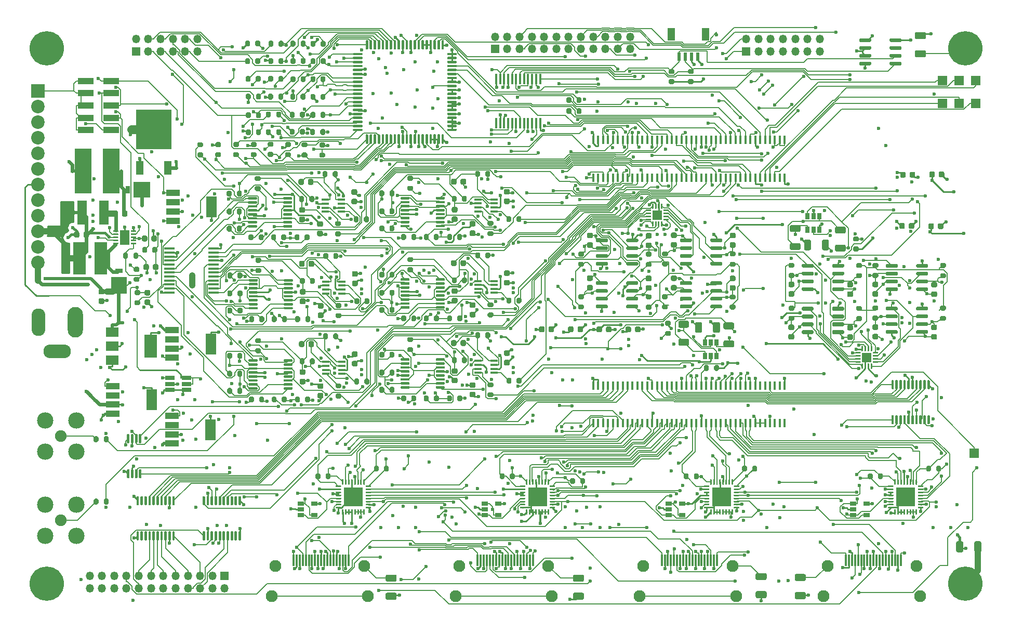
<source format=gtl>
G04 #@! TF.GenerationSoftware,KiCad,Pcbnew,(5.1.9-0-10_14)*
G04 #@! TF.CreationDate,2021-07-02T21:36:42-05:00*
G04 #@! TF.ProjectId,covg_daq_v2,636f7667-5f64-4617-915f-76322e6b6963,rev?*
G04 #@! TF.SameCoordinates,Original*
G04 #@! TF.FileFunction,Copper,L1,Top*
G04 #@! TF.FilePolarity,Positive*
%FSLAX46Y46*%
G04 Gerber Fmt 4.6, Leading zero omitted, Abs format (unit mm)*
G04 Created by KiCad (PCBNEW (5.1.9-0-10_14)) date 2021-07-02 21:36:42*
%MOMM*%
%LPD*%
G01*
G04 APERTURE LIST*
G04 #@! TA.AperFunction,SMDPad,CuDef*
%ADD10R,0.457000X1.448000*%
G04 #@! TD*
G04 #@! TA.AperFunction,ComponentPad*
%ADD11C,1.950000*%
G04 #@! TD*
G04 #@! TA.AperFunction,SMDPad,CuDef*
%ADD12R,0.300000X1.900000*%
G04 #@! TD*
G04 #@! TA.AperFunction,ComponentPad*
%ADD13O,1.350000X1.350000*%
G04 #@! TD*
G04 #@! TA.AperFunction,ComponentPad*
%ADD14R,1.350000X1.350000*%
G04 #@! TD*
G04 #@! TA.AperFunction,SMDPad,CuDef*
%ADD15R,2.670000X2.540000*%
G04 #@! TD*
G04 #@! TA.AperFunction,SMDPad,CuDef*
%ADD16R,0.762000X1.270000*%
G04 #@! TD*
G04 #@! TA.AperFunction,SMDPad,CuDef*
%ADD17R,2.540000X2.670000*%
G04 #@! TD*
G04 #@! TA.AperFunction,SMDPad,CuDef*
%ADD18R,1.270000X0.762000*%
G04 #@! TD*
G04 #@! TA.AperFunction,SMDPad,CuDef*
%ADD19R,1.650000X2.380000*%
G04 #@! TD*
G04 #@! TA.AperFunction,SMDPad,CuDef*
%ADD20R,1.198880X1.998980*%
G04 #@! TD*
G04 #@! TA.AperFunction,SMDPad,CuDef*
%ADD21R,0.599440X1.348740*%
G04 #@! TD*
G04 #@! TA.AperFunction,SMDPad,CuDef*
%ADD22R,2.200000X1.000000*%
G04 #@! TD*
G04 #@! TA.AperFunction,SMDPad,CuDef*
%ADD23R,1.800000X3.400000*%
G04 #@! TD*
G04 #@! TA.AperFunction,ComponentPad*
%ADD24O,4.500000X2.250000*%
G04 #@! TD*
G04 #@! TA.AperFunction,ComponentPad*
%ADD25O,2.250000X4.500000*%
G04 #@! TD*
G04 #@! TA.AperFunction,ComponentPad*
%ADD26O,2.500000X5.000000*%
G04 #@! TD*
G04 #@! TA.AperFunction,SMDPad,CuDef*
%ADD27R,2.006600X5.308600*%
G04 #@! TD*
G04 #@! TA.AperFunction,SMDPad,CuDef*
%ADD28R,2.692400X7.289800*%
G04 #@! TD*
G04 #@! TA.AperFunction,SMDPad,CuDef*
%ADD29R,1.498600X3.987800*%
G04 #@! TD*
G04 #@! TA.AperFunction,SMDPad,CuDef*
%ADD30R,3.100000X3.100000*%
G04 #@! TD*
G04 #@! TA.AperFunction,ComponentPad*
%ADD31C,2.667000*%
G04 #@! TD*
G04 #@! TA.AperFunction,ComponentPad*
%ADD32C,1.905000*%
G04 #@! TD*
G04 #@! TA.AperFunction,SMDPad,CuDef*
%ADD33R,0.650000X1.060000*%
G04 #@! TD*
G04 #@! TA.AperFunction,SMDPad,CuDef*
%ADD34R,1.600000X1.600000*%
G04 #@! TD*
G04 #@! TA.AperFunction,SMDPad,CuDef*
%ADD35R,1.220000X0.400000*%
G04 #@! TD*
G04 #@! TA.AperFunction,SMDPad,CuDef*
%ADD36R,1.060000X0.650000*%
G04 #@! TD*
G04 #@! TA.AperFunction,SMDPad,CuDef*
%ADD37R,0.450000X1.750000*%
G04 #@! TD*
G04 #@! TA.AperFunction,SMDPad,CuDef*
%ADD38R,1.750000X0.450000*%
G04 #@! TD*
G04 #@! TA.AperFunction,SMDPad,CuDef*
%ADD39R,5.800000X6.400000*%
G04 #@! TD*
G04 #@! TA.AperFunction,SMDPad,CuDef*
%ADD40R,1.200000X2.200000*%
G04 #@! TD*
G04 #@! TA.AperFunction,SMDPad,CuDef*
%ADD41R,1.560000X0.650000*%
G04 #@! TD*
G04 #@! TA.AperFunction,SMDPad,CuDef*
%ADD42R,2.000000X1.500000*%
G04 #@! TD*
G04 #@! TA.AperFunction,SMDPad,CuDef*
%ADD43R,2.000000X3.800000*%
G04 #@! TD*
G04 #@! TA.AperFunction,ComponentPad*
%ADD44R,1.500000X1.500000*%
G04 #@! TD*
G04 #@! TA.AperFunction,SMDPad,CuDef*
%ADD45R,2.580000X1.000000*%
G04 #@! TD*
G04 #@! TA.AperFunction,ComponentPad*
%ADD46C,2.200000*%
G04 #@! TD*
G04 #@! TA.AperFunction,ComponentPad*
%ADD47R,2.200000X2.200000*%
G04 #@! TD*
G04 #@! TA.AperFunction,ComponentPad*
%ADD48C,5.600000*%
G04 #@! TD*
G04 #@! TA.AperFunction,ViaPad*
%ADD49C,0.600000*%
G04 #@! TD*
G04 #@! TA.AperFunction,Conductor*
%ADD50C,0.254000*%
G04 #@! TD*
G04 #@! TA.AperFunction,Conductor*
%ADD51C,0.600000*%
G04 #@! TD*
G04 #@! TA.AperFunction,Conductor*
%ADD52C,0.400000*%
G04 #@! TD*
G04 #@! TA.AperFunction,Conductor*
%ADD53C,0.127000*%
G04 #@! TD*
G04 #@! TA.AperFunction,Conductor*
%ADD54C,0.508000*%
G04 #@! TD*
G04 #@! TA.AperFunction,Conductor*
%ADD55C,1.000000*%
G04 #@! TD*
G04 #@! TA.AperFunction,Conductor*
%ADD56C,1.400000*%
G04 #@! TD*
G04 #@! TA.AperFunction,Conductor*
%ADD57C,0.152400*%
G04 #@! TD*
G04 #@! TA.AperFunction,Conductor*
%ADD58C,0.304800*%
G04 #@! TD*
G04 #@! TA.AperFunction,Conductor*
%ADD59C,0.100000*%
G04 #@! TD*
G04 APERTURE END LIST*
G04 #@! TA.AperFunction,SMDPad,CuDef*
G36*
G01*
X139313400Y52273000D02*
X138813400Y52273000D01*
G75*
G02*
X138588400Y52498000I0J225000D01*
G01*
X138588400Y52948000D01*
G75*
G02*
X138813400Y53173000I225000J0D01*
G01*
X139313400Y53173000D01*
G75*
G02*
X139538400Y52948000I0J-225000D01*
G01*
X139538400Y52498000D01*
G75*
G02*
X139313400Y52273000I-225000J0D01*
G01*
G37*
G04 #@! TD.AperFunction*
G04 #@! TA.AperFunction,SMDPad,CuDef*
G36*
G01*
X139313400Y50723000D02*
X138813400Y50723000D01*
G75*
G02*
X138588400Y50948000I0J225000D01*
G01*
X138588400Y51398000D01*
G75*
G02*
X138813400Y51623000I225000J0D01*
G01*
X139313400Y51623000D01*
G75*
G02*
X139538400Y51398000I0J-225000D01*
G01*
X139538400Y50948000D01*
G75*
G02*
X139313400Y50723000I-225000J0D01*
G01*
G37*
G04 #@! TD.AperFunction*
G04 #@! TA.AperFunction,SMDPad,CuDef*
G36*
G01*
X148892200Y52234600D02*
X148392200Y52234600D01*
G75*
G02*
X148167200Y52459600I0J225000D01*
G01*
X148167200Y52909600D01*
G75*
G02*
X148392200Y53134600I225000J0D01*
G01*
X148892200Y53134600D01*
G75*
G02*
X149117200Y52909600I0J-225000D01*
G01*
X149117200Y52459600D01*
G75*
G02*
X148892200Y52234600I-225000J0D01*
G01*
G37*
G04 #@! TD.AperFunction*
G04 #@! TA.AperFunction,SMDPad,CuDef*
G36*
G01*
X148892200Y50684600D02*
X148392200Y50684600D01*
G75*
G02*
X148167200Y50909600I0J225000D01*
G01*
X148167200Y51359600D01*
G75*
G02*
X148392200Y51584600I225000J0D01*
G01*
X148892200Y51584600D01*
G75*
G02*
X149117200Y51359600I0J-225000D01*
G01*
X149117200Y50909600D01*
G75*
G02*
X148892200Y50684600I-225000J0D01*
G01*
G37*
G04 #@! TD.AperFunction*
G04 #@! TA.AperFunction,SMDPad,CuDef*
G36*
G01*
X139301400Y45317200D02*
X138801400Y45317200D01*
G75*
G02*
X138576400Y45542200I0J225000D01*
G01*
X138576400Y45992200D01*
G75*
G02*
X138801400Y46217200I225000J0D01*
G01*
X139301400Y46217200D01*
G75*
G02*
X139526400Y45992200I0J-225000D01*
G01*
X139526400Y45542200D01*
G75*
G02*
X139301400Y45317200I-225000J0D01*
G01*
G37*
G04 #@! TD.AperFunction*
G04 #@! TA.AperFunction,SMDPad,CuDef*
G36*
G01*
X139301400Y43767200D02*
X138801400Y43767200D01*
G75*
G02*
X138576400Y43992200I0J225000D01*
G01*
X138576400Y44442200D01*
G75*
G02*
X138801400Y44667200I225000J0D01*
G01*
X139301400Y44667200D01*
G75*
G02*
X139526400Y44442200I0J-225000D01*
G01*
X139526400Y43992200D01*
G75*
G02*
X139301400Y43767200I-225000J0D01*
G01*
G37*
G04 #@! TD.AperFunction*
G04 #@! TA.AperFunction,SMDPad,CuDef*
G36*
G01*
X148880200Y45278800D02*
X148380200Y45278800D01*
G75*
G02*
X148155200Y45503800I0J225000D01*
G01*
X148155200Y45953800D01*
G75*
G02*
X148380200Y46178800I225000J0D01*
G01*
X148880200Y46178800D01*
G75*
G02*
X149105200Y45953800I0J-225000D01*
G01*
X149105200Y45503800D01*
G75*
G02*
X148880200Y45278800I-225000J0D01*
G01*
G37*
G04 #@! TD.AperFunction*
G04 #@! TA.AperFunction,SMDPad,CuDef*
G36*
G01*
X148880200Y43728800D02*
X148380200Y43728800D01*
G75*
G02*
X148155200Y43953800I0J225000D01*
G01*
X148155200Y44403800D01*
G75*
G02*
X148380200Y44628800I225000J0D01*
G01*
X148880200Y44628800D01*
G75*
G02*
X149105200Y44403800I0J-225000D01*
G01*
X149105200Y43953800D01*
G75*
G02*
X148880200Y43728800I-225000J0D01*
G01*
G37*
G04 #@! TD.AperFunction*
G04 #@! TA.AperFunction,SMDPad,CuDef*
G36*
G01*
X125616400Y45283000D02*
X125116400Y45283000D01*
G75*
G02*
X124891400Y45508000I0J225000D01*
G01*
X124891400Y45958000D01*
G75*
G02*
X125116400Y46183000I225000J0D01*
G01*
X125616400Y46183000D01*
G75*
G02*
X125841400Y45958000I0J-225000D01*
G01*
X125841400Y45508000D01*
G75*
G02*
X125616400Y45283000I-225000J0D01*
G01*
G37*
G04 #@! TD.AperFunction*
G04 #@! TA.AperFunction,SMDPad,CuDef*
G36*
G01*
X125616400Y43733000D02*
X125116400Y43733000D01*
G75*
G02*
X124891400Y43958000I0J225000D01*
G01*
X124891400Y44408000D01*
G75*
G02*
X125116400Y44633000I225000J0D01*
G01*
X125616400Y44633000D01*
G75*
G02*
X125841400Y44408000I0J-225000D01*
G01*
X125841400Y43958000D01*
G75*
G02*
X125616400Y43733000I-225000J0D01*
G01*
G37*
G04 #@! TD.AperFunction*
G04 #@! TA.AperFunction,SMDPad,CuDef*
G36*
G01*
X135195200Y45244600D02*
X134695200Y45244600D01*
G75*
G02*
X134470200Y45469600I0J225000D01*
G01*
X134470200Y45919600D01*
G75*
G02*
X134695200Y46144600I225000J0D01*
G01*
X135195200Y46144600D01*
G75*
G02*
X135420200Y45919600I0J-225000D01*
G01*
X135420200Y45469600D01*
G75*
G02*
X135195200Y45244600I-225000J0D01*
G01*
G37*
G04 #@! TD.AperFunction*
G04 #@! TA.AperFunction,SMDPad,CuDef*
G36*
G01*
X135195200Y43694600D02*
X134695200Y43694600D01*
G75*
G02*
X134470200Y43919600I0J225000D01*
G01*
X134470200Y44369600D01*
G75*
G02*
X134695200Y44594600I225000J0D01*
G01*
X135195200Y44594600D01*
G75*
G02*
X135420200Y44369600I0J-225000D01*
G01*
X135420200Y43919600D01*
G75*
G02*
X135195200Y43694600I-225000J0D01*
G01*
G37*
G04 #@! TD.AperFunction*
G04 #@! TA.AperFunction,SMDPad,CuDef*
G36*
G01*
X125624400Y52275000D02*
X125124400Y52275000D01*
G75*
G02*
X124899400Y52500000I0J225000D01*
G01*
X124899400Y52950000D01*
G75*
G02*
X125124400Y53175000I225000J0D01*
G01*
X125624400Y53175000D01*
G75*
G02*
X125849400Y52950000I0J-225000D01*
G01*
X125849400Y52500000D01*
G75*
G02*
X125624400Y52275000I-225000J0D01*
G01*
G37*
G04 #@! TD.AperFunction*
G04 #@! TA.AperFunction,SMDPad,CuDef*
G36*
G01*
X125624400Y50725000D02*
X125124400Y50725000D01*
G75*
G02*
X124899400Y50950000I0J225000D01*
G01*
X124899400Y51400000D01*
G75*
G02*
X125124400Y51625000I225000J0D01*
G01*
X125624400Y51625000D01*
G75*
G02*
X125849400Y51400000I0J-225000D01*
G01*
X125849400Y50950000D01*
G75*
G02*
X125624400Y50725000I-225000J0D01*
G01*
G37*
G04 #@! TD.AperFunction*
G04 #@! TA.AperFunction,SMDPad,CuDef*
G36*
G01*
X135203200Y52236600D02*
X134703200Y52236600D01*
G75*
G02*
X134478200Y52461600I0J225000D01*
G01*
X134478200Y52911600D01*
G75*
G02*
X134703200Y53136600I225000J0D01*
G01*
X135203200Y53136600D01*
G75*
G02*
X135428200Y52911600I0J-225000D01*
G01*
X135428200Y52461600D01*
G75*
G02*
X135203200Y52236600I-225000J0D01*
G01*
G37*
G04 #@! TD.AperFunction*
G04 #@! TA.AperFunction,SMDPad,CuDef*
G36*
G01*
X135203200Y50686600D02*
X134703200Y50686600D01*
G75*
G02*
X134478200Y50911600I0J225000D01*
G01*
X134478200Y51361600D01*
G75*
G02*
X134703200Y51586600I225000J0D01*
G01*
X135203200Y51586600D01*
G75*
G02*
X135428200Y51361600I0J-225000D01*
G01*
X135428200Y50911600D01*
G75*
G02*
X135203200Y50686600I-225000J0D01*
G01*
G37*
G04 #@! TD.AperFunction*
G04 #@! TA.AperFunction,SMDPad,CuDef*
G36*
G01*
X101862000Y52597600D02*
X102362000Y52597600D01*
G75*
G02*
X102587000Y52372600I0J-225000D01*
G01*
X102587000Y51922600D01*
G75*
G02*
X102362000Y51697600I-225000J0D01*
G01*
X101862000Y51697600D01*
G75*
G02*
X101637000Y51922600I0J225000D01*
G01*
X101637000Y52372600D01*
G75*
G02*
X101862000Y52597600I225000J0D01*
G01*
G37*
G04 #@! TD.AperFunction*
G04 #@! TA.AperFunction,SMDPad,CuDef*
G36*
G01*
X101862000Y54147600D02*
X102362000Y54147600D01*
G75*
G02*
X102587000Y53922600I0J-225000D01*
G01*
X102587000Y53472600D01*
G75*
G02*
X102362000Y53247600I-225000J0D01*
G01*
X101862000Y53247600D01*
G75*
G02*
X101637000Y53472600I0J225000D01*
G01*
X101637000Y53922600D01*
G75*
G02*
X101862000Y54147600I225000J0D01*
G01*
G37*
G04 #@! TD.AperFunction*
G04 #@! TA.AperFunction,SMDPad,CuDef*
G36*
G01*
X92283200Y52636000D02*
X92783200Y52636000D01*
G75*
G02*
X93008200Y52411000I0J-225000D01*
G01*
X93008200Y51961000D01*
G75*
G02*
X92783200Y51736000I-225000J0D01*
G01*
X92283200Y51736000D01*
G75*
G02*
X92058200Y51961000I0J225000D01*
G01*
X92058200Y52411000D01*
G75*
G02*
X92283200Y52636000I225000J0D01*
G01*
G37*
G04 #@! TD.AperFunction*
G04 #@! TA.AperFunction,SMDPad,CuDef*
G36*
G01*
X92283200Y54186000D02*
X92783200Y54186000D01*
G75*
G02*
X93008200Y53961000I0J-225000D01*
G01*
X93008200Y53511000D01*
G75*
G02*
X92783200Y53286000I-225000J0D01*
G01*
X92283200Y53286000D01*
G75*
G02*
X92058200Y53511000I0J225000D01*
G01*
X92058200Y53961000D01*
G75*
G02*
X92283200Y54186000I225000J0D01*
G01*
G37*
G04 #@! TD.AperFunction*
G04 #@! TA.AperFunction,SMDPad,CuDef*
G36*
G01*
X101874200Y59553400D02*
X102374200Y59553400D01*
G75*
G02*
X102599200Y59328400I0J-225000D01*
G01*
X102599200Y58878400D01*
G75*
G02*
X102374200Y58653400I-225000J0D01*
G01*
X101874200Y58653400D01*
G75*
G02*
X101649200Y58878400I0J225000D01*
G01*
X101649200Y59328400D01*
G75*
G02*
X101874200Y59553400I225000J0D01*
G01*
G37*
G04 #@! TD.AperFunction*
G04 #@! TA.AperFunction,SMDPad,CuDef*
G36*
G01*
X101874200Y61103400D02*
X102374200Y61103400D01*
G75*
G02*
X102599200Y60878400I0J-225000D01*
G01*
X102599200Y60428400D01*
G75*
G02*
X102374200Y60203400I-225000J0D01*
G01*
X101874200Y60203400D01*
G75*
G02*
X101649200Y60428400I0J225000D01*
G01*
X101649200Y60878400D01*
G75*
G02*
X101874200Y61103400I225000J0D01*
G01*
G37*
G04 #@! TD.AperFunction*
G04 #@! TA.AperFunction,SMDPad,CuDef*
G36*
G01*
X92295400Y59591800D02*
X92795400Y59591800D01*
G75*
G02*
X93020400Y59366800I0J-225000D01*
G01*
X93020400Y58916800D01*
G75*
G02*
X92795400Y58691800I-225000J0D01*
G01*
X92295400Y58691800D01*
G75*
G02*
X92070400Y58916800I0J225000D01*
G01*
X92070400Y59366800D01*
G75*
G02*
X92295400Y59591800I225000J0D01*
G01*
G37*
G04 #@! TD.AperFunction*
G04 #@! TA.AperFunction,SMDPad,CuDef*
G36*
G01*
X92295400Y61141800D02*
X92795400Y61141800D01*
G75*
G02*
X93020400Y60916800I0J-225000D01*
G01*
X93020400Y60466800D01*
G75*
G02*
X92795400Y60241800I-225000J0D01*
G01*
X92295400Y60241800D01*
G75*
G02*
X92070400Y60466800I0J225000D01*
G01*
X92070400Y60916800D01*
G75*
G02*
X92295400Y61141800I225000J0D01*
G01*
G37*
G04 #@! TD.AperFunction*
G04 #@! TA.AperFunction,SMDPad,CuDef*
G36*
G01*
X115559600Y59587600D02*
X116059600Y59587600D01*
G75*
G02*
X116284600Y59362600I0J-225000D01*
G01*
X116284600Y58912600D01*
G75*
G02*
X116059600Y58687600I-225000J0D01*
G01*
X115559600Y58687600D01*
G75*
G02*
X115334600Y58912600I0J225000D01*
G01*
X115334600Y59362600D01*
G75*
G02*
X115559600Y59587600I225000J0D01*
G01*
G37*
G04 #@! TD.AperFunction*
G04 #@! TA.AperFunction,SMDPad,CuDef*
G36*
G01*
X115559600Y61137600D02*
X116059600Y61137600D01*
G75*
G02*
X116284600Y60912600I0J-225000D01*
G01*
X116284600Y60462600D01*
G75*
G02*
X116059600Y60237600I-225000J0D01*
G01*
X115559600Y60237600D01*
G75*
G02*
X115334600Y60462600I0J225000D01*
G01*
X115334600Y60912600D01*
G75*
G02*
X115559600Y61137600I225000J0D01*
G01*
G37*
G04 #@! TD.AperFunction*
G04 #@! TA.AperFunction,SMDPad,CuDef*
G36*
G01*
X105980800Y59626000D02*
X106480800Y59626000D01*
G75*
G02*
X106705800Y59401000I0J-225000D01*
G01*
X106705800Y58951000D01*
G75*
G02*
X106480800Y58726000I-225000J0D01*
G01*
X105980800Y58726000D01*
G75*
G02*
X105755800Y58951000I0J225000D01*
G01*
X105755800Y59401000D01*
G75*
G02*
X105980800Y59626000I225000J0D01*
G01*
G37*
G04 #@! TD.AperFunction*
G04 #@! TA.AperFunction,SMDPad,CuDef*
G36*
G01*
X105980800Y61176000D02*
X106480800Y61176000D01*
G75*
G02*
X106705800Y60951000I0J-225000D01*
G01*
X106705800Y60501000D01*
G75*
G02*
X106480800Y60276000I-225000J0D01*
G01*
X105980800Y60276000D01*
G75*
G02*
X105755800Y60501000I0J225000D01*
G01*
X105755800Y60951000D01*
G75*
G02*
X105980800Y61176000I225000J0D01*
G01*
G37*
G04 #@! TD.AperFunction*
G04 #@! TA.AperFunction,SMDPad,CuDef*
G36*
G01*
X115551600Y52595600D02*
X116051600Y52595600D01*
G75*
G02*
X116276600Y52370600I0J-225000D01*
G01*
X116276600Y51920600D01*
G75*
G02*
X116051600Y51695600I-225000J0D01*
G01*
X115551600Y51695600D01*
G75*
G02*
X115326600Y51920600I0J225000D01*
G01*
X115326600Y52370600D01*
G75*
G02*
X115551600Y52595600I225000J0D01*
G01*
G37*
G04 #@! TD.AperFunction*
G04 #@! TA.AperFunction,SMDPad,CuDef*
G36*
G01*
X115551600Y54145600D02*
X116051600Y54145600D01*
G75*
G02*
X116276600Y53920600I0J-225000D01*
G01*
X116276600Y53470600D01*
G75*
G02*
X116051600Y53245600I-225000J0D01*
G01*
X115551600Y53245600D01*
G75*
G02*
X115326600Y53470600I0J225000D01*
G01*
X115326600Y53920600D01*
G75*
G02*
X115551600Y54145600I225000J0D01*
G01*
G37*
G04 #@! TD.AperFunction*
G04 #@! TA.AperFunction,SMDPad,CuDef*
G36*
G01*
X105972800Y52634000D02*
X106472800Y52634000D01*
G75*
G02*
X106697800Y52409000I0J-225000D01*
G01*
X106697800Y51959000D01*
G75*
G02*
X106472800Y51734000I-225000J0D01*
G01*
X105972800Y51734000D01*
G75*
G02*
X105747800Y51959000I0J225000D01*
G01*
X105747800Y52409000D01*
G75*
G02*
X105972800Y52634000I225000J0D01*
G01*
G37*
G04 #@! TD.AperFunction*
G04 #@! TA.AperFunction,SMDPad,CuDef*
G36*
G01*
X105972800Y54184000D02*
X106472800Y54184000D01*
G75*
G02*
X106697800Y53959000I0J-225000D01*
G01*
X106697800Y53509000D01*
G75*
G02*
X106472800Y53284000I-225000J0D01*
G01*
X105972800Y53284000D01*
G75*
G02*
X105747800Y53509000I0J225000D01*
G01*
X105747800Y53959000D01*
G75*
G02*
X105972800Y54184000I225000J0D01*
G01*
G37*
G04 #@! TD.AperFunction*
D10*
X109084900Y30095100D03*
X108284900Y30095100D03*
X109884900Y30095100D03*
X110684900Y30095100D03*
X111484900Y30095100D03*
X112284900Y30095100D03*
X113084900Y30095100D03*
X113884900Y30095100D03*
X114684900Y30095100D03*
X115484900Y30095100D03*
X116284900Y30095100D03*
X117084900Y30095100D03*
X117884900Y30095100D03*
X118684900Y30095100D03*
X119484900Y30095100D03*
X120284900Y30095100D03*
X121084900Y30095100D03*
X121884900Y30095100D03*
X122684900Y30095100D03*
X107484900Y30095100D03*
X106684900Y30095100D03*
X105884900Y30095100D03*
X105084900Y30095100D03*
X104284900Y30095100D03*
X103484900Y30095100D03*
X102684900Y30095100D03*
X101884900Y30095100D03*
X101084900Y30095100D03*
X100284900Y30095100D03*
X99484900Y30095100D03*
X98684900Y30095100D03*
X97884900Y30095100D03*
X97084900Y30095100D03*
X96284900Y30095100D03*
X95484900Y30095100D03*
X94684900Y30095100D03*
X123484900Y30095100D03*
X93884900Y30095100D03*
X124284900Y30095100D03*
X93084900Y30095100D03*
X109084900Y36267100D03*
X108284900Y36267100D03*
X109884900Y36267100D03*
X110684900Y36267100D03*
X111484900Y36267100D03*
X112284900Y36267100D03*
X113084900Y36267100D03*
X113884900Y36267100D03*
X114684900Y36267100D03*
X115484900Y36267100D03*
X116284900Y36267100D03*
X117084900Y36267100D03*
X117884900Y36267100D03*
X118684900Y36267100D03*
X119484900Y36267100D03*
X120284900Y36267100D03*
X121084900Y36267100D03*
X121884900Y36267100D03*
X122684900Y36267100D03*
X107484900Y36267100D03*
X106684900Y36267100D03*
X105884900Y36267100D03*
X105084900Y36267100D03*
X104284900Y36267100D03*
X103484900Y36267100D03*
X102684900Y36267100D03*
X101884900Y36267100D03*
X101084900Y36267100D03*
X100284900Y36267100D03*
X99484900Y36267100D03*
X98684900Y36267100D03*
X97884900Y36267100D03*
X97084900Y36267100D03*
X96284900Y36267100D03*
X95484900Y36267100D03*
X94684900Y36267100D03*
X123484900Y36267100D03*
X93884900Y36267100D03*
X124284900Y36267100D03*
X93084900Y36267100D03*
X109084900Y70095100D03*
X108284900Y70095100D03*
X109884900Y70095100D03*
X110684900Y70095100D03*
X111484900Y70095100D03*
X112284900Y70095100D03*
X113084900Y70095100D03*
X113884900Y70095100D03*
X114684900Y70095100D03*
X115484900Y70095100D03*
X116284900Y70095100D03*
X117084900Y70095100D03*
X117884900Y70095100D03*
X118684900Y70095100D03*
X119484900Y70095100D03*
X120284900Y70095100D03*
X121084900Y70095100D03*
X121884900Y70095100D03*
X122684900Y70095100D03*
X107484900Y70095100D03*
X106684900Y70095100D03*
X105884900Y70095100D03*
X105084900Y70095100D03*
X104284900Y70095100D03*
X103484900Y70095100D03*
X102684900Y70095100D03*
X101884900Y70095100D03*
X101084900Y70095100D03*
X100284900Y70095100D03*
X99484900Y70095100D03*
X98684900Y70095100D03*
X97884900Y70095100D03*
X97084900Y70095100D03*
X96284900Y70095100D03*
X95484900Y70095100D03*
X94684900Y70095100D03*
X123484900Y70095100D03*
X93884900Y70095100D03*
X124284900Y70095100D03*
X93084900Y70095100D03*
X109084900Y76267100D03*
X108284900Y76267100D03*
X109884900Y76267100D03*
X110684900Y76267100D03*
X111484900Y76267100D03*
X112284900Y76267100D03*
X113084900Y76267100D03*
X113884900Y76267100D03*
X114684900Y76267100D03*
X115484900Y76267100D03*
X116284900Y76267100D03*
X117084900Y76267100D03*
X117884900Y76267100D03*
X118684900Y76267100D03*
X119484900Y76267100D03*
X120284900Y76267100D03*
X121084900Y76267100D03*
X121884900Y76267100D03*
X122684900Y76267100D03*
X107484900Y76267100D03*
X106684900Y76267100D03*
X105884900Y76267100D03*
X105084900Y76267100D03*
X104284900Y76267100D03*
X103484900Y76267100D03*
X102684900Y76267100D03*
X101884900Y76267100D03*
X101084900Y76267100D03*
X100284900Y76267100D03*
X99484900Y76267100D03*
X98684900Y76267100D03*
X97884900Y76267100D03*
X97084900Y76267100D03*
X96284900Y76267100D03*
X95484900Y76267100D03*
X94684900Y76267100D03*
X123484900Y76267100D03*
X93884900Y76267100D03*
X124284900Y76267100D03*
X93084900Y76267100D03*
D11*
X40650000Y1960000D03*
X56350000Y1960000D03*
X55750000Y6860000D03*
X41250000Y6860000D03*
D12*
X44250000Y7810000D03*
X44750000Y7810000D03*
X45250000Y7810000D03*
X45750000Y7810000D03*
X46250000Y7810000D03*
X46750000Y7810000D03*
X47250000Y7810000D03*
X47750000Y7810000D03*
X48250000Y7810000D03*
X53250000Y7810000D03*
X52750000Y7810000D03*
X52250000Y7810000D03*
X51750000Y7810000D03*
X51250000Y7810000D03*
X50750000Y7810000D03*
X50250000Y7810000D03*
X49750000Y7810000D03*
X49250000Y7810000D03*
X48750000Y7810000D03*
D13*
X99077200Y93084400D03*
X99077200Y91084400D03*
X97077200Y93084400D03*
X97077200Y91084400D03*
X95077200Y93084400D03*
X95077200Y91084400D03*
X93077200Y93084400D03*
X93077200Y91084400D03*
X91077200Y93084400D03*
X91077200Y91084400D03*
X89077200Y93084400D03*
X89077200Y91084400D03*
X87077200Y93084400D03*
X87077200Y91084400D03*
X85077200Y93084400D03*
X85077200Y91084400D03*
X83077200Y93084400D03*
X83077200Y91084400D03*
X81077200Y93084400D03*
X81077200Y91084400D03*
X79077200Y93084400D03*
X79077200Y91084400D03*
X77077200Y93084400D03*
D14*
X77077200Y91084400D03*
D13*
X28570400Y92679400D03*
X28570400Y90679400D03*
X26570400Y92679400D03*
X26570400Y90679400D03*
X24570400Y92679400D03*
X24570400Y90679400D03*
X22570400Y92679400D03*
X22570400Y90679400D03*
X20570400Y92679400D03*
X20570400Y90679400D03*
X18570400Y92679400D03*
D14*
X18570400Y90679400D03*
G04 #@! TA.AperFunction,SMDPad,CuDef*
G36*
G01*
X144648000Y70336600D02*
X144648000Y70836600D01*
G75*
G02*
X144873000Y71061600I225000J0D01*
G01*
X145323000Y71061600D01*
G75*
G02*
X145548000Y70836600I0J-225000D01*
G01*
X145548000Y70336600D01*
G75*
G02*
X145323000Y70111600I-225000J0D01*
G01*
X144873000Y70111600D01*
G75*
G02*
X144648000Y70336600I0J225000D01*
G01*
G37*
G04 #@! TD.AperFunction*
G04 #@! TA.AperFunction,SMDPad,CuDef*
G36*
G01*
X143098000Y70336600D02*
X143098000Y70836600D01*
G75*
G02*
X143323000Y71061600I225000J0D01*
G01*
X143773000Y71061600D01*
G75*
G02*
X143998000Y70836600I0J-225000D01*
G01*
X143998000Y70336600D01*
G75*
G02*
X143773000Y70111600I-225000J0D01*
G01*
X143323000Y70111600D01*
G75*
G02*
X143098000Y70336600I0J225000D01*
G01*
G37*
G04 #@! TD.AperFunction*
G04 #@! TA.AperFunction,SMDPad,CuDef*
G36*
G01*
X144495000Y62005400D02*
X144495000Y62505400D01*
G75*
G02*
X144720000Y62730400I225000J0D01*
G01*
X145170000Y62730400D01*
G75*
G02*
X145395000Y62505400I0J-225000D01*
G01*
X145395000Y62005400D01*
G75*
G02*
X145170000Y61780400I-225000J0D01*
G01*
X144720000Y61780400D01*
G75*
G02*
X144495000Y62005400I0J225000D01*
G01*
G37*
G04 #@! TD.AperFunction*
G04 #@! TA.AperFunction,SMDPad,CuDef*
G36*
G01*
X142945000Y62005400D02*
X142945000Y62505400D01*
G75*
G02*
X143170000Y62730400I225000J0D01*
G01*
X143620000Y62730400D01*
G75*
G02*
X143845000Y62505400I0J-225000D01*
G01*
X143845000Y62005400D01*
G75*
G02*
X143620000Y61780400I-225000J0D01*
G01*
X143170000Y61780400D01*
G75*
G02*
X142945000Y62005400I0J225000D01*
G01*
G37*
G04 #@! TD.AperFunction*
G04 #@! TA.AperFunction,SMDPad,CuDef*
G36*
G01*
X149398000Y70387400D02*
X149398000Y70887400D01*
G75*
G02*
X149623000Y71112400I225000J0D01*
G01*
X150073000Y71112400D01*
G75*
G02*
X150298000Y70887400I0J-225000D01*
G01*
X150298000Y70387400D01*
G75*
G02*
X150073000Y70162400I-225000J0D01*
G01*
X149623000Y70162400D01*
G75*
G02*
X149398000Y70387400I0J225000D01*
G01*
G37*
G04 #@! TD.AperFunction*
G04 #@! TA.AperFunction,SMDPad,CuDef*
G36*
G01*
X147848000Y70387400D02*
X147848000Y70887400D01*
G75*
G02*
X148073000Y71112400I225000J0D01*
G01*
X148523000Y71112400D01*
G75*
G02*
X148748000Y70887400I0J-225000D01*
G01*
X148748000Y70387400D01*
G75*
G02*
X148523000Y70162400I-225000J0D01*
G01*
X148073000Y70162400D01*
G75*
G02*
X147848000Y70387400I0J225000D01*
G01*
G37*
G04 #@! TD.AperFunction*
G04 #@! TA.AperFunction,SMDPad,CuDef*
G36*
G01*
X149245000Y61954600D02*
X149245000Y62454600D01*
G75*
G02*
X149470000Y62679600I225000J0D01*
G01*
X149920000Y62679600D01*
G75*
G02*
X150145000Y62454600I0J-225000D01*
G01*
X150145000Y61954600D01*
G75*
G02*
X149920000Y61729600I-225000J0D01*
G01*
X149470000Y61729600D01*
G75*
G02*
X149245000Y61954600I0J225000D01*
G01*
G37*
G04 #@! TD.AperFunction*
G04 #@! TA.AperFunction,SMDPad,CuDef*
G36*
G01*
X147695000Y61954600D02*
X147695000Y62454600D01*
G75*
G02*
X147920000Y62679600I225000J0D01*
G01*
X148370000Y62679600D01*
G75*
G02*
X148595000Y62454600I0J-225000D01*
G01*
X148595000Y61954600D01*
G75*
G02*
X148370000Y61729600I-225000J0D01*
G01*
X147920000Y61729600D01*
G75*
G02*
X147695000Y61954600I0J225000D01*
G01*
G37*
G04 #@! TD.AperFunction*
G04 #@! TA.AperFunction,SMDPad,CuDef*
G36*
G01*
X90520400Y45165200D02*
X90520400Y45665200D01*
G75*
G02*
X90745400Y45890200I225000J0D01*
G01*
X91195400Y45890200D01*
G75*
G02*
X91420400Y45665200I0J-225000D01*
G01*
X91420400Y45165200D01*
G75*
G02*
X91195400Y44940200I-225000J0D01*
G01*
X90745400Y44940200D01*
G75*
G02*
X90520400Y45165200I0J225000D01*
G01*
G37*
G04 #@! TD.AperFunction*
G04 #@! TA.AperFunction,SMDPad,CuDef*
G36*
G01*
X88970400Y45165200D02*
X88970400Y45665200D01*
G75*
G02*
X89195400Y45890200I225000J0D01*
G01*
X89645400Y45890200D01*
G75*
G02*
X89870400Y45665200I0J-225000D01*
G01*
X89870400Y45165200D01*
G75*
G02*
X89645400Y44940200I-225000J0D01*
G01*
X89195400Y44940200D01*
G75*
G02*
X88970400Y45165200I0J225000D01*
G01*
G37*
G04 #@! TD.AperFunction*
G04 #@! TA.AperFunction,SMDPad,CuDef*
G36*
G01*
X99893000Y45139800D02*
X99893000Y45639800D01*
G75*
G02*
X100118000Y45864800I225000J0D01*
G01*
X100568000Y45864800D01*
G75*
G02*
X100793000Y45639800I0J-225000D01*
G01*
X100793000Y45139800D01*
G75*
G02*
X100568000Y44914800I-225000J0D01*
G01*
X100118000Y44914800D01*
G75*
G02*
X99893000Y45139800I0J225000D01*
G01*
G37*
G04 #@! TD.AperFunction*
G04 #@! TA.AperFunction,SMDPad,CuDef*
G36*
G01*
X98343000Y45139800D02*
X98343000Y45639800D01*
G75*
G02*
X98568000Y45864800I225000J0D01*
G01*
X99018000Y45864800D01*
G75*
G02*
X99243000Y45639800I0J-225000D01*
G01*
X99243000Y45139800D01*
G75*
G02*
X99018000Y44914800I-225000J0D01*
G01*
X98568000Y44914800D01*
G75*
G02*
X98343000Y45139800I0J225000D01*
G01*
G37*
G04 #@! TD.AperFunction*
G04 #@! TA.AperFunction,SMDPad,CuDef*
G36*
G01*
X85796000Y45165200D02*
X85796000Y45665200D01*
G75*
G02*
X86021000Y45890200I225000J0D01*
G01*
X86471000Y45890200D01*
G75*
G02*
X86696000Y45665200I0J-225000D01*
G01*
X86696000Y45165200D01*
G75*
G02*
X86471000Y44940200I-225000J0D01*
G01*
X86021000Y44940200D01*
G75*
G02*
X85796000Y45165200I0J225000D01*
G01*
G37*
G04 #@! TD.AperFunction*
G04 #@! TA.AperFunction,SMDPad,CuDef*
G36*
G01*
X84246000Y45165200D02*
X84246000Y45665200D01*
G75*
G02*
X84471000Y45890200I225000J0D01*
G01*
X84921000Y45890200D01*
G75*
G02*
X85146000Y45665200I0J-225000D01*
G01*
X85146000Y45165200D01*
G75*
G02*
X84921000Y44940200I-225000J0D01*
G01*
X84471000Y44940200D01*
G75*
G02*
X84246000Y45165200I0J225000D01*
G01*
G37*
G04 #@! TD.AperFunction*
G04 #@! TA.AperFunction,SMDPad,CuDef*
G36*
G01*
X95168600Y45139800D02*
X95168600Y45639800D01*
G75*
G02*
X95393600Y45864800I225000J0D01*
G01*
X95843600Y45864800D01*
G75*
G02*
X96068600Y45639800I0J-225000D01*
G01*
X96068600Y45139800D01*
G75*
G02*
X95843600Y44914800I-225000J0D01*
G01*
X95393600Y44914800D01*
G75*
G02*
X95168600Y45139800I0J225000D01*
G01*
G37*
G04 #@! TD.AperFunction*
G04 #@! TA.AperFunction,SMDPad,CuDef*
G36*
G01*
X93618600Y45139800D02*
X93618600Y45639800D01*
G75*
G02*
X93843600Y45864800I225000J0D01*
G01*
X94293600Y45864800D01*
G75*
G02*
X94518600Y45639800I0J-225000D01*
G01*
X94518600Y45139800D01*
G75*
G02*
X94293600Y44914800I-225000J0D01*
G01*
X93843600Y44914800D01*
G75*
G02*
X93618600Y45139800I0J225000D01*
G01*
G37*
G04 #@! TD.AperFunction*
G04 #@! TA.AperFunction,SMDPad,CuDef*
G36*
G01*
X142711000Y52092200D02*
X142711000Y51792200D01*
G75*
G02*
X142561000Y51642200I-150000J0D01*
G01*
X140911000Y51642200D01*
G75*
G02*
X140761000Y51792200I0J150000D01*
G01*
X140761000Y52092200D01*
G75*
G02*
X140911000Y52242200I150000J0D01*
G01*
X142561000Y52242200D01*
G75*
G02*
X142711000Y52092200I0J-150000D01*
G01*
G37*
G04 #@! TD.AperFunction*
G04 #@! TA.AperFunction,SMDPad,CuDef*
G36*
G01*
X142711000Y53362200D02*
X142711000Y53062200D01*
G75*
G02*
X142561000Y52912200I-150000J0D01*
G01*
X140911000Y52912200D01*
G75*
G02*
X140761000Y53062200I0J150000D01*
G01*
X140761000Y53362200D01*
G75*
G02*
X140911000Y53512200I150000J0D01*
G01*
X142561000Y53512200D01*
G75*
G02*
X142711000Y53362200I0J-150000D01*
G01*
G37*
G04 #@! TD.AperFunction*
G04 #@! TA.AperFunction,SMDPad,CuDef*
G36*
G01*
X142711000Y54632200D02*
X142711000Y54332200D01*
G75*
G02*
X142561000Y54182200I-150000J0D01*
G01*
X140911000Y54182200D01*
G75*
G02*
X140761000Y54332200I0J150000D01*
G01*
X140761000Y54632200D01*
G75*
G02*
X140911000Y54782200I150000J0D01*
G01*
X142561000Y54782200D01*
G75*
G02*
X142711000Y54632200I0J-150000D01*
G01*
G37*
G04 #@! TD.AperFunction*
G04 #@! TA.AperFunction,SMDPad,CuDef*
G36*
G01*
X142711000Y55902200D02*
X142711000Y55602200D01*
G75*
G02*
X142561000Y55452200I-150000J0D01*
G01*
X140911000Y55452200D01*
G75*
G02*
X140761000Y55602200I0J150000D01*
G01*
X140761000Y55902200D01*
G75*
G02*
X140911000Y56052200I150000J0D01*
G01*
X142561000Y56052200D01*
G75*
G02*
X142711000Y55902200I0J-150000D01*
G01*
G37*
G04 #@! TD.AperFunction*
G04 #@! TA.AperFunction,SMDPad,CuDef*
G36*
G01*
X147661000Y55902200D02*
X147661000Y55602200D01*
G75*
G02*
X147511000Y55452200I-150000J0D01*
G01*
X145861000Y55452200D01*
G75*
G02*
X145711000Y55602200I0J150000D01*
G01*
X145711000Y55902200D01*
G75*
G02*
X145861000Y56052200I150000J0D01*
G01*
X147511000Y56052200D01*
G75*
G02*
X147661000Y55902200I0J-150000D01*
G01*
G37*
G04 #@! TD.AperFunction*
G04 #@! TA.AperFunction,SMDPad,CuDef*
G36*
G01*
X147661000Y54632200D02*
X147661000Y54332200D01*
G75*
G02*
X147511000Y54182200I-150000J0D01*
G01*
X145861000Y54182200D01*
G75*
G02*
X145711000Y54332200I0J150000D01*
G01*
X145711000Y54632200D01*
G75*
G02*
X145861000Y54782200I150000J0D01*
G01*
X147511000Y54782200D01*
G75*
G02*
X147661000Y54632200I0J-150000D01*
G01*
G37*
G04 #@! TD.AperFunction*
G04 #@! TA.AperFunction,SMDPad,CuDef*
G36*
G01*
X147661000Y53362200D02*
X147661000Y53062200D01*
G75*
G02*
X147511000Y52912200I-150000J0D01*
G01*
X145861000Y52912200D01*
G75*
G02*
X145711000Y53062200I0J150000D01*
G01*
X145711000Y53362200D01*
G75*
G02*
X145861000Y53512200I150000J0D01*
G01*
X147511000Y53512200D01*
G75*
G02*
X147661000Y53362200I0J-150000D01*
G01*
G37*
G04 #@! TD.AperFunction*
G04 #@! TA.AperFunction,SMDPad,CuDef*
G36*
G01*
X147661000Y52092200D02*
X147661000Y51792200D01*
G75*
G02*
X147511000Y51642200I-150000J0D01*
G01*
X145861000Y51642200D01*
G75*
G02*
X145711000Y51792200I0J150000D01*
G01*
X145711000Y52092200D01*
G75*
G02*
X145861000Y52242200I150000J0D01*
G01*
X147511000Y52242200D01*
G75*
G02*
X147661000Y52092200I0J-150000D01*
G01*
G37*
G04 #@! TD.AperFunction*
G04 #@! TA.AperFunction,SMDPad,CuDef*
G36*
G01*
X142699000Y45136400D02*
X142699000Y44836400D01*
G75*
G02*
X142549000Y44686400I-150000J0D01*
G01*
X140899000Y44686400D01*
G75*
G02*
X140749000Y44836400I0J150000D01*
G01*
X140749000Y45136400D01*
G75*
G02*
X140899000Y45286400I150000J0D01*
G01*
X142549000Y45286400D01*
G75*
G02*
X142699000Y45136400I0J-150000D01*
G01*
G37*
G04 #@! TD.AperFunction*
G04 #@! TA.AperFunction,SMDPad,CuDef*
G36*
G01*
X142699000Y46406400D02*
X142699000Y46106400D01*
G75*
G02*
X142549000Y45956400I-150000J0D01*
G01*
X140899000Y45956400D01*
G75*
G02*
X140749000Y46106400I0J150000D01*
G01*
X140749000Y46406400D01*
G75*
G02*
X140899000Y46556400I150000J0D01*
G01*
X142549000Y46556400D01*
G75*
G02*
X142699000Y46406400I0J-150000D01*
G01*
G37*
G04 #@! TD.AperFunction*
G04 #@! TA.AperFunction,SMDPad,CuDef*
G36*
G01*
X142699000Y47676400D02*
X142699000Y47376400D01*
G75*
G02*
X142549000Y47226400I-150000J0D01*
G01*
X140899000Y47226400D01*
G75*
G02*
X140749000Y47376400I0J150000D01*
G01*
X140749000Y47676400D01*
G75*
G02*
X140899000Y47826400I150000J0D01*
G01*
X142549000Y47826400D01*
G75*
G02*
X142699000Y47676400I0J-150000D01*
G01*
G37*
G04 #@! TD.AperFunction*
G04 #@! TA.AperFunction,SMDPad,CuDef*
G36*
G01*
X142699000Y48946400D02*
X142699000Y48646400D01*
G75*
G02*
X142549000Y48496400I-150000J0D01*
G01*
X140899000Y48496400D01*
G75*
G02*
X140749000Y48646400I0J150000D01*
G01*
X140749000Y48946400D01*
G75*
G02*
X140899000Y49096400I150000J0D01*
G01*
X142549000Y49096400D01*
G75*
G02*
X142699000Y48946400I0J-150000D01*
G01*
G37*
G04 #@! TD.AperFunction*
G04 #@! TA.AperFunction,SMDPad,CuDef*
G36*
G01*
X147649000Y48946400D02*
X147649000Y48646400D01*
G75*
G02*
X147499000Y48496400I-150000J0D01*
G01*
X145849000Y48496400D01*
G75*
G02*
X145699000Y48646400I0J150000D01*
G01*
X145699000Y48946400D01*
G75*
G02*
X145849000Y49096400I150000J0D01*
G01*
X147499000Y49096400D01*
G75*
G02*
X147649000Y48946400I0J-150000D01*
G01*
G37*
G04 #@! TD.AperFunction*
G04 #@! TA.AperFunction,SMDPad,CuDef*
G36*
G01*
X147649000Y47676400D02*
X147649000Y47376400D01*
G75*
G02*
X147499000Y47226400I-150000J0D01*
G01*
X145849000Y47226400D01*
G75*
G02*
X145699000Y47376400I0J150000D01*
G01*
X145699000Y47676400D01*
G75*
G02*
X145849000Y47826400I150000J0D01*
G01*
X147499000Y47826400D01*
G75*
G02*
X147649000Y47676400I0J-150000D01*
G01*
G37*
G04 #@! TD.AperFunction*
G04 #@! TA.AperFunction,SMDPad,CuDef*
G36*
G01*
X147649000Y46406400D02*
X147649000Y46106400D01*
G75*
G02*
X147499000Y45956400I-150000J0D01*
G01*
X145849000Y45956400D01*
G75*
G02*
X145699000Y46106400I0J150000D01*
G01*
X145699000Y46406400D01*
G75*
G02*
X145849000Y46556400I150000J0D01*
G01*
X147499000Y46556400D01*
G75*
G02*
X147649000Y46406400I0J-150000D01*
G01*
G37*
G04 #@! TD.AperFunction*
G04 #@! TA.AperFunction,SMDPad,CuDef*
G36*
G01*
X147649000Y45136400D02*
X147649000Y44836400D01*
G75*
G02*
X147499000Y44686400I-150000J0D01*
G01*
X145849000Y44686400D01*
G75*
G02*
X145699000Y44836400I0J150000D01*
G01*
X145699000Y45136400D01*
G75*
G02*
X145849000Y45286400I150000J0D01*
G01*
X147499000Y45286400D01*
G75*
G02*
X147649000Y45136400I0J-150000D01*
G01*
G37*
G04 #@! TD.AperFunction*
G04 #@! TA.AperFunction,SMDPad,CuDef*
G36*
G01*
X129014000Y45102200D02*
X129014000Y44802200D01*
G75*
G02*
X128864000Y44652200I-150000J0D01*
G01*
X127214000Y44652200D01*
G75*
G02*
X127064000Y44802200I0J150000D01*
G01*
X127064000Y45102200D01*
G75*
G02*
X127214000Y45252200I150000J0D01*
G01*
X128864000Y45252200D01*
G75*
G02*
X129014000Y45102200I0J-150000D01*
G01*
G37*
G04 #@! TD.AperFunction*
G04 #@! TA.AperFunction,SMDPad,CuDef*
G36*
G01*
X129014000Y46372200D02*
X129014000Y46072200D01*
G75*
G02*
X128864000Y45922200I-150000J0D01*
G01*
X127214000Y45922200D01*
G75*
G02*
X127064000Y46072200I0J150000D01*
G01*
X127064000Y46372200D01*
G75*
G02*
X127214000Y46522200I150000J0D01*
G01*
X128864000Y46522200D01*
G75*
G02*
X129014000Y46372200I0J-150000D01*
G01*
G37*
G04 #@! TD.AperFunction*
G04 #@! TA.AperFunction,SMDPad,CuDef*
G36*
G01*
X129014000Y47642200D02*
X129014000Y47342200D01*
G75*
G02*
X128864000Y47192200I-150000J0D01*
G01*
X127214000Y47192200D01*
G75*
G02*
X127064000Y47342200I0J150000D01*
G01*
X127064000Y47642200D01*
G75*
G02*
X127214000Y47792200I150000J0D01*
G01*
X128864000Y47792200D01*
G75*
G02*
X129014000Y47642200I0J-150000D01*
G01*
G37*
G04 #@! TD.AperFunction*
G04 #@! TA.AperFunction,SMDPad,CuDef*
G36*
G01*
X129014000Y48912200D02*
X129014000Y48612200D01*
G75*
G02*
X128864000Y48462200I-150000J0D01*
G01*
X127214000Y48462200D01*
G75*
G02*
X127064000Y48612200I0J150000D01*
G01*
X127064000Y48912200D01*
G75*
G02*
X127214000Y49062200I150000J0D01*
G01*
X128864000Y49062200D01*
G75*
G02*
X129014000Y48912200I0J-150000D01*
G01*
G37*
G04 #@! TD.AperFunction*
G04 #@! TA.AperFunction,SMDPad,CuDef*
G36*
G01*
X133964000Y48912200D02*
X133964000Y48612200D01*
G75*
G02*
X133814000Y48462200I-150000J0D01*
G01*
X132164000Y48462200D01*
G75*
G02*
X132014000Y48612200I0J150000D01*
G01*
X132014000Y48912200D01*
G75*
G02*
X132164000Y49062200I150000J0D01*
G01*
X133814000Y49062200D01*
G75*
G02*
X133964000Y48912200I0J-150000D01*
G01*
G37*
G04 #@! TD.AperFunction*
G04 #@! TA.AperFunction,SMDPad,CuDef*
G36*
G01*
X133964000Y47642200D02*
X133964000Y47342200D01*
G75*
G02*
X133814000Y47192200I-150000J0D01*
G01*
X132164000Y47192200D01*
G75*
G02*
X132014000Y47342200I0J150000D01*
G01*
X132014000Y47642200D01*
G75*
G02*
X132164000Y47792200I150000J0D01*
G01*
X133814000Y47792200D01*
G75*
G02*
X133964000Y47642200I0J-150000D01*
G01*
G37*
G04 #@! TD.AperFunction*
G04 #@! TA.AperFunction,SMDPad,CuDef*
G36*
G01*
X133964000Y46372200D02*
X133964000Y46072200D01*
G75*
G02*
X133814000Y45922200I-150000J0D01*
G01*
X132164000Y45922200D01*
G75*
G02*
X132014000Y46072200I0J150000D01*
G01*
X132014000Y46372200D01*
G75*
G02*
X132164000Y46522200I150000J0D01*
G01*
X133814000Y46522200D01*
G75*
G02*
X133964000Y46372200I0J-150000D01*
G01*
G37*
G04 #@! TD.AperFunction*
G04 #@! TA.AperFunction,SMDPad,CuDef*
G36*
G01*
X133964000Y45102200D02*
X133964000Y44802200D01*
G75*
G02*
X133814000Y44652200I-150000J0D01*
G01*
X132164000Y44652200D01*
G75*
G02*
X132014000Y44802200I0J150000D01*
G01*
X132014000Y45102200D01*
G75*
G02*
X132164000Y45252200I150000J0D01*
G01*
X133814000Y45252200D01*
G75*
G02*
X133964000Y45102200I0J-150000D01*
G01*
G37*
G04 #@! TD.AperFunction*
G04 #@! TA.AperFunction,SMDPad,CuDef*
G36*
G01*
X112162000Y59768400D02*
X112162000Y60068400D01*
G75*
G02*
X112312000Y60218400I150000J0D01*
G01*
X113962000Y60218400D01*
G75*
G02*
X114112000Y60068400I0J-150000D01*
G01*
X114112000Y59768400D01*
G75*
G02*
X113962000Y59618400I-150000J0D01*
G01*
X112312000Y59618400D01*
G75*
G02*
X112162000Y59768400I0J150000D01*
G01*
G37*
G04 #@! TD.AperFunction*
G04 #@! TA.AperFunction,SMDPad,CuDef*
G36*
G01*
X112162000Y58498400D02*
X112162000Y58798400D01*
G75*
G02*
X112312000Y58948400I150000J0D01*
G01*
X113962000Y58948400D01*
G75*
G02*
X114112000Y58798400I0J-150000D01*
G01*
X114112000Y58498400D01*
G75*
G02*
X113962000Y58348400I-150000J0D01*
G01*
X112312000Y58348400D01*
G75*
G02*
X112162000Y58498400I0J150000D01*
G01*
G37*
G04 #@! TD.AperFunction*
G04 #@! TA.AperFunction,SMDPad,CuDef*
G36*
G01*
X112162000Y57228400D02*
X112162000Y57528400D01*
G75*
G02*
X112312000Y57678400I150000J0D01*
G01*
X113962000Y57678400D01*
G75*
G02*
X114112000Y57528400I0J-150000D01*
G01*
X114112000Y57228400D01*
G75*
G02*
X113962000Y57078400I-150000J0D01*
G01*
X112312000Y57078400D01*
G75*
G02*
X112162000Y57228400I0J150000D01*
G01*
G37*
G04 #@! TD.AperFunction*
G04 #@! TA.AperFunction,SMDPad,CuDef*
G36*
G01*
X112162000Y55958400D02*
X112162000Y56258400D01*
G75*
G02*
X112312000Y56408400I150000J0D01*
G01*
X113962000Y56408400D01*
G75*
G02*
X114112000Y56258400I0J-150000D01*
G01*
X114112000Y55958400D01*
G75*
G02*
X113962000Y55808400I-150000J0D01*
G01*
X112312000Y55808400D01*
G75*
G02*
X112162000Y55958400I0J150000D01*
G01*
G37*
G04 #@! TD.AperFunction*
G04 #@! TA.AperFunction,SMDPad,CuDef*
G36*
G01*
X107212000Y55958400D02*
X107212000Y56258400D01*
G75*
G02*
X107362000Y56408400I150000J0D01*
G01*
X109012000Y56408400D01*
G75*
G02*
X109162000Y56258400I0J-150000D01*
G01*
X109162000Y55958400D01*
G75*
G02*
X109012000Y55808400I-150000J0D01*
G01*
X107362000Y55808400D01*
G75*
G02*
X107212000Y55958400I0J150000D01*
G01*
G37*
G04 #@! TD.AperFunction*
G04 #@! TA.AperFunction,SMDPad,CuDef*
G36*
G01*
X107212000Y57228400D02*
X107212000Y57528400D01*
G75*
G02*
X107362000Y57678400I150000J0D01*
G01*
X109012000Y57678400D01*
G75*
G02*
X109162000Y57528400I0J-150000D01*
G01*
X109162000Y57228400D01*
G75*
G02*
X109012000Y57078400I-150000J0D01*
G01*
X107362000Y57078400D01*
G75*
G02*
X107212000Y57228400I0J150000D01*
G01*
G37*
G04 #@! TD.AperFunction*
G04 #@! TA.AperFunction,SMDPad,CuDef*
G36*
G01*
X107212000Y58498400D02*
X107212000Y58798400D01*
G75*
G02*
X107362000Y58948400I150000J0D01*
G01*
X109012000Y58948400D01*
G75*
G02*
X109162000Y58798400I0J-150000D01*
G01*
X109162000Y58498400D01*
G75*
G02*
X109012000Y58348400I-150000J0D01*
G01*
X107362000Y58348400D01*
G75*
G02*
X107212000Y58498400I0J150000D01*
G01*
G37*
G04 #@! TD.AperFunction*
G04 #@! TA.AperFunction,SMDPad,CuDef*
G36*
G01*
X107212000Y59768400D02*
X107212000Y60068400D01*
G75*
G02*
X107362000Y60218400I150000J0D01*
G01*
X109012000Y60218400D01*
G75*
G02*
X109162000Y60068400I0J-150000D01*
G01*
X109162000Y59768400D01*
G75*
G02*
X109012000Y59618400I-150000J0D01*
G01*
X107362000Y59618400D01*
G75*
G02*
X107212000Y59768400I0J150000D01*
G01*
G37*
G04 #@! TD.AperFunction*
G04 #@! TA.AperFunction,SMDPad,CuDef*
G36*
G01*
X129022000Y52094200D02*
X129022000Y51794200D01*
G75*
G02*
X128872000Y51644200I-150000J0D01*
G01*
X127222000Y51644200D01*
G75*
G02*
X127072000Y51794200I0J150000D01*
G01*
X127072000Y52094200D01*
G75*
G02*
X127222000Y52244200I150000J0D01*
G01*
X128872000Y52244200D01*
G75*
G02*
X129022000Y52094200I0J-150000D01*
G01*
G37*
G04 #@! TD.AperFunction*
G04 #@! TA.AperFunction,SMDPad,CuDef*
G36*
G01*
X129022000Y53364200D02*
X129022000Y53064200D01*
G75*
G02*
X128872000Y52914200I-150000J0D01*
G01*
X127222000Y52914200D01*
G75*
G02*
X127072000Y53064200I0J150000D01*
G01*
X127072000Y53364200D01*
G75*
G02*
X127222000Y53514200I150000J0D01*
G01*
X128872000Y53514200D01*
G75*
G02*
X129022000Y53364200I0J-150000D01*
G01*
G37*
G04 #@! TD.AperFunction*
G04 #@! TA.AperFunction,SMDPad,CuDef*
G36*
G01*
X129022000Y54634200D02*
X129022000Y54334200D01*
G75*
G02*
X128872000Y54184200I-150000J0D01*
G01*
X127222000Y54184200D01*
G75*
G02*
X127072000Y54334200I0J150000D01*
G01*
X127072000Y54634200D01*
G75*
G02*
X127222000Y54784200I150000J0D01*
G01*
X128872000Y54784200D01*
G75*
G02*
X129022000Y54634200I0J-150000D01*
G01*
G37*
G04 #@! TD.AperFunction*
G04 #@! TA.AperFunction,SMDPad,CuDef*
G36*
G01*
X129022000Y55904200D02*
X129022000Y55604200D01*
G75*
G02*
X128872000Y55454200I-150000J0D01*
G01*
X127222000Y55454200D01*
G75*
G02*
X127072000Y55604200I0J150000D01*
G01*
X127072000Y55904200D01*
G75*
G02*
X127222000Y56054200I150000J0D01*
G01*
X128872000Y56054200D01*
G75*
G02*
X129022000Y55904200I0J-150000D01*
G01*
G37*
G04 #@! TD.AperFunction*
G04 #@! TA.AperFunction,SMDPad,CuDef*
G36*
G01*
X133972000Y55904200D02*
X133972000Y55604200D01*
G75*
G02*
X133822000Y55454200I-150000J0D01*
G01*
X132172000Y55454200D01*
G75*
G02*
X132022000Y55604200I0J150000D01*
G01*
X132022000Y55904200D01*
G75*
G02*
X132172000Y56054200I150000J0D01*
G01*
X133822000Y56054200D01*
G75*
G02*
X133972000Y55904200I0J-150000D01*
G01*
G37*
G04 #@! TD.AperFunction*
G04 #@! TA.AperFunction,SMDPad,CuDef*
G36*
G01*
X133972000Y54634200D02*
X133972000Y54334200D01*
G75*
G02*
X133822000Y54184200I-150000J0D01*
G01*
X132172000Y54184200D01*
G75*
G02*
X132022000Y54334200I0J150000D01*
G01*
X132022000Y54634200D01*
G75*
G02*
X132172000Y54784200I150000J0D01*
G01*
X133822000Y54784200D01*
G75*
G02*
X133972000Y54634200I0J-150000D01*
G01*
G37*
G04 #@! TD.AperFunction*
G04 #@! TA.AperFunction,SMDPad,CuDef*
G36*
G01*
X133972000Y53364200D02*
X133972000Y53064200D01*
G75*
G02*
X133822000Y52914200I-150000J0D01*
G01*
X132172000Y52914200D01*
G75*
G02*
X132022000Y53064200I0J150000D01*
G01*
X132022000Y53364200D01*
G75*
G02*
X132172000Y53514200I150000J0D01*
G01*
X133822000Y53514200D01*
G75*
G02*
X133972000Y53364200I0J-150000D01*
G01*
G37*
G04 #@! TD.AperFunction*
G04 #@! TA.AperFunction,SMDPad,CuDef*
G36*
G01*
X133972000Y52094200D02*
X133972000Y51794200D01*
G75*
G02*
X133822000Y51644200I-150000J0D01*
G01*
X132172000Y51644200D01*
G75*
G02*
X132022000Y51794200I0J150000D01*
G01*
X132022000Y52094200D01*
G75*
G02*
X132172000Y52244200I150000J0D01*
G01*
X133822000Y52244200D01*
G75*
G02*
X133972000Y52094200I0J-150000D01*
G01*
G37*
G04 #@! TD.AperFunction*
G04 #@! TA.AperFunction,SMDPad,CuDef*
G36*
G01*
X112154000Y52776400D02*
X112154000Y53076400D01*
G75*
G02*
X112304000Y53226400I150000J0D01*
G01*
X113954000Y53226400D01*
G75*
G02*
X114104000Y53076400I0J-150000D01*
G01*
X114104000Y52776400D01*
G75*
G02*
X113954000Y52626400I-150000J0D01*
G01*
X112304000Y52626400D01*
G75*
G02*
X112154000Y52776400I0J150000D01*
G01*
G37*
G04 #@! TD.AperFunction*
G04 #@! TA.AperFunction,SMDPad,CuDef*
G36*
G01*
X112154000Y51506400D02*
X112154000Y51806400D01*
G75*
G02*
X112304000Y51956400I150000J0D01*
G01*
X113954000Y51956400D01*
G75*
G02*
X114104000Y51806400I0J-150000D01*
G01*
X114104000Y51506400D01*
G75*
G02*
X113954000Y51356400I-150000J0D01*
G01*
X112304000Y51356400D01*
G75*
G02*
X112154000Y51506400I0J150000D01*
G01*
G37*
G04 #@! TD.AperFunction*
G04 #@! TA.AperFunction,SMDPad,CuDef*
G36*
G01*
X112154000Y50236400D02*
X112154000Y50536400D01*
G75*
G02*
X112304000Y50686400I150000J0D01*
G01*
X113954000Y50686400D01*
G75*
G02*
X114104000Y50536400I0J-150000D01*
G01*
X114104000Y50236400D01*
G75*
G02*
X113954000Y50086400I-150000J0D01*
G01*
X112304000Y50086400D01*
G75*
G02*
X112154000Y50236400I0J150000D01*
G01*
G37*
G04 #@! TD.AperFunction*
G04 #@! TA.AperFunction,SMDPad,CuDef*
G36*
G01*
X112154000Y48966400D02*
X112154000Y49266400D01*
G75*
G02*
X112304000Y49416400I150000J0D01*
G01*
X113954000Y49416400D01*
G75*
G02*
X114104000Y49266400I0J-150000D01*
G01*
X114104000Y48966400D01*
G75*
G02*
X113954000Y48816400I-150000J0D01*
G01*
X112304000Y48816400D01*
G75*
G02*
X112154000Y48966400I0J150000D01*
G01*
G37*
G04 #@! TD.AperFunction*
G04 #@! TA.AperFunction,SMDPad,CuDef*
G36*
G01*
X107204000Y48966400D02*
X107204000Y49266400D01*
G75*
G02*
X107354000Y49416400I150000J0D01*
G01*
X109004000Y49416400D01*
G75*
G02*
X109154000Y49266400I0J-150000D01*
G01*
X109154000Y48966400D01*
G75*
G02*
X109004000Y48816400I-150000J0D01*
G01*
X107354000Y48816400D01*
G75*
G02*
X107204000Y48966400I0J150000D01*
G01*
G37*
G04 #@! TD.AperFunction*
G04 #@! TA.AperFunction,SMDPad,CuDef*
G36*
G01*
X107204000Y50236400D02*
X107204000Y50536400D01*
G75*
G02*
X107354000Y50686400I150000J0D01*
G01*
X109004000Y50686400D01*
G75*
G02*
X109154000Y50536400I0J-150000D01*
G01*
X109154000Y50236400D01*
G75*
G02*
X109004000Y50086400I-150000J0D01*
G01*
X107354000Y50086400D01*
G75*
G02*
X107204000Y50236400I0J150000D01*
G01*
G37*
G04 #@! TD.AperFunction*
G04 #@! TA.AperFunction,SMDPad,CuDef*
G36*
G01*
X107204000Y51506400D02*
X107204000Y51806400D01*
G75*
G02*
X107354000Y51956400I150000J0D01*
G01*
X109004000Y51956400D01*
G75*
G02*
X109154000Y51806400I0J-150000D01*
G01*
X109154000Y51506400D01*
G75*
G02*
X109004000Y51356400I-150000J0D01*
G01*
X107354000Y51356400D01*
G75*
G02*
X107204000Y51506400I0J150000D01*
G01*
G37*
G04 #@! TD.AperFunction*
G04 #@! TA.AperFunction,SMDPad,CuDef*
G36*
G01*
X107204000Y52776400D02*
X107204000Y53076400D01*
G75*
G02*
X107354000Y53226400I150000J0D01*
G01*
X109004000Y53226400D01*
G75*
G02*
X109154000Y53076400I0J-150000D01*
G01*
X109154000Y52776400D01*
G75*
G02*
X109004000Y52626400I-150000J0D01*
G01*
X107354000Y52626400D01*
G75*
G02*
X107204000Y52776400I0J150000D01*
G01*
G37*
G04 #@! TD.AperFunction*
G04 #@! TA.AperFunction,SMDPad,CuDef*
G36*
G01*
X98464400Y52778400D02*
X98464400Y53078400D01*
G75*
G02*
X98614400Y53228400I150000J0D01*
G01*
X100264400Y53228400D01*
G75*
G02*
X100414400Y53078400I0J-150000D01*
G01*
X100414400Y52778400D01*
G75*
G02*
X100264400Y52628400I-150000J0D01*
G01*
X98614400Y52628400D01*
G75*
G02*
X98464400Y52778400I0J150000D01*
G01*
G37*
G04 #@! TD.AperFunction*
G04 #@! TA.AperFunction,SMDPad,CuDef*
G36*
G01*
X98464400Y51508400D02*
X98464400Y51808400D01*
G75*
G02*
X98614400Y51958400I150000J0D01*
G01*
X100264400Y51958400D01*
G75*
G02*
X100414400Y51808400I0J-150000D01*
G01*
X100414400Y51508400D01*
G75*
G02*
X100264400Y51358400I-150000J0D01*
G01*
X98614400Y51358400D01*
G75*
G02*
X98464400Y51508400I0J150000D01*
G01*
G37*
G04 #@! TD.AperFunction*
G04 #@! TA.AperFunction,SMDPad,CuDef*
G36*
G01*
X98464400Y50238400D02*
X98464400Y50538400D01*
G75*
G02*
X98614400Y50688400I150000J0D01*
G01*
X100264400Y50688400D01*
G75*
G02*
X100414400Y50538400I0J-150000D01*
G01*
X100414400Y50238400D01*
G75*
G02*
X100264400Y50088400I-150000J0D01*
G01*
X98614400Y50088400D01*
G75*
G02*
X98464400Y50238400I0J150000D01*
G01*
G37*
G04 #@! TD.AperFunction*
G04 #@! TA.AperFunction,SMDPad,CuDef*
G36*
G01*
X98464400Y48968400D02*
X98464400Y49268400D01*
G75*
G02*
X98614400Y49418400I150000J0D01*
G01*
X100264400Y49418400D01*
G75*
G02*
X100414400Y49268400I0J-150000D01*
G01*
X100414400Y48968400D01*
G75*
G02*
X100264400Y48818400I-150000J0D01*
G01*
X98614400Y48818400D01*
G75*
G02*
X98464400Y48968400I0J150000D01*
G01*
G37*
G04 #@! TD.AperFunction*
G04 #@! TA.AperFunction,SMDPad,CuDef*
G36*
G01*
X93514400Y48968400D02*
X93514400Y49268400D01*
G75*
G02*
X93664400Y49418400I150000J0D01*
G01*
X95314400Y49418400D01*
G75*
G02*
X95464400Y49268400I0J-150000D01*
G01*
X95464400Y48968400D01*
G75*
G02*
X95314400Y48818400I-150000J0D01*
G01*
X93664400Y48818400D01*
G75*
G02*
X93514400Y48968400I0J150000D01*
G01*
G37*
G04 #@! TD.AperFunction*
G04 #@! TA.AperFunction,SMDPad,CuDef*
G36*
G01*
X93514400Y50238400D02*
X93514400Y50538400D01*
G75*
G02*
X93664400Y50688400I150000J0D01*
G01*
X95314400Y50688400D01*
G75*
G02*
X95464400Y50538400I0J-150000D01*
G01*
X95464400Y50238400D01*
G75*
G02*
X95314400Y50088400I-150000J0D01*
G01*
X93664400Y50088400D01*
G75*
G02*
X93514400Y50238400I0J150000D01*
G01*
G37*
G04 #@! TD.AperFunction*
G04 #@! TA.AperFunction,SMDPad,CuDef*
G36*
G01*
X93514400Y51508400D02*
X93514400Y51808400D01*
G75*
G02*
X93664400Y51958400I150000J0D01*
G01*
X95314400Y51958400D01*
G75*
G02*
X95464400Y51808400I0J-150000D01*
G01*
X95464400Y51508400D01*
G75*
G02*
X95314400Y51358400I-150000J0D01*
G01*
X93664400Y51358400D01*
G75*
G02*
X93514400Y51508400I0J150000D01*
G01*
G37*
G04 #@! TD.AperFunction*
G04 #@! TA.AperFunction,SMDPad,CuDef*
G36*
G01*
X93514400Y52778400D02*
X93514400Y53078400D01*
G75*
G02*
X93664400Y53228400I150000J0D01*
G01*
X95314400Y53228400D01*
G75*
G02*
X95464400Y53078400I0J-150000D01*
G01*
X95464400Y52778400D01*
G75*
G02*
X95314400Y52628400I-150000J0D01*
G01*
X93664400Y52628400D01*
G75*
G02*
X93514400Y52778400I0J150000D01*
G01*
G37*
G04 #@! TD.AperFunction*
G04 #@! TA.AperFunction,SMDPad,CuDef*
G36*
G01*
X98476600Y59734200D02*
X98476600Y60034200D01*
G75*
G02*
X98626600Y60184200I150000J0D01*
G01*
X100276600Y60184200D01*
G75*
G02*
X100426600Y60034200I0J-150000D01*
G01*
X100426600Y59734200D01*
G75*
G02*
X100276600Y59584200I-150000J0D01*
G01*
X98626600Y59584200D01*
G75*
G02*
X98476600Y59734200I0J150000D01*
G01*
G37*
G04 #@! TD.AperFunction*
G04 #@! TA.AperFunction,SMDPad,CuDef*
G36*
G01*
X98476600Y58464200D02*
X98476600Y58764200D01*
G75*
G02*
X98626600Y58914200I150000J0D01*
G01*
X100276600Y58914200D01*
G75*
G02*
X100426600Y58764200I0J-150000D01*
G01*
X100426600Y58464200D01*
G75*
G02*
X100276600Y58314200I-150000J0D01*
G01*
X98626600Y58314200D01*
G75*
G02*
X98476600Y58464200I0J150000D01*
G01*
G37*
G04 #@! TD.AperFunction*
G04 #@! TA.AperFunction,SMDPad,CuDef*
G36*
G01*
X98476600Y57194200D02*
X98476600Y57494200D01*
G75*
G02*
X98626600Y57644200I150000J0D01*
G01*
X100276600Y57644200D01*
G75*
G02*
X100426600Y57494200I0J-150000D01*
G01*
X100426600Y57194200D01*
G75*
G02*
X100276600Y57044200I-150000J0D01*
G01*
X98626600Y57044200D01*
G75*
G02*
X98476600Y57194200I0J150000D01*
G01*
G37*
G04 #@! TD.AperFunction*
G04 #@! TA.AperFunction,SMDPad,CuDef*
G36*
G01*
X98476600Y55924200D02*
X98476600Y56224200D01*
G75*
G02*
X98626600Y56374200I150000J0D01*
G01*
X100276600Y56374200D01*
G75*
G02*
X100426600Y56224200I0J-150000D01*
G01*
X100426600Y55924200D01*
G75*
G02*
X100276600Y55774200I-150000J0D01*
G01*
X98626600Y55774200D01*
G75*
G02*
X98476600Y55924200I0J150000D01*
G01*
G37*
G04 #@! TD.AperFunction*
G04 #@! TA.AperFunction,SMDPad,CuDef*
G36*
G01*
X93526600Y55924200D02*
X93526600Y56224200D01*
G75*
G02*
X93676600Y56374200I150000J0D01*
G01*
X95326600Y56374200D01*
G75*
G02*
X95476600Y56224200I0J-150000D01*
G01*
X95476600Y55924200D01*
G75*
G02*
X95326600Y55774200I-150000J0D01*
G01*
X93676600Y55774200D01*
G75*
G02*
X93526600Y55924200I0J150000D01*
G01*
G37*
G04 #@! TD.AperFunction*
G04 #@! TA.AperFunction,SMDPad,CuDef*
G36*
G01*
X93526600Y57194200D02*
X93526600Y57494200D01*
G75*
G02*
X93676600Y57644200I150000J0D01*
G01*
X95326600Y57644200D01*
G75*
G02*
X95476600Y57494200I0J-150000D01*
G01*
X95476600Y57194200D01*
G75*
G02*
X95326600Y57044200I-150000J0D01*
G01*
X93676600Y57044200D01*
G75*
G02*
X93526600Y57194200I0J150000D01*
G01*
G37*
G04 #@! TD.AperFunction*
G04 #@! TA.AperFunction,SMDPad,CuDef*
G36*
G01*
X93526600Y58464200D02*
X93526600Y58764200D01*
G75*
G02*
X93676600Y58914200I150000J0D01*
G01*
X95326600Y58914200D01*
G75*
G02*
X95476600Y58764200I0J-150000D01*
G01*
X95476600Y58464200D01*
G75*
G02*
X95326600Y58314200I-150000J0D01*
G01*
X93676600Y58314200D01*
G75*
G02*
X93526600Y58464200I0J150000D01*
G01*
G37*
G04 #@! TD.AperFunction*
G04 #@! TA.AperFunction,SMDPad,CuDef*
G36*
G01*
X93526600Y59734200D02*
X93526600Y60034200D01*
G75*
G02*
X93676600Y60184200I150000J0D01*
G01*
X95326600Y60184200D01*
G75*
G02*
X95476600Y60034200I0J-150000D01*
G01*
X95476600Y59734200D01*
G75*
G02*
X95326600Y59584200I-150000J0D01*
G01*
X93676600Y59584200D01*
G75*
G02*
X93526600Y59734200I0J150000D01*
G01*
G37*
G04 #@! TD.AperFunction*
G04 #@! TA.AperFunction,SMDPad,CuDef*
G36*
G01*
X138792400Y54585400D02*
X139342400Y54585400D01*
G75*
G02*
X139542400Y54385400I0J-200000D01*
G01*
X139542400Y53985400D01*
G75*
G02*
X139342400Y53785400I-200000J0D01*
G01*
X138792400Y53785400D01*
G75*
G02*
X138592400Y53985400I0J200000D01*
G01*
X138592400Y54385400D01*
G75*
G02*
X138792400Y54585400I200000J0D01*
G01*
G37*
G04 #@! TD.AperFunction*
G04 #@! TA.AperFunction,SMDPad,CuDef*
G36*
G01*
X138792400Y56235400D02*
X139342400Y56235400D01*
G75*
G02*
X139542400Y56035400I0J-200000D01*
G01*
X139542400Y55635400D01*
G75*
G02*
X139342400Y55435400I-200000J0D01*
G01*
X138792400Y55435400D01*
G75*
G02*
X138592400Y55635400I0J200000D01*
G01*
X138592400Y56035400D01*
G75*
G02*
X138792400Y56235400I200000J0D01*
G01*
G37*
G04 #@! TD.AperFunction*
G04 #@! TA.AperFunction,SMDPad,CuDef*
G36*
G01*
X149816000Y54560000D02*
X150366000Y54560000D01*
G75*
G02*
X150566000Y54360000I0J-200000D01*
G01*
X150566000Y53960000D01*
G75*
G02*
X150366000Y53760000I-200000J0D01*
G01*
X149816000Y53760000D01*
G75*
G02*
X149616000Y53960000I0J200000D01*
G01*
X149616000Y54360000D01*
G75*
G02*
X149816000Y54560000I200000J0D01*
G01*
G37*
G04 #@! TD.AperFunction*
G04 #@! TA.AperFunction,SMDPad,CuDef*
G36*
G01*
X149816000Y56210000D02*
X150366000Y56210000D01*
G75*
G02*
X150566000Y56010000I0J-200000D01*
G01*
X150566000Y55610000D01*
G75*
G02*
X150366000Y55410000I-200000J0D01*
G01*
X149816000Y55410000D01*
G75*
G02*
X149616000Y55610000I0J200000D01*
G01*
X149616000Y56010000D01*
G75*
G02*
X149816000Y56210000I200000J0D01*
G01*
G37*
G04 #@! TD.AperFunction*
G04 #@! TA.AperFunction,SMDPad,CuDef*
G36*
G01*
X138780400Y47629600D02*
X139330400Y47629600D01*
G75*
G02*
X139530400Y47429600I0J-200000D01*
G01*
X139530400Y47029600D01*
G75*
G02*
X139330400Y46829600I-200000J0D01*
G01*
X138780400Y46829600D01*
G75*
G02*
X138580400Y47029600I0J200000D01*
G01*
X138580400Y47429600D01*
G75*
G02*
X138780400Y47629600I200000J0D01*
G01*
G37*
G04 #@! TD.AperFunction*
G04 #@! TA.AperFunction,SMDPad,CuDef*
G36*
G01*
X138780400Y49279600D02*
X139330400Y49279600D01*
G75*
G02*
X139530400Y49079600I0J-200000D01*
G01*
X139530400Y48679600D01*
G75*
G02*
X139330400Y48479600I-200000J0D01*
G01*
X138780400Y48479600D01*
G75*
G02*
X138580400Y48679600I0J200000D01*
G01*
X138580400Y49079600D01*
G75*
G02*
X138780400Y49279600I200000J0D01*
G01*
G37*
G04 #@! TD.AperFunction*
G04 #@! TA.AperFunction,SMDPad,CuDef*
G36*
G01*
X149804000Y47604200D02*
X150354000Y47604200D01*
G75*
G02*
X150554000Y47404200I0J-200000D01*
G01*
X150554000Y47004200D01*
G75*
G02*
X150354000Y46804200I-200000J0D01*
G01*
X149804000Y46804200D01*
G75*
G02*
X149604000Y47004200I0J200000D01*
G01*
X149604000Y47404200D01*
G75*
G02*
X149804000Y47604200I200000J0D01*
G01*
G37*
G04 #@! TD.AperFunction*
G04 #@! TA.AperFunction,SMDPad,CuDef*
G36*
G01*
X149804000Y49254200D02*
X150354000Y49254200D01*
G75*
G02*
X150554000Y49054200I0J-200000D01*
G01*
X150554000Y48654200D01*
G75*
G02*
X150354000Y48454200I-200000J0D01*
G01*
X149804000Y48454200D01*
G75*
G02*
X149604000Y48654200I0J200000D01*
G01*
X149604000Y49054200D01*
G75*
G02*
X149804000Y49254200I200000J0D01*
G01*
G37*
G04 #@! TD.AperFunction*
G04 #@! TA.AperFunction,SMDPad,CuDef*
G36*
G01*
X125095400Y47595400D02*
X125645400Y47595400D01*
G75*
G02*
X125845400Y47395400I0J-200000D01*
G01*
X125845400Y46995400D01*
G75*
G02*
X125645400Y46795400I-200000J0D01*
G01*
X125095400Y46795400D01*
G75*
G02*
X124895400Y46995400I0J200000D01*
G01*
X124895400Y47395400D01*
G75*
G02*
X125095400Y47595400I200000J0D01*
G01*
G37*
G04 #@! TD.AperFunction*
G04 #@! TA.AperFunction,SMDPad,CuDef*
G36*
G01*
X125095400Y49245400D02*
X125645400Y49245400D01*
G75*
G02*
X125845400Y49045400I0J-200000D01*
G01*
X125845400Y48645400D01*
G75*
G02*
X125645400Y48445400I-200000J0D01*
G01*
X125095400Y48445400D01*
G75*
G02*
X124895400Y48645400I0J200000D01*
G01*
X124895400Y49045400D01*
G75*
G02*
X125095400Y49245400I200000J0D01*
G01*
G37*
G04 #@! TD.AperFunction*
G04 #@! TA.AperFunction,SMDPad,CuDef*
G36*
G01*
X136119000Y47570000D02*
X136669000Y47570000D01*
G75*
G02*
X136869000Y47370000I0J-200000D01*
G01*
X136869000Y46970000D01*
G75*
G02*
X136669000Y46770000I-200000J0D01*
G01*
X136119000Y46770000D01*
G75*
G02*
X135919000Y46970000I0J200000D01*
G01*
X135919000Y47370000D01*
G75*
G02*
X136119000Y47570000I200000J0D01*
G01*
G37*
G04 #@! TD.AperFunction*
G04 #@! TA.AperFunction,SMDPad,CuDef*
G36*
G01*
X136119000Y49220000D02*
X136669000Y49220000D01*
G75*
G02*
X136869000Y49020000I0J-200000D01*
G01*
X136869000Y48620000D01*
G75*
G02*
X136669000Y48420000I-200000J0D01*
G01*
X136119000Y48420000D01*
G75*
G02*
X135919000Y48620000I0J200000D01*
G01*
X135919000Y49020000D01*
G75*
G02*
X136119000Y49220000I200000J0D01*
G01*
G37*
G04 #@! TD.AperFunction*
G04 #@! TA.AperFunction,SMDPad,CuDef*
G36*
G01*
X125103400Y54587400D02*
X125653400Y54587400D01*
G75*
G02*
X125853400Y54387400I0J-200000D01*
G01*
X125853400Y53987400D01*
G75*
G02*
X125653400Y53787400I-200000J0D01*
G01*
X125103400Y53787400D01*
G75*
G02*
X124903400Y53987400I0J200000D01*
G01*
X124903400Y54387400D01*
G75*
G02*
X125103400Y54587400I200000J0D01*
G01*
G37*
G04 #@! TD.AperFunction*
G04 #@! TA.AperFunction,SMDPad,CuDef*
G36*
G01*
X125103400Y56237400D02*
X125653400Y56237400D01*
G75*
G02*
X125853400Y56037400I0J-200000D01*
G01*
X125853400Y55637400D01*
G75*
G02*
X125653400Y55437400I-200000J0D01*
G01*
X125103400Y55437400D01*
G75*
G02*
X124903400Y55637400I0J200000D01*
G01*
X124903400Y56037400D01*
G75*
G02*
X125103400Y56237400I200000J0D01*
G01*
G37*
G04 #@! TD.AperFunction*
G04 #@! TA.AperFunction,SMDPad,CuDef*
G36*
G01*
X136127000Y54562000D02*
X136677000Y54562000D01*
G75*
G02*
X136877000Y54362000I0J-200000D01*
G01*
X136877000Y53962000D01*
G75*
G02*
X136677000Y53762000I-200000J0D01*
G01*
X136127000Y53762000D01*
G75*
G02*
X135927000Y53962000I0J200000D01*
G01*
X135927000Y54362000D01*
G75*
G02*
X136127000Y54562000I200000J0D01*
G01*
G37*
G04 #@! TD.AperFunction*
G04 #@! TA.AperFunction,SMDPad,CuDef*
G36*
G01*
X136127000Y56212000D02*
X136677000Y56212000D01*
G75*
G02*
X136877000Y56012000I0J-200000D01*
G01*
X136877000Y55612000D01*
G75*
G02*
X136677000Y55412000I-200000J0D01*
G01*
X136127000Y55412000D01*
G75*
G02*
X135927000Y55612000I0J200000D01*
G01*
X135927000Y56012000D01*
G75*
G02*
X136127000Y56212000I200000J0D01*
G01*
G37*
G04 #@! TD.AperFunction*
G04 #@! TA.AperFunction,SMDPad,CuDef*
G36*
G01*
X116080600Y57275200D02*
X115530600Y57275200D01*
G75*
G02*
X115330600Y57475200I0J200000D01*
G01*
X115330600Y57875200D01*
G75*
G02*
X115530600Y58075200I200000J0D01*
G01*
X116080600Y58075200D01*
G75*
G02*
X116280600Y57875200I0J-200000D01*
G01*
X116280600Y57475200D01*
G75*
G02*
X116080600Y57275200I-200000J0D01*
G01*
G37*
G04 #@! TD.AperFunction*
G04 #@! TA.AperFunction,SMDPad,CuDef*
G36*
G01*
X116080600Y55625200D02*
X115530600Y55625200D01*
G75*
G02*
X115330600Y55825200I0J200000D01*
G01*
X115330600Y56225200D01*
G75*
G02*
X115530600Y56425200I200000J0D01*
G01*
X116080600Y56425200D01*
G75*
G02*
X116280600Y56225200I0J-200000D01*
G01*
X116280600Y55825200D01*
G75*
G02*
X116080600Y55625200I-200000J0D01*
G01*
G37*
G04 #@! TD.AperFunction*
G04 #@! TA.AperFunction,SMDPad,CuDef*
G36*
G01*
X105057000Y57300600D02*
X104507000Y57300600D01*
G75*
G02*
X104307000Y57500600I0J200000D01*
G01*
X104307000Y57900600D01*
G75*
G02*
X104507000Y58100600I200000J0D01*
G01*
X105057000Y58100600D01*
G75*
G02*
X105257000Y57900600I0J-200000D01*
G01*
X105257000Y57500600D01*
G75*
G02*
X105057000Y57300600I-200000J0D01*
G01*
G37*
G04 #@! TD.AperFunction*
G04 #@! TA.AperFunction,SMDPad,CuDef*
G36*
G01*
X105057000Y55650600D02*
X104507000Y55650600D01*
G75*
G02*
X104307000Y55850600I0J200000D01*
G01*
X104307000Y56250600D01*
G75*
G02*
X104507000Y56450600I200000J0D01*
G01*
X105057000Y56450600D01*
G75*
G02*
X105257000Y56250600I0J-200000D01*
G01*
X105257000Y55850600D01*
G75*
G02*
X105057000Y55650600I-200000J0D01*
G01*
G37*
G04 #@! TD.AperFunction*
G04 #@! TA.AperFunction,SMDPad,CuDef*
G36*
G01*
X116072600Y50283200D02*
X115522600Y50283200D01*
G75*
G02*
X115322600Y50483200I0J200000D01*
G01*
X115322600Y50883200D01*
G75*
G02*
X115522600Y51083200I200000J0D01*
G01*
X116072600Y51083200D01*
G75*
G02*
X116272600Y50883200I0J-200000D01*
G01*
X116272600Y50483200D01*
G75*
G02*
X116072600Y50283200I-200000J0D01*
G01*
G37*
G04 #@! TD.AperFunction*
G04 #@! TA.AperFunction,SMDPad,CuDef*
G36*
G01*
X116072600Y48633200D02*
X115522600Y48633200D01*
G75*
G02*
X115322600Y48833200I0J200000D01*
G01*
X115322600Y49233200D01*
G75*
G02*
X115522600Y49433200I200000J0D01*
G01*
X116072600Y49433200D01*
G75*
G02*
X116272600Y49233200I0J-200000D01*
G01*
X116272600Y48833200D01*
G75*
G02*
X116072600Y48633200I-200000J0D01*
G01*
G37*
G04 #@! TD.AperFunction*
G04 #@! TA.AperFunction,SMDPad,CuDef*
G36*
G01*
X105049000Y50308600D02*
X104499000Y50308600D01*
G75*
G02*
X104299000Y50508600I0J200000D01*
G01*
X104299000Y50908600D01*
G75*
G02*
X104499000Y51108600I200000J0D01*
G01*
X105049000Y51108600D01*
G75*
G02*
X105249000Y50908600I0J-200000D01*
G01*
X105249000Y50508600D01*
G75*
G02*
X105049000Y50308600I-200000J0D01*
G01*
G37*
G04 #@! TD.AperFunction*
G04 #@! TA.AperFunction,SMDPad,CuDef*
G36*
G01*
X105049000Y48658600D02*
X104499000Y48658600D01*
G75*
G02*
X104299000Y48858600I0J200000D01*
G01*
X104299000Y49258600D01*
G75*
G02*
X104499000Y49458600I200000J0D01*
G01*
X105049000Y49458600D01*
G75*
G02*
X105249000Y49258600I0J-200000D01*
G01*
X105249000Y48858600D01*
G75*
G02*
X105049000Y48658600I-200000J0D01*
G01*
G37*
G04 #@! TD.AperFunction*
G04 #@! TA.AperFunction,SMDPad,CuDef*
G36*
G01*
X102383000Y50285200D02*
X101833000Y50285200D01*
G75*
G02*
X101633000Y50485200I0J200000D01*
G01*
X101633000Y50885200D01*
G75*
G02*
X101833000Y51085200I200000J0D01*
G01*
X102383000Y51085200D01*
G75*
G02*
X102583000Y50885200I0J-200000D01*
G01*
X102583000Y50485200D01*
G75*
G02*
X102383000Y50285200I-200000J0D01*
G01*
G37*
G04 #@! TD.AperFunction*
G04 #@! TA.AperFunction,SMDPad,CuDef*
G36*
G01*
X102383000Y48635200D02*
X101833000Y48635200D01*
G75*
G02*
X101633000Y48835200I0J200000D01*
G01*
X101633000Y49235200D01*
G75*
G02*
X101833000Y49435200I200000J0D01*
G01*
X102383000Y49435200D01*
G75*
G02*
X102583000Y49235200I0J-200000D01*
G01*
X102583000Y48835200D01*
G75*
G02*
X102383000Y48635200I-200000J0D01*
G01*
G37*
G04 #@! TD.AperFunction*
G04 #@! TA.AperFunction,SMDPad,CuDef*
G36*
G01*
X91359400Y50310600D02*
X90809400Y50310600D01*
G75*
G02*
X90609400Y50510600I0J200000D01*
G01*
X90609400Y50910600D01*
G75*
G02*
X90809400Y51110600I200000J0D01*
G01*
X91359400Y51110600D01*
G75*
G02*
X91559400Y50910600I0J-200000D01*
G01*
X91559400Y50510600D01*
G75*
G02*
X91359400Y50310600I-200000J0D01*
G01*
G37*
G04 #@! TD.AperFunction*
G04 #@! TA.AperFunction,SMDPad,CuDef*
G36*
G01*
X91359400Y48660600D02*
X90809400Y48660600D01*
G75*
G02*
X90609400Y48860600I0J200000D01*
G01*
X90609400Y49260600D01*
G75*
G02*
X90809400Y49460600I200000J0D01*
G01*
X91359400Y49460600D01*
G75*
G02*
X91559400Y49260600I0J-200000D01*
G01*
X91559400Y48860600D01*
G75*
G02*
X91359400Y48660600I-200000J0D01*
G01*
G37*
G04 #@! TD.AperFunction*
G04 #@! TA.AperFunction,SMDPad,CuDef*
G36*
G01*
X102395200Y57241000D02*
X101845200Y57241000D01*
G75*
G02*
X101645200Y57441000I0J200000D01*
G01*
X101645200Y57841000D01*
G75*
G02*
X101845200Y58041000I200000J0D01*
G01*
X102395200Y58041000D01*
G75*
G02*
X102595200Y57841000I0J-200000D01*
G01*
X102595200Y57441000D01*
G75*
G02*
X102395200Y57241000I-200000J0D01*
G01*
G37*
G04 #@! TD.AperFunction*
G04 #@! TA.AperFunction,SMDPad,CuDef*
G36*
G01*
X102395200Y55591000D02*
X101845200Y55591000D01*
G75*
G02*
X101645200Y55791000I0J200000D01*
G01*
X101645200Y56191000D01*
G75*
G02*
X101845200Y56391000I200000J0D01*
G01*
X102395200Y56391000D01*
G75*
G02*
X102595200Y56191000I0J-200000D01*
G01*
X102595200Y55791000D01*
G75*
G02*
X102395200Y55591000I-200000J0D01*
G01*
G37*
G04 #@! TD.AperFunction*
G04 #@! TA.AperFunction,SMDPad,CuDef*
G36*
G01*
X91371600Y57266400D02*
X90821600Y57266400D01*
G75*
G02*
X90621600Y57466400I0J200000D01*
G01*
X90621600Y57866400D01*
G75*
G02*
X90821600Y58066400I200000J0D01*
G01*
X91371600Y58066400D01*
G75*
G02*
X91571600Y57866400I0J-200000D01*
G01*
X91571600Y57466400D01*
G75*
G02*
X91371600Y57266400I-200000J0D01*
G01*
G37*
G04 #@! TD.AperFunction*
G04 #@! TA.AperFunction,SMDPad,CuDef*
G36*
G01*
X91371600Y55616400D02*
X90821600Y55616400D01*
G75*
G02*
X90621600Y55816400I0J200000D01*
G01*
X90621600Y56216400D01*
G75*
G02*
X90821600Y56416400I200000J0D01*
G01*
X91371600Y56416400D01*
G75*
G02*
X91571600Y56216400I0J-200000D01*
G01*
X91571600Y55816400D01*
G75*
G02*
X91371600Y55616400I-200000J0D01*
G01*
G37*
G04 #@! TD.AperFunction*
D15*
X19564300Y68148200D03*
D16*
X17213300Y68148200D03*
D17*
X15824200Y52590700D03*
D18*
X15824200Y54941700D03*
D19*
X16713200Y60401200D03*
G04 #@! TA.AperFunction,SMDPad,CuDef*
G36*
G01*
X15688200Y59463700D02*
X15688200Y59338700D01*
G75*
G02*
X15625700Y59276200I-62500J0D01*
G01*
X14900700Y59276200D01*
G75*
G02*
X14838200Y59338700I0J62500D01*
G01*
X14838200Y59463700D01*
G75*
G02*
X14900700Y59526200I62500J0D01*
G01*
X15625700Y59526200D01*
G75*
G02*
X15688200Y59463700I0J-62500D01*
G01*
G37*
G04 #@! TD.AperFunction*
G04 #@! TA.AperFunction,SMDPad,CuDef*
G36*
G01*
X15688200Y59963700D02*
X15688200Y59838700D01*
G75*
G02*
X15625700Y59776200I-62500J0D01*
G01*
X14900700Y59776200D01*
G75*
G02*
X14838200Y59838700I0J62500D01*
G01*
X14838200Y59963700D01*
G75*
G02*
X14900700Y60026200I62500J0D01*
G01*
X15625700Y60026200D01*
G75*
G02*
X15688200Y59963700I0J-62500D01*
G01*
G37*
G04 #@! TD.AperFunction*
G04 #@! TA.AperFunction,SMDPad,CuDef*
G36*
G01*
X15688200Y60463700D02*
X15688200Y60338700D01*
G75*
G02*
X15625700Y60276200I-62500J0D01*
G01*
X14900700Y60276200D01*
G75*
G02*
X14838200Y60338700I0J62500D01*
G01*
X14838200Y60463700D01*
G75*
G02*
X14900700Y60526200I62500J0D01*
G01*
X15625700Y60526200D01*
G75*
G02*
X15688200Y60463700I0J-62500D01*
G01*
G37*
G04 #@! TD.AperFunction*
G04 #@! TA.AperFunction,SMDPad,CuDef*
G36*
G01*
X15688200Y60963700D02*
X15688200Y60838700D01*
G75*
G02*
X15625700Y60776200I-62500J0D01*
G01*
X14900700Y60776200D01*
G75*
G02*
X14838200Y60838700I0J62500D01*
G01*
X14838200Y60963700D01*
G75*
G02*
X14900700Y61026200I62500J0D01*
G01*
X15625700Y61026200D01*
G75*
G02*
X15688200Y60963700I0J-62500D01*
G01*
G37*
G04 #@! TD.AperFunction*
G04 #@! TA.AperFunction,SMDPad,CuDef*
G36*
G01*
X15688200Y61463700D02*
X15688200Y61338700D01*
G75*
G02*
X15625700Y61276200I-62500J0D01*
G01*
X14900700Y61276200D01*
G75*
G02*
X14838200Y61338700I0J62500D01*
G01*
X14838200Y61463700D01*
G75*
G02*
X14900700Y61526200I62500J0D01*
G01*
X15625700Y61526200D01*
G75*
G02*
X15688200Y61463700I0J-62500D01*
G01*
G37*
G04 #@! TD.AperFunction*
G04 #@! TA.AperFunction,SMDPad,CuDef*
G36*
G01*
X18588200Y61463700D02*
X18588200Y61338700D01*
G75*
G02*
X18525700Y61276200I-62500J0D01*
G01*
X17800700Y61276200D01*
G75*
G02*
X17738200Y61338700I0J62500D01*
G01*
X17738200Y61463700D01*
G75*
G02*
X17800700Y61526200I62500J0D01*
G01*
X18525700Y61526200D01*
G75*
G02*
X18588200Y61463700I0J-62500D01*
G01*
G37*
G04 #@! TD.AperFunction*
G04 #@! TA.AperFunction,SMDPad,CuDef*
G36*
G01*
X18588200Y60963700D02*
X18588200Y60838700D01*
G75*
G02*
X18525700Y60776200I-62500J0D01*
G01*
X17800700Y60776200D01*
G75*
G02*
X17738200Y60838700I0J62500D01*
G01*
X17738200Y60963700D01*
G75*
G02*
X17800700Y61026200I62500J0D01*
G01*
X18525700Y61026200D01*
G75*
G02*
X18588200Y60963700I0J-62500D01*
G01*
G37*
G04 #@! TD.AperFunction*
G04 #@! TA.AperFunction,SMDPad,CuDef*
G36*
G01*
X18588200Y60463700D02*
X18588200Y60338700D01*
G75*
G02*
X18525700Y60276200I-62500J0D01*
G01*
X17800700Y60276200D01*
G75*
G02*
X17738200Y60338700I0J62500D01*
G01*
X17738200Y60463700D01*
G75*
G02*
X17800700Y60526200I62500J0D01*
G01*
X18525700Y60526200D01*
G75*
G02*
X18588200Y60463700I0J-62500D01*
G01*
G37*
G04 #@! TD.AperFunction*
G04 #@! TA.AperFunction,SMDPad,CuDef*
G36*
G01*
X18588200Y59963700D02*
X18588200Y59838700D01*
G75*
G02*
X18525700Y59776200I-62500J0D01*
G01*
X17800700Y59776200D01*
G75*
G02*
X17738200Y59838700I0J62500D01*
G01*
X17738200Y59963700D01*
G75*
G02*
X17800700Y60026200I62500J0D01*
G01*
X18525700Y60026200D01*
G75*
G02*
X18588200Y59963700I0J-62500D01*
G01*
G37*
G04 #@! TD.AperFunction*
G04 #@! TA.AperFunction,SMDPad,CuDef*
G36*
G01*
X18588200Y59463700D02*
X18588200Y59338700D01*
G75*
G02*
X18525700Y59276200I-62500J0D01*
G01*
X17800700Y59276200D01*
G75*
G02*
X17738200Y59338700I0J62500D01*
G01*
X17738200Y59463700D01*
G75*
G02*
X17800700Y59526200I62500J0D01*
G01*
X18525700Y59526200D01*
G75*
G02*
X18588200Y59463700I0J-62500D01*
G01*
G37*
G04 #@! TD.AperFunction*
G04 #@! TA.AperFunction,SMDPad,CuDef*
G36*
G01*
X12471800Y27783200D02*
X12471800Y27233200D01*
G75*
G02*
X12271800Y27033200I-200000J0D01*
G01*
X11871800Y27033200D01*
G75*
G02*
X11671800Y27233200I0J200000D01*
G01*
X11671800Y27783200D01*
G75*
G02*
X11871800Y27983200I200000J0D01*
G01*
X12271800Y27983200D01*
G75*
G02*
X12471800Y27783200I0J-200000D01*
G01*
G37*
G04 #@! TD.AperFunction*
G04 #@! TA.AperFunction,SMDPad,CuDef*
G36*
G01*
X14121800Y27783200D02*
X14121800Y27233200D01*
G75*
G02*
X13921800Y27033200I-200000J0D01*
G01*
X13521800Y27033200D01*
G75*
G02*
X13321800Y27233200I0J200000D01*
G01*
X13321800Y27783200D01*
G75*
G02*
X13521800Y27983200I200000J0D01*
G01*
X13921800Y27983200D01*
G75*
G02*
X14121800Y27783200I0J-200000D01*
G01*
G37*
G04 #@! TD.AperFunction*
G04 #@! TA.AperFunction,SMDPad,CuDef*
G36*
G01*
X13321800Y17073200D02*
X13321800Y17623200D01*
G75*
G02*
X13521800Y17823200I200000J0D01*
G01*
X13921800Y17823200D01*
G75*
G02*
X14121800Y17623200I0J-200000D01*
G01*
X14121800Y17073200D01*
G75*
G02*
X13921800Y16873200I-200000J0D01*
G01*
X13521800Y16873200D01*
G75*
G02*
X13321800Y17073200I0J200000D01*
G01*
G37*
G04 #@! TD.AperFunction*
G04 #@! TA.AperFunction,SMDPad,CuDef*
G36*
G01*
X11671800Y17073200D02*
X11671800Y17623200D01*
G75*
G02*
X11871800Y17823200I200000J0D01*
G01*
X12271800Y17823200D01*
G75*
G02*
X12471800Y17623200I0J-200000D01*
G01*
X12471800Y17073200D01*
G75*
G02*
X12271800Y16873200I-200000J0D01*
G01*
X11871800Y16873200D01*
G75*
G02*
X11671800Y17073200I0J200000D01*
G01*
G37*
G04 #@! TD.AperFunction*
D13*
X11020000Y3207000D03*
X11020000Y5207000D03*
X13020000Y3207000D03*
X13020000Y5207000D03*
X15020000Y3207000D03*
X15020000Y5207000D03*
X17020000Y3207000D03*
X17020000Y5207000D03*
X19020000Y3207000D03*
X19020000Y5207000D03*
X21020000Y3207000D03*
X21020000Y5207000D03*
X23020000Y3207000D03*
X23020000Y5207000D03*
X25020000Y3207000D03*
X25020000Y5207000D03*
X27020000Y3207000D03*
X27020000Y5207000D03*
X29020000Y3207000D03*
X29020000Y5207000D03*
X31020000Y3207000D03*
X31020000Y5207000D03*
X33020000Y3207000D03*
D14*
X33020000Y5207000D03*
D20*
X111409080Y93487240D03*
X105810920Y93487240D03*
D21*
X107111400Y89814400D03*
X108112160Y89814400D03*
X109107840Y89814400D03*
X110108600Y89814400D03*
G04 #@! TA.AperFunction,SMDPad,CuDef*
G36*
G01*
X59873400Y61563200D02*
X59873400Y62113200D01*
G75*
G02*
X60073400Y62313200I200000J0D01*
G01*
X60473400Y62313200D01*
G75*
G02*
X60673400Y62113200I0J-200000D01*
G01*
X60673400Y61563200D01*
G75*
G02*
X60473400Y61363200I-200000J0D01*
G01*
X60073400Y61363200D01*
G75*
G02*
X59873400Y61563200I0J200000D01*
G01*
G37*
G04 #@! TD.AperFunction*
G04 #@! TA.AperFunction,SMDPad,CuDef*
G36*
G01*
X58223400Y61563200D02*
X58223400Y62113200D01*
G75*
G02*
X58423400Y62313200I200000J0D01*
G01*
X58823400Y62313200D01*
G75*
G02*
X59023400Y62113200I0J-200000D01*
G01*
X59023400Y61563200D01*
G75*
G02*
X58823400Y61363200I-200000J0D01*
G01*
X58423400Y61363200D01*
G75*
G02*
X58223400Y61563200I0J200000D01*
G01*
G37*
G04 #@! TD.AperFunction*
G04 #@! TA.AperFunction,SMDPad,CuDef*
G36*
G01*
X59873400Y67278200D02*
X59873400Y67828200D01*
G75*
G02*
X60073400Y68028200I200000J0D01*
G01*
X60473400Y68028200D01*
G75*
G02*
X60673400Y67828200I0J-200000D01*
G01*
X60673400Y67278200D01*
G75*
G02*
X60473400Y67078200I-200000J0D01*
G01*
X60073400Y67078200D01*
G75*
G02*
X59873400Y67278200I0J200000D01*
G01*
G37*
G04 #@! TD.AperFunction*
G04 #@! TA.AperFunction,SMDPad,CuDef*
G36*
G01*
X58223400Y67278200D02*
X58223400Y67828200D01*
G75*
G02*
X58423400Y68028200I200000J0D01*
G01*
X58823400Y68028200D01*
G75*
G02*
X59023400Y67828200I0J-200000D01*
G01*
X59023400Y67278200D01*
G75*
G02*
X58823400Y67078200I-200000J0D01*
G01*
X58423400Y67078200D01*
G75*
G02*
X58223400Y67278200I0J200000D01*
G01*
G37*
G04 #@! TD.AperFunction*
G04 #@! TA.AperFunction,SMDPad,CuDef*
G36*
G01*
X59875400Y35279200D02*
X59875400Y35829200D01*
G75*
G02*
X60075400Y36029200I200000J0D01*
G01*
X60475400Y36029200D01*
G75*
G02*
X60675400Y35829200I0J-200000D01*
G01*
X60675400Y35279200D01*
G75*
G02*
X60475400Y35079200I-200000J0D01*
G01*
X60075400Y35079200D01*
G75*
G02*
X59875400Y35279200I0J200000D01*
G01*
G37*
G04 #@! TD.AperFunction*
G04 #@! TA.AperFunction,SMDPad,CuDef*
G36*
G01*
X58225400Y35279200D02*
X58225400Y35829200D01*
G75*
G02*
X58425400Y36029200I200000J0D01*
G01*
X58825400Y36029200D01*
G75*
G02*
X59025400Y35829200I0J-200000D01*
G01*
X59025400Y35279200D01*
G75*
G02*
X58825400Y35079200I-200000J0D01*
G01*
X58425400Y35079200D01*
G75*
G02*
X58225400Y35279200I0J200000D01*
G01*
G37*
G04 #@! TD.AperFunction*
G04 #@! TA.AperFunction,SMDPad,CuDef*
G36*
G01*
X59875400Y40994200D02*
X59875400Y41544200D01*
G75*
G02*
X60075400Y41744200I200000J0D01*
G01*
X60475400Y41744200D01*
G75*
G02*
X60675400Y41544200I0J-200000D01*
G01*
X60675400Y40994200D01*
G75*
G02*
X60475400Y40794200I-200000J0D01*
G01*
X60075400Y40794200D01*
G75*
G02*
X59875400Y40994200I0J200000D01*
G01*
G37*
G04 #@! TD.AperFunction*
G04 #@! TA.AperFunction,SMDPad,CuDef*
G36*
G01*
X58225400Y40994200D02*
X58225400Y41544200D01*
G75*
G02*
X58425400Y41744200I200000J0D01*
G01*
X58825400Y41744200D01*
G75*
G02*
X59025400Y41544200I0J-200000D01*
G01*
X59025400Y40994200D01*
G75*
G02*
X58825400Y40794200I-200000J0D01*
G01*
X58425400Y40794200D01*
G75*
G02*
X58225400Y40994200I0J200000D01*
G01*
G37*
G04 #@! TD.AperFunction*
G04 #@! TA.AperFunction,SMDPad,CuDef*
G36*
G01*
X59874400Y48301200D02*
X59874400Y48851200D01*
G75*
G02*
X60074400Y49051200I200000J0D01*
G01*
X60474400Y49051200D01*
G75*
G02*
X60674400Y48851200I0J-200000D01*
G01*
X60674400Y48301200D01*
G75*
G02*
X60474400Y48101200I-200000J0D01*
G01*
X60074400Y48101200D01*
G75*
G02*
X59874400Y48301200I0J200000D01*
G01*
G37*
G04 #@! TD.AperFunction*
G04 #@! TA.AperFunction,SMDPad,CuDef*
G36*
G01*
X58224400Y48301200D02*
X58224400Y48851200D01*
G75*
G02*
X58424400Y49051200I200000J0D01*
G01*
X58824400Y49051200D01*
G75*
G02*
X59024400Y48851200I0J-200000D01*
G01*
X59024400Y48301200D01*
G75*
G02*
X58824400Y48101200I-200000J0D01*
G01*
X58424400Y48101200D01*
G75*
G02*
X58224400Y48301200I0J200000D01*
G01*
G37*
G04 #@! TD.AperFunction*
G04 #@! TA.AperFunction,SMDPad,CuDef*
G36*
G01*
X59874400Y54016200D02*
X59874400Y54566200D01*
G75*
G02*
X60074400Y54766200I200000J0D01*
G01*
X60474400Y54766200D01*
G75*
G02*
X60674400Y54566200I0J-200000D01*
G01*
X60674400Y54016200D01*
G75*
G02*
X60474400Y53816200I-200000J0D01*
G01*
X60074400Y53816200D01*
G75*
G02*
X59874400Y54016200I0J200000D01*
G01*
G37*
G04 #@! TD.AperFunction*
G04 #@! TA.AperFunction,SMDPad,CuDef*
G36*
G01*
X58224400Y54016200D02*
X58224400Y54566200D01*
G75*
G02*
X58424400Y54766200I200000J0D01*
G01*
X58824400Y54766200D01*
G75*
G02*
X59024400Y54566200I0J-200000D01*
G01*
X59024400Y54016200D01*
G75*
G02*
X58824400Y53816200I-200000J0D01*
G01*
X58424400Y53816200D01*
G75*
G02*
X58224400Y54016200I0J200000D01*
G01*
G37*
G04 #@! TD.AperFunction*
G04 #@! TA.AperFunction,SMDPad,CuDef*
G36*
G01*
X35117400Y48188200D02*
X35117400Y48738200D01*
G75*
G02*
X35317400Y48938200I200000J0D01*
G01*
X35717400Y48938200D01*
G75*
G02*
X35917400Y48738200I0J-200000D01*
G01*
X35917400Y48188200D01*
G75*
G02*
X35717400Y47988200I-200000J0D01*
G01*
X35317400Y47988200D01*
G75*
G02*
X35117400Y48188200I0J200000D01*
G01*
G37*
G04 #@! TD.AperFunction*
G04 #@! TA.AperFunction,SMDPad,CuDef*
G36*
G01*
X33467400Y48188200D02*
X33467400Y48738200D01*
G75*
G02*
X33667400Y48938200I200000J0D01*
G01*
X34067400Y48938200D01*
G75*
G02*
X34267400Y48738200I0J-200000D01*
G01*
X34267400Y48188200D01*
G75*
G02*
X34067400Y47988200I-200000J0D01*
G01*
X33667400Y47988200D01*
G75*
G02*
X33467400Y48188200I0J200000D01*
G01*
G37*
G04 #@! TD.AperFunction*
G04 #@! TA.AperFunction,SMDPad,CuDef*
G36*
G01*
X35117400Y53903200D02*
X35117400Y54453200D01*
G75*
G02*
X35317400Y54653200I200000J0D01*
G01*
X35717400Y54653200D01*
G75*
G02*
X35917400Y54453200I0J-200000D01*
G01*
X35917400Y53903200D01*
G75*
G02*
X35717400Y53703200I-200000J0D01*
G01*
X35317400Y53703200D01*
G75*
G02*
X35117400Y53903200I0J200000D01*
G01*
G37*
G04 #@! TD.AperFunction*
G04 #@! TA.AperFunction,SMDPad,CuDef*
G36*
G01*
X33467400Y53903200D02*
X33467400Y54453200D01*
G75*
G02*
X33667400Y54653200I200000J0D01*
G01*
X34067400Y54653200D01*
G75*
G02*
X34267400Y54453200I0J-200000D01*
G01*
X34267400Y53903200D01*
G75*
G02*
X34067400Y53703200I-200000J0D01*
G01*
X33667400Y53703200D01*
G75*
G02*
X33467400Y53903200I0J200000D01*
G01*
G37*
G04 #@! TD.AperFunction*
G04 #@! TA.AperFunction,SMDPad,CuDef*
G36*
G01*
X35013400Y61523200D02*
X35013400Y62073200D01*
G75*
G02*
X35213400Y62273200I200000J0D01*
G01*
X35613400Y62273200D01*
G75*
G02*
X35813400Y62073200I0J-200000D01*
G01*
X35813400Y61523200D01*
G75*
G02*
X35613400Y61323200I-200000J0D01*
G01*
X35213400Y61323200D01*
G75*
G02*
X35013400Y61523200I0J200000D01*
G01*
G37*
G04 #@! TD.AperFunction*
G04 #@! TA.AperFunction,SMDPad,CuDef*
G36*
G01*
X33363400Y61523200D02*
X33363400Y62073200D01*
G75*
G02*
X33563400Y62273200I200000J0D01*
G01*
X33963400Y62273200D01*
G75*
G02*
X34163400Y62073200I0J-200000D01*
G01*
X34163400Y61523200D01*
G75*
G02*
X33963400Y61323200I-200000J0D01*
G01*
X33563400Y61323200D01*
G75*
G02*
X33363400Y61523200I0J200000D01*
G01*
G37*
G04 #@! TD.AperFunction*
G04 #@! TA.AperFunction,SMDPad,CuDef*
G36*
G01*
X35013400Y67238200D02*
X35013400Y67788200D01*
G75*
G02*
X35213400Y67988200I200000J0D01*
G01*
X35613400Y67988200D01*
G75*
G02*
X35813400Y67788200I0J-200000D01*
G01*
X35813400Y67238200D01*
G75*
G02*
X35613400Y67038200I-200000J0D01*
G01*
X35213400Y67038200D01*
G75*
G02*
X35013400Y67238200I0J200000D01*
G01*
G37*
G04 #@! TD.AperFunction*
G04 #@! TA.AperFunction,SMDPad,CuDef*
G36*
G01*
X33363400Y67238200D02*
X33363400Y67788200D01*
G75*
G02*
X33563400Y67988200I200000J0D01*
G01*
X33963400Y67988200D01*
G75*
G02*
X34163400Y67788200I0J-200000D01*
G01*
X34163400Y67238200D01*
G75*
G02*
X33963400Y67038200I-200000J0D01*
G01*
X33563400Y67038200D01*
G75*
G02*
X33363400Y67238200I0J200000D01*
G01*
G37*
G04 #@! TD.AperFunction*
G04 #@! TA.AperFunction,SMDPad,CuDef*
G36*
G01*
X35087400Y35108200D02*
X35087400Y35658200D01*
G75*
G02*
X35287400Y35858200I200000J0D01*
G01*
X35687400Y35858200D01*
G75*
G02*
X35887400Y35658200I0J-200000D01*
G01*
X35887400Y35108200D01*
G75*
G02*
X35687400Y34908200I-200000J0D01*
G01*
X35287400Y34908200D01*
G75*
G02*
X35087400Y35108200I0J200000D01*
G01*
G37*
G04 #@! TD.AperFunction*
G04 #@! TA.AperFunction,SMDPad,CuDef*
G36*
G01*
X33437400Y35108200D02*
X33437400Y35658200D01*
G75*
G02*
X33637400Y35858200I200000J0D01*
G01*
X34037400Y35858200D01*
G75*
G02*
X34237400Y35658200I0J-200000D01*
G01*
X34237400Y35108200D01*
G75*
G02*
X34037400Y34908200I-200000J0D01*
G01*
X33637400Y34908200D01*
G75*
G02*
X33437400Y35108200I0J200000D01*
G01*
G37*
G04 #@! TD.AperFunction*
G04 #@! TA.AperFunction,SMDPad,CuDef*
G36*
G01*
X35087400Y40823200D02*
X35087400Y41373200D01*
G75*
G02*
X35287400Y41573200I200000J0D01*
G01*
X35687400Y41573200D01*
G75*
G02*
X35887400Y41373200I0J-200000D01*
G01*
X35887400Y40823200D01*
G75*
G02*
X35687400Y40623200I-200000J0D01*
G01*
X35287400Y40623200D01*
G75*
G02*
X35087400Y40823200I0J200000D01*
G01*
G37*
G04 #@! TD.AperFunction*
G04 #@! TA.AperFunction,SMDPad,CuDef*
G36*
G01*
X33437400Y40823200D02*
X33437400Y41373200D01*
G75*
G02*
X33637400Y41573200I200000J0D01*
G01*
X34037400Y41573200D01*
G75*
G02*
X34237400Y41373200I0J-200000D01*
G01*
X34237400Y40823200D01*
G75*
G02*
X34037400Y40623200I-200000J0D01*
G01*
X33637400Y40623200D01*
G75*
G02*
X33437400Y40823200I0J200000D01*
G01*
G37*
G04 #@! TD.AperFunction*
D22*
X24472600Y45285100D03*
X24472600Y42285100D03*
D23*
X30772600Y43035100D03*
D22*
X24472600Y43785100D03*
X24472600Y40785100D03*
X24401000Y31294900D03*
X24401000Y28294900D03*
D23*
X30701000Y29044900D03*
D22*
X24401000Y29794900D03*
X24401000Y26794900D03*
X24591500Y67604200D03*
X24591500Y64604200D03*
D23*
X30891500Y65354200D03*
D22*
X24591500Y66104200D03*
X24591500Y63104200D03*
X14812500Y36159000D03*
X14812500Y33159000D03*
D23*
X21112500Y33909000D03*
D22*
X14812500Y34659000D03*
X14812500Y31659000D03*
D13*
X130000000Y92679400D03*
X130000000Y90679400D03*
X128000000Y92679400D03*
X128000000Y90679400D03*
X126000000Y92679400D03*
X126000000Y90679400D03*
X124000000Y92679400D03*
X124000000Y90679400D03*
X122000000Y92679400D03*
X122000000Y90679400D03*
X120000000Y92679400D03*
X120000000Y90679400D03*
X118000000Y92679400D03*
D14*
X118000000Y90679400D03*
D24*
X5705800Y41858200D03*
D25*
X2705800Y46558200D03*
D26*
X8705800Y46558200D03*
D27*
X12852400Y56997600D03*
X9347200Y56997600D03*
D28*
X14560500Y71196200D03*
X9963100Y71196200D03*
D29*
X9753600Y64439800D03*
X13360400Y64439800D03*
G04 #@! TA.AperFunction,SMDPad,CuDef*
G36*
G01*
X56001000Y91074000D02*
X56001000Y92424000D01*
G75*
G02*
X56101000Y92524000I100000J0D01*
G01*
X56301000Y92524000D01*
G75*
G02*
X56401000Y92424000I0J-100000D01*
G01*
X56401000Y91074000D01*
G75*
G02*
X56301000Y90974000I-100000J0D01*
G01*
X56101000Y90974000D01*
G75*
G02*
X56001000Y91074000I0J100000D01*
G01*
G37*
G04 #@! TD.AperFunction*
G04 #@! TA.AperFunction,SMDPad,CuDef*
G36*
G01*
X56651000Y91074000D02*
X56651000Y92424000D01*
G75*
G02*
X56751000Y92524000I100000J0D01*
G01*
X56951000Y92524000D01*
G75*
G02*
X57051000Y92424000I0J-100000D01*
G01*
X57051000Y91074000D01*
G75*
G02*
X56951000Y90974000I-100000J0D01*
G01*
X56751000Y90974000D01*
G75*
G02*
X56651000Y91074000I0J100000D01*
G01*
G37*
G04 #@! TD.AperFunction*
G04 #@! TA.AperFunction,SMDPad,CuDef*
G36*
G01*
X57301000Y91074000D02*
X57301000Y92424000D01*
G75*
G02*
X57401000Y92524000I100000J0D01*
G01*
X57601000Y92524000D01*
G75*
G02*
X57701000Y92424000I0J-100000D01*
G01*
X57701000Y91074000D01*
G75*
G02*
X57601000Y90974000I-100000J0D01*
G01*
X57401000Y90974000D01*
G75*
G02*
X57301000Y91074000I0J100000D01*
G01*
G37*
G04 #@! TD.AperFunction*
G04 #@! TA.AperFunction,SMDPad,CuDef*
G36*
G01*
X57951000Y91074000D02*
X57951000Y92424000D01*
G75*
G02*
X58051000Y92524000I100000J0D01*
G01*
X58251000Y92524000D01*
G75*
G02*
X58351000Y92424000I0J-100000D01*
G01*
X58351000Y91074000D01*
G75*
G02*
X58251000Y90974000I-100000J0D01*
G01*
X58051000Y90974000D01*
G75*
G02*
X57951000Y91074000I0J100000D01*
G01*
G37*
G04 #@! TD.AperFunction*
G04 #@! TA.AperFunction,SMDPad,CuDef*
G36*
G01*
X58601000Y91074000D02*
X58601000Y92424000D01*
G75*
G02*
X58701000Y92524000I100000J0D01*
G01*
X58901000Y92524000D01*
G75*
G02*
X59001000Y92424000I0J-100000D01*
G01*
X59001000Y91074000D01*
G75*
G02*
X58901000Y90974000I-100000J0D01*
G01*
X58701000Y90974000D01*
G75*
G02*
X58601000Y91074000I0J100000D01*
G01*
G37*
G04 #@! TD.AperFunction*
G04 #@! TA.AperFunction,SMDPad,CuDef*
G36*
G01*
X59251000Y91074000D02*
X59251000Y92424000D01*
G75*
G02*
X59351000Y92524000I100000J0D01*
G01*
X59551000Y92524000D01*
G75*
G02*
X59651000Y92424000I0J-100000D01*
G01*
X59651000Y91074000D01*
G75*
G02*
X59551000Y90974000I-100000J0D01*
G01*
X59351000Y90974000D01*
G75*
G02*
X59251000Y91074000I0J100000D01*
G01*
G37*
G04 #@! TD.AperFunction*
G04 #@! TA.AperFunction,SMDPad,CuDef*
G36*
G01*
X59901000Y91074000D02*
X59901000Y92424000D01*
G75*
G02*
X60001000Y92524000I100000J0D01*
G01*
X60201000Y92524000D01*
G75*
G02*
X60301000Y92424000I0J-100000D01*
G01*
X60301000Y91074000D01*
G75*
G02*
X60201000Y90974000I-100000J0D01*
G01*
X60001000Y90974000D01*
G75*
G02*
X59901000Y91074000I0J100000D01*
G01*
G37*
G04 #@! TD.AperFunction*
G04 #@! TA.AperFunction,SMDPad,CuDef*
G36*
G01*
X60551000Y91074000D02*
X60551000Y92424000D01*
G75*
G02*
X60651000Y92524000I100000J0D01*
G01*
X60851000Y92524000D01*
G75*
G02*
X60951000Y92424000I0J-100000D01*
G01*
X60951000Y91074000D01*
G75*
G02*
X60851000Y90974000I-100000J0D01*
G01*
X60651000Y90974000D01*
G75*
G02*
X60551000Y91074000I0J100000D01*
G01*
G37*
G04 #@! TD.AperFunction*
G04 #@! TA.AperFunction,SMDPad,CuDef*
G36*
G01*
X61201000Y91074000D02*
X61201000Y92424000D01*
G75*
G02*
X61301000Y92524000I100000J0D01*
G01*
X61501000Y92524000D01*
G75*
G02*
X61601000Y92424000I0J-100000D01*
G01*
X61601000Y91074000D01*
G75*
G02*
X61501000Y90974000I-100000J0D01*
G01*
X61301000Y90974000D01*
G75*
G02*
X61201000Y91074000I0J100000D01*
G01*
G37*
G04 #@! TD.AperFunction*
G04 #@! TA.AperFunction,SMDPad,CuDef*
G36*
G01*
X61851000Y91074000D02*
X61851000Y92424000D01*
G75*
G02*
X61951000Y92524000I100000J0D01*
G01*
X62151000Y92524000D01*
G75*
G02*
X62251000Y92424000I0J-100000D01*
G01*
X62251000Y91074000D01*
G75*
G02*
X62151000Y90974000I-100000J0D01*
G01*
X61951000Y90974000D01*
G75*
G02*
X61851000Y91074000I0J100000D01*
G01*
G37*
G04 #@! TD.AperFunction*
G04 #@! TA.AperFunction,SMDPad,CuDef*
G36*
G01*
X62501000Y91074000D02*
X62501000Y92424000D01*
G75*
G02*
X62601000Y92524000I100000J0D01*
G01*
X62801000Y92524000D01*
G75*
G02*
X62901000Y92424000I0J-100000D01*
G01*
X62901000Y91074000D01*
G75*
G02*
X62801000Y90974000I-100000J0D01*
G01*
X62601000Y90974000D01*
G75*
G02*
X62501000Y91074000I0J100000D01*
G01*
G37*
G04 #@! TD.AperFunction*
G04 #@! TA.AperFunction,SMDPad,CuDef*
G36*
G01*
X63151000Y91074000D02*
X63151000Y92424000D01*
G75*
G02*
X63251000Y92524000I100000J0D01*
G01*
X63451000Y92524000D01*
G75*
G02*
X63551000Y92424000I0J-100000D01*
G01*
X63551000Y91074000D01*
G75*
G02*
X63451000Y90974000I-100000J0D01*
G01*
X63251000Y90974000D01*
G75*
G02*
X63151000Y91074000I0J100000D01*
G01*
G37*
G04 #@! TD.AperFunction*
G04 #@! TA.AperFunction,SMDPad,CuDef*
G36*
G01*
X63801000Y91074000D02*
X63801000Y92424000D01*
G75*
G02*
X63901000Y92524000I100000J0D01*
G01*
X64101000Y92524000D01*
G75*
G02*
X64201000Y92424000I0J-100000D01*
G01*
X64201000Y91074000D01*
G75*
G02*
X64101000Y90974000I-100000J0D01*
G01*
X63901000Y90974000D01*
G75*
G02*
X63801000Y91074000I0J100000D01*
G01*
G37*
G04 #@! TD.AperFunction*
G04 #@! TA.AperFunction,SMDPad,CuDef*
G36*
G01*
X64451000Y91074000D02*
X64451000Y92424000D01*
G75*
G02*
X64551000Y92524000I100000J0D01*
G01*
X64751000Y92524000D01*
G75*
G02*
X64851000Y92424000I0J-100000D01*
G01*
X64851000Y91074000D01*
G75*
G02*
X64751000Y90974000I-100000J0D01*
G01*
X64551000Y90974000D01*
G75*
G02*
X64451000Y91074000I0J100000D01*
G01*
G37*
G04 #@! TD.AperFunction*
G04 #@! TA.AperFunction,SMDPad,CuDef*
G36*
G01*
X65101000Y91074000D02*
X65101000Y92424000D01*
G75*
G02*
X65201000Y92524000I100000J0D01*
G01*
X65401000Y92524000D01*
G75*
G02*
X65501000Y92424000I0J-100000D01*
G01*
X65501000Y91074000D01*
G75*
G02*
X65401000Y90974000I-100000J0D01*
G01*
X65201000Y90974000D01*
G75*
G02*
X65101000Y91074000I0J100000D01*
G01*
G37*
G04 #@! TD.AperFunction*
G04 #@! TA.AperFunction,SMDPad,CuDef*
G36*
G01*
X65751000Y91074000D02*
X65751000Y92424000D01*
G75*
G02*
X65851000Y92524000I100000J0D01*
G01*
X66051000Y92524000D01*
G75*
G02*
X66151000Y92424000I0J-100000D01*
G01*
X66151000Y91074000D01*
G75*
G02*
X66051000Y90974000I-100000J0D01*
G01*
X65851000Y90974000D01*
G75*
G02*
X65751000Y91074000I0J100000D01*
G01*
G37*
G04 #@! TD.AperFunction*
G04 #@! TA.AperFunction,SMDPad,CuDef*
G36*
G01*
X66401000Y91074000D02*
X66401000Y92424000D01*
G75*
G02*
X66501000Y92524000I100000J0D01*
G01*
X66701000Y92524000D01*
G75*
G02*
X66801000Y92424000I0J-100000D01*
G01*
X66801000Y91074000D01*
G75*
G02*
X66701000Y90974000I-100000J0D01*
G01*
X66501000Y90974000D01*
G75*
G02*
X66401000Y91074000I0J100000D01*
G01*
G37*
G04 #@! TD.AperFunction*
G04 #@! TA.AperFunction,SMDPad,CuDef*
G36*
G01*
X67051000Y91074000D02*
X67051000Y92424000D01*
G75*
G02*
X67151000Y92524000I100000J0D01*
G01*
X67351000Y92524000D01*
G75*
G02*
X67451000Y92424000I0J-100000D01*
G01*
X67451000Y91074000D01*
G75*
G02*
X67351000Y90974000I-100000J0D01*
G01*
X67151000Y90974000D01*
G75*
G02*
X67051000Y91074000I0J100000D01*
G01*
G37*
G04 #@! TD.AperFunction*
G04 #@! TA.AperFunction,SMDPad,CuDef*
G36*
G01*
X67701000Y91074000D02*
X67701000Y92424000D01*
G75*
G02*
X67801000Y92524000I100000J0D01*
G01*
X68001000Y92524000D01*
G75*
G02*
X68101000Y92424000I0J-100000D01*
G01*
X68101000Y91074000D01*
G75*
G02*
X68001000Y90974000I-100000J0D01*
G01*
X67801000Y90974000D01*
G75*
G02*
X67701000Y91074000I0J100000D01*
G01*
G37*
G04 #@! TD.AperFunction*
G04 #@! TA.AperFunction,SMDPad,CuDef*
G36*
G01*
X68351000Y91074000D02*
X68351000Y92424000D01*
G75*
G02*
X68451000Y92524000I100000J0D01*
G01*
X68651000Y92524000D01*
G75*
G02*
X68751000Y92424000I0J-100000D01*
G01*
X68751000Y91074000D01*
G75*
G02*
X68651000Y90974000I-100000J0D01*
G01*
X68451000Y90974000D01*
G75*
G02*
X68351000Y91074000I0J100000D01*
G01*
G37*
G04 #@! TD.AperFunction*
G04 #@! TA.AperFunction,SMDPad,CuDef*
G36*
G01*
X69276000Y90149000D02*
X69276000Y90349000D01*
G75*
G02*
X69376000Y90449000I100000J0D01*
G01*
X70726000Y90449000D01*
G75*
G02*
X70826000Y90349000I0J-100000D01*
G01*
X70826000Y90149000D01*
G75*
G02*
X70726000Y90049000I-100000J0D01*
G01*
X69376000Y90049000D01*
G75*
G02*
X69276000Y90149000I0J100000D01*
G01*
G37*
G04 #@! TD.AperFunction*
G04 #@! TA.AperFunction,SMDPad,CuDef*
G36*
G01*
X69276000Y89499000D02*
X69276000Y89699000D01*
G75*
G02*
X69376000Y89799000I100000J0D01*
G01*
X70726000Y89799000D01*
G75*
G02*
X70826000Y89699000I0J-100000D01*
G01*
X70826000Y89499000D01*
G75*
G02*
X70726000Y89399000I-100000J0D01*
G01*
X69376000Y89399000D01*
G75*
G02*
X69276000Y89499000I0J100000D01*
G01*
G37*
G04 #@! TD.AperFunction*
G04 #@! TA.AperFunction,SMDPad,CuDef*
G36*
G01*
X69276000Y88849000D02*
X69276000Y89049000D01*
G75*
G02*
X69376000Y89149000I100000J0D01*
G01*
X70726000Y89149000D01*
G75*
G02*
X70826000Y89049000I0J-100000D01*
G01*
X70826000Y88849000D01*
G75*
G02*
X70726000Y88749000I-100000J0D01*
G01*
X69376000Y88749000D01*
G75*
G02*
X69276000Y88849000I0J100000D01*
G01*
G37*
G04 #@! TD.AperFunction*
G04 #@! TA.AperFunction,SMDPad,CuDef*
G36*
G01*
X69276000Y88199000D02*
X69276000Y88399000D01*
G75*
G02*
X69376000Y88499000I100000J0D01*
G01*
X70726000Y88499000D01*
G75*
G02*
X70826000Y88399000I0J-100000D01*
G01*
X70826000Y88199000D01*
G75*
G02*
X70726000Y88099000I-100000J0D01*
G01*
X69376000Y88099000D01*
G75*
G02*
X69276000Y88199000I0J100000D01*
G01*
G37*
G04 #@! TD.AperFunction*
G04 #@! TA.AperFunction,SMDPad,CuDef*
G36*
G01*
X69276000Y87549000D02*
X69276000Y87749000D01*
G75*
G02*
X69376000Y87849000I100000J0D01*
G01*
X70726000Y87849000D01*
G75*
G02*
X70826000Y87749000I0J-100000D01*
G01*
X70826000Y87549000D01*
G75*
G02*
X70726000Y87449000I-100000J0D01*
G01*
X69376000Y87449000D01*
G75*
G02*
X69276000Y87549000I0J100000D01*
G01*
G37*
G04 #@! TD.AperFunction*
G04 #@! TA.AperFunction,SMDPad,CuDef*
G36*
G01*
X69276000Y86899000D02*
X69276000Y87099000D01*
G75*
G02*
X69376000Y87199000I100000J0D01*
G01*
X70726000Y87199000D01*
G75*
G02*
X70826000Y87099000I0J-100000D01*
G01*
X70826000Y86899000D01*
G75*
G02*
X70726000Y86799000I-100000J0D01*
G01*
X69376000Y86799000D01*
G75*
G02*
X69276000Y86899000I0J100000D01*
G01*
G37*
G04 #@! TD.AperFunction*
G04 #@! TA.AperFunction,SMDPad,CuDef*
G36*
G01*
X69276000Y86249000D02*
X69276000Y86449000D01*
G75*
G02*
X69376000Y86549000I100000J0D01*
G01*
X70726000Y86549000D01*
G75*
G02*
X70826000Y86449000I0J-100000D01*
G01*
X70826000Y86249000D01*
G75*
G02*
X70726000Y86149000I-100000J0D01*
G01*
X69376000Y86149000D01*
G75*
G02*
X69276000Y86249000I0J100000D01*
G01*
G37*
G04 #@! TD.AperFunction*
G04 #@! TA.AperFunction,SMDPad,CuDef*
G36*
G01*
X69276000Y85599000D02*
X69276000Y85799000D01*
G75*
G02*
X69376000Y85899000I100000J0D01*
G01*
X70726000Y85899000D01*
G75*
G02*
X70826000Y85799000I0J-100000D01*
G01*
X70826000Y85599000D01*
G75*
G02*
X70726000Y85499000I-100000J0D01*
G01*
X69376000Y85499000D01*
G75*
G02*
X69276000Y85599000I0J100000D01*
G01*
G37*
G04 #@! TD.AperFunction*
G04 #@! TA.AperFunction,SMDPad,CuDef*
G36*
G01*
X69276000Y84949000D02*
X69276000Y85149000D01*
G75*
G02*
X69376000Y85249000I100000J0D01*
G01*
X70726000Y85249000D01*
G75*
G02*
X70826000Y85149000I0J-100000D01*
G01*
X70826000Y84949000D01*
G75*
G02*
X70726000Y84849000I-100000J0D01*
G01*
X69376000Y84849000D01*
G75*
G02*
X69276000Y84949000I0J100000D01*
G01*
G37*
G04 #@! TD.AperFunction*
G04 #@! TA.AperFunction,SMDPad,CuDef*
G36*
G01*
X69276000Y84299000D02*
X69276000Y84499000D01*
G75*
G02*
X69376000Y84599000I100000J0D01*
G01*
X70726000Y84599000D01*
G75*
G02*
X70826000Y84499000I0J-100000D01*
G01*
X70826000Y84299000D01*
G75*
G02*
X70726000Y84199000I-100000J0D01*
G01*
X69376000Y84199000D01*
G75*
G02*
X69276000Y84299000I0J100000D01*
G01*
G37*
G04 #@! TD.AperFunction*
G04 #@! TA.AperFunction,SMDPad,CuDef*
G36*
G01*
X69276000Y83649000D02*
X69276000Y83849000D01*
G75*
G02*
X69376000Y83949000I100000J0D01*
G01*
X70726000Y83949000D01*
G75*
G02*
X70826000Y83849000I0J-100000D01*
G01*
X70826000Y83649000D01*
G75*
G02*
X70726000Y83549000I-100000J0D01*
G01*
X69376000Y83549000D01*
G75*
G02*
X69276000Y83649000I0J100000D01*
G01*
G37*
G04 #@! TD.AperFunction*
G04 #@! TA.AperFunction,SMDPad,CuDef*
G36*
G01*
X69276000Y82999000D02*
X69276000Y83199000D01*
G75*
G02*
X69376000Y83299000I100000J0D01*
G01*
X70726000Y83299000D01*
G75*
G02*
X70826000Y83199000I0J-100000D01*
G01*
X70826000Y82999000D01*
G75*
G02*
X70726000Y82899000I-100000J0D01*
G01*
X69376000Y82899000D01*
G75*
G02*
X69276000Y82999000I0J100000D01*
G01*
G37*
G04 #@! TD.AperFunction*
G04 #@! TA.AperFunction,SMDPad,CuDef*
G36*
G01*
X69276000Y82349000D02*
X69276000Y82549000D01*
G75*
G02*
X69376000Y82649000I100000J0D01*
G01*
X70726000Y82649000D01*
G75*
G02*
X70826000Y82549000I0J-100000D01*
G01*
X70826000Y82349000D01*
G75*
G02*
X70726000Y82249000I-100000J0D01*
G01*
X69376000Y82249000D01*
G75*
G02*
X69276000Y82349000I0J100000D01*
G01*
G37*
G04 #@! TD.AperFunction*
G04 #@! TA.AperFunction,SMDPad,CuDef*
G36*
G01*
X69276000Y81699000D02*
X69276000Y81899000D01*
G75*
G02*
X69376000Y81999000I100000J0D01*
G01*
X70726000Y81999000D01*
G75*
G02*
X70826000Y81899000I0J-100000D01*
G01*
X70826000Y81699000D01*
G75*
G02*
X70726000Y81599000I-100000J0D01*
G01*
X69376000Y81599000D01*
G75*
G02*
X69276000Y81699000I0J100000D01*
G01*
G37*
G04 #@! TD.AperFunction*
G04 #@! TA.AperFunction,SMDPad,CuDef*
G36*
G01*
X69276000Y81049000D02*
X69276000Y81249000D01*
G75*
G02*
X69376000Y81349000I100000J0D01*
G01*
X70726000Y81349000D01*
G75*
G02*
X70826000Y81249000I0J-100000D01*
G01*
X70826000Y81049000D01*
G75*
G02*
X70726000Y80949000I-100000J0D01*
G01*
X69376000Y80949000D01*
G75*
G02*
X69276000Y81049000I0J100000D01*
G01*
G37*
G04 #@! TD.AperFunction*
G04 #@! TA.AperFunction,SMDPad,CuDef*
G36*
G01*
X69276000Y80399000D02*
X69276000Y80599000D01*
G75*
G02*
X69376000Y80699000I100000J0D01*
G01*
X70726000Y80699000D01*
G75*
G02*
X70826000Y80599000I0J-100000D01*
G01*
X70826000Y80399000D01*
G75*
G02*
X70726000Y80299000I-100000J0D01*
G01*
X69376000Y80299000D01*
G75*
G02*
X69276000Y80399000I0J100000D01*
G01*
G37*
G04 #@! TD.AperFunction*
G04 #@! TA.AperFunction,SMDPad,CuDef*
G36*
G01*
X69276000Y79749000D02*
X69276000Y79949000D01*
G75*
G02*
X69376000Y80049000I100000J0D01*
G01*
X70726000Y80049000D01*
G75*
G02*
X70826000Y79949000I0J-100000D01*
G01*
X70826000Y79749000D01*
G75*
G02*
X70726000Y79649000I-100000J0D01*
G01*
X69376000Y79649000D01*
G75*
G02*
X69276000Y79749000I0J100000D01*
G01*
G37*
G04 #@! TD.AperFunction*
G04 #@! TA.AperFunction,SMDPad,CuDef*
G36*
G01*
X69276000Y79099000D02*
X69276000Y79299000D01*
G75*
G02*
X69376000Y79399000I100000J0D01*
G01*
X70726000Y79399000D01*
G75*
G02*
X70826000Y79299000I0J-100000D01*
G01*
X70826000Y79099000D01*
G75*
G02*
X70726000Y78999000I-100000J0D01*
G01*
X69376000Y78999000D01*
G75*
G02*
X69276000Y79099000I0J100000D01*
G01*
G37*
G04 #@! TD.AperFunction*
G04 #@! TA.AperFunction,SMDPad,CuDef*
G36*
G01*
X69276000Y78449000D02*
X69276000Y78649000D01*
G75*
G02*
X69376000Y78749000I100000J0D01*
G01*
X70726000Y78749000D01*
G75*
G02*
X70826000Y78649000I0J-100000D01*
G01*
X70826000Y78449000D01*
G75*
G02*
X70726000Y78349000I-100000J0D01*
G01*
X69376000Y78349000D01*
G75*
G02*
X69276000Y78449000I0J100000D01*
G01*
G37*
G04 #@! TD.AperFunction*
G04 #@! TA.AperFunction,SMDPad,CuDef*
G36*
G01*
X69276000Y77799000D02*
X69276000Y77999000D01*
G75*
G02*
X69376000Y78099000I100000J0D01*
G01*
X70726000Y78099000D01*
G75*
G02*
X70826000Y77999000I0J-100000D01*
G01*
X70826000Y77799000D01*
G75*
G02*
X70726000Y77699000I-100000J0D01*
G01*
X69376000Y77699000D01*
G75*
G02*
X69276000Y77799000I0J100000D01*
G01*
G37*
G04 #@! TD.AperFunction*
G04 #@! TA.AperFunction,SMDPad,CuDef*
G36*
G01*
X68351000Y75724000D02*
X68351000Y77074000D01*
G75*
G02*
X68451000Y77174000I100000J0D01*
G01*
X68651000Y77174000D01*
G75*
G02*
X68751000Y77074000I0J-100000D01*
G01*
X68751000Y75724000D01*
G75*
G02*
X68651000Y75624000I-100000J0D01*
G01*
X68451000Y75624000D01*
G75*
G02*
X68351000Y75724000I0J100000D01*
G01*
G37*
G04 #@! TD.AperFunction*
G04 #@! TA.AperFunction,SMDPad,CuDef*
G36*
G01*
X67701000Y75724000D02*
X67701000Y77074000D01*
G75*
G02*
X67801000Y77174000I100000J0D01*
G01*
X68001000Y77174000D01*
G75*
G02*
X68101000Y77074000I0J-100000D01*
G01*
X68101000Y75724000D01*
G75*
G02*
X68001000Y75624000I-100000J0D01*
G01*
X67801000Y75624000D01*
G75*
G02*
X67701000Y75724000I0J100000D01*
G01*
G37*
G04 #@! TD.AperFunction*
G04 #@! TA.AperFunction,SMDPad,CuDef*
G36*
G01*
X67051000Y75724000D02*
X67051000Y77074000D01*
G75*
G02*
X67151000Y77174000I100000J0D01*
G01*
X67351000Y77174000D01*
G75*
G02*
X67451000Y77074000I0J-100000D01*
G01*
X67451000Y75724000D01*
G75*
G02*
X67351000Y75624000I-100000J0D01*
G01*
X67151000Y75624000D01*
G75*
G02*
X67051000Y75724000I0J100000D01*
G01*
G37*
G04 #@! TD.AperFunction*
G04 #@! TA.AperFunction,SMDPad,CuDef*
G36*
G01*
X66401000Y75724000D02*
X66401000Y77074000D01*
G75*
G02*
X66501000Y77174000I100000J0D01*
G01*
X66701000Y77174000D01*
G75*
G02*
X66801000Y77074000I0J-100000D01*
G01*
X66801000Y75724000D01*
G75*
G02*
X66701000Y75624000I-100000J0D01*
G01*
X66501000Y75624000D01*
G75*
G02*
X66401000Y75724000I0J100000D01*
G01*
G37*
G04 #@! TD.AperFunction*
G04 #@! TA.AperFunction,SMDPad,CuDef*
G36*
G01*
X65751000Y75724000D02*
X65751000Y77074000D01*
G75*
G02*
X65851000Y77174000I100000J0D01*
G01*
X66051000Y77174000D01*
G75*
G02*
X66151000Y77074000I0J-100000D01*
G01*
X66151000Y75724000D01*
G75*
G02*
X66051000Y75624000I-100000J0D01*
G01*
X65851000Y75624000D01*
G75*
G02*
X65751000Y75724000I0J100000D01*
G01*
G37*
G04 #@! TD.AperFunction*
G04 #@! TA.AperFunction,SMDPad,CuDef*
G36*
G01*
X65101000Y75724000D02*
X65101000Y77074000D01*
G75*
G02*
X65201000Y77174000I100000J0D01*
G01*
X65401000Y77174000D01*
G75*
G02*
X65501000Y77074000I0J-100000D01*
G01*
X65501000Y75724000D01*
G75*
G02*
X65401000Y75624000I-100000J0D01*
G01*
X65201000Y75624000D01*
G75*
G02*
X65101000Y75724000I0J100000D01*
G01*
G37*
G04 #@! TD.AperFunction*
G04 #@! TA.AperFunction,SMDPad,CuDef*
G36*
G01*
X64451000Y75724000D02*
X64451000Y77074000D01*
G75*
G02*
X64551000Y77174000I100000J0D01*
G01*
X64751000Y77174000D01*
G75*
G02*
X64851000Y77074000I0J-100000D01*
G01*
X64851000Y75724000D01*
G75*
G02*
X64751000Y75624000I-100000J0D01*
G01*
X64551000Y75624000D01*
G75*
G02*
X64451000Y75724000I0J100000D01*
G01*
G37*
G04 #@! TD.AperFunction*
G04 #@! TA.AperFunction,SMDPad,CuDef*
G36*
G01*
X63801000Y75724000D02*
X63801000Y77074000D01*
G75*
G02*
X63901000Y77174000I100000J0D01*
G01*
X64101000Y77174000D01*
G75*
G02*
X64201000Y77074000I0J-100000D01*
G01*
X64201000Y75724000D01*
G75*
G02*
X64101000Y75624000I-100000J0D01*
G01*
X63901000Y75624000D01*
G75*
G02*
X63801000Y75724000I0J100000D01*
G01*
G37*
G04 #@! TD.AperFunction*
G04 #@! TA.AperFunction,SMDPad,CuDef*
G36*
G01*
X63151000Y75724000D02*
X63151000Y77074000D01*
G75*
G02*
X63251000Y77174000I100000J0D01*
G01*
X63451000Y77174000D01*
G75*
G02*
X63551000Y77074000I0J-100000D01*
G01*
X63551000Y75724000D01*
G75*
G02*
X63451000Y75624000I-100000J0D01*
G01*
X63251000Y75624000D01*
G75*
G02*
X63151000Y75724000I0J100000D01*
G01*
G37*
G04 #@! TD.AperFunction*
G04 #@! TA.AperFunction,SMDPad,CuDef*
G36*
G01*
X62501000Y75724000D02*
X62501000Y77074000D01*
G75*
G02*
X62601000Y77174000I100000J0D01*
G01*
X62801000Y77174000D01*
G75*
G02*
X62901000Y77074000I0J-100000D01*
G01*
X62901000Y75724000D01*
G75*
G02*
X62801000Y75624000I-100000J0D01*
G01*
X62601000Y75624000D01*
G75*
G02*
X62501000Y75724000I0J100000D01*
G01*
G37*
G04 #@! TD.AperFunction*
G04 #@! TA.AperFunction,SMDPad,CuDef*
G36*
G01*
X61851000Y75724000D02*
X61851000Y77074000D01*
G75*
G02*
X61951000Y77174000I100000J0D01*
G01*
X62151000Y77174000D01*
G75*
G02*
X62251000Y77074000I0J-100000D01*
G01*
X62251000Y75724000D01*
G75*
G02*
X62151000Y75624000I-100000J0D01*
G01*
X61951000Y75624000D01*
G75*
G02*
X61851000Y75724000I0J100000D01*
G01*
G37*
G04 #@! TD.AperFunction*
G04 #@! TA.AperFunction,SMDPad,CuDef*
G36*
G01*
X61201000Y75724000D02*
X61201000Y77074000D01*
G75*
G02*
X61301000Y77174000I100000J0D01*
G01*
X61501000Y77174000D01*
G75*
G02*
X61601000Y77074000I0J-100000D01*
G01*
X61601000Y75724000D01*
G75*
G02*
X61501000Y75624000I-100000J0D01*
G01*
X61301000Y75624000D01*
G75*
G02*
X61201000Y75724000I0J100000D01*
G01*
G37*
G04 #@! TD.AperFunction*
G04 #@! TA.AperFunction,SMDPad,CuDef*
G36*
G01*
X60551000Y75724000D02*
X60551000Y77074000D01*
G75*
G02*
X60651000Y77174000I100000J0D01*
G01*
X60851000Y77174000D01*
G75*
G02*
X60951000Y77074000I0J-100000D01*
G01*
X60951000Y75724000D01*
G75*
G02*
X60851000Y75624000I-100000J0D01*
G01*
X60651000Y75624000D01*
G75*
G02*
X60551000Y75724000I0J100000D01*
G01*
G37*
G04 #@! TD.AperFunction*
G04 #@! TA.AperFunction,SMDPad,CuDef*
G36*
G01*
X59901000Y75724000D02*
X59901000Y77074000D01*
G75*
G02*
X60001000Y77174000I100000J0D01*
G01*
X60201000Y77174000D01*
G75*
G02*
X60301000Y77074000I0J-100000D01*
G01*
X60301000Y75724000D01*
G75*
G02*
X60201000Y75624000I-100000J0D01*
G01*
X60001000Y75624000D01*
G75*
G02*
X59901000Y75724000I0J100000D01*
G01*
G37*
G04 #@! TD.AperFunction*
G04 #@! TA.AperFunction,SMDPad,CuDef*
G36*
G01*
X59251000Y75724000D02*
X59251000Y77074000D01*
G75*
G02*
X59351000Y77174000I100000J0D01*
G01*
X59551000Y77174000D01*
G75*
G02*
X59651000Y77074000I0J-100000D01*
G01*
X59651000Y75724000D01*
G75*
G02*
X59551000Y75624000I-100000J0D01*
G01*
X59351000Y75624000D01*
G75*
G02*
X59251000Y75724000I0J100000D01*
G01*
G37*
G04 #@! TD.AperFunction*
G04 #@! TA.AperFunction,SMDPad,CuDef*
G36*
G01*
X58601000Y75724000D02*
X58601000Y77074000D01*
G75*
G02*
X58701000Y77174000I100000J0D01*
G01*
X58901000Y77174000D01*
G75*
G02*
X59001000Y77074000I0J-100000D01*
G01*
X59001000Y75724000D01*
G75*
G02*
X58901000Y75624000I-100000J0D01*
G01*
X58701000Y75624000D01*
G75*
G02*
X58601000Y75724000I0J100000D01*
G01*
G37*
G04 #@! TD.AperFunction*
G04 #@! TA.AperFunction,SMDPad,CuDef*
G36*
G01*
X57951000Y75724000D02*
X57951000Y77074000D01*
G75*
G02*
X58051000Y77174000I100000J0D01*
G01*
X58251000Y77174000D01*
G75*
G02*
X58351000Y77074000I0J-100000D01*
G01*
X58351000Y75724000D01*
G75*
G02*
X58251000Y75624000I-100000J0D01*
G01*
X58051000Y75624000D01*
G75*
G02*
X57951000Y75724000I0J100000D01*
G01*
G37*
G04 #@! TD.AperFunction*
G04 #@! TA.AperFunction,SMDPad,CuDef*
G36*
G01*
X57301000Y75724000D02*
X57301000Y77074000D01*
G75*
G02*
X57401000Y77174000I100000J0D01*
G01*
X57601000Y77174000D01*
G75*
G02*
X57701000Y77074000I0J-100000D01*
G01*
X57701000Y75724000D01*
G75*
G02*
X57601000Y75624000I-100000J0D01*
G01*
X57401000Y75624000D01*
G75*
G02*
X57301000Y75724000I0J100000D01*
G01*
G37*
G04 #@! TD.AperFunction*
G04 #@! TA.AperFunction,SMDPad,CuDef*
G36*
G01*
X56651000Y75724000D02*
X56651000Y77074000D01*
G75*
G02*
X56751000Y77174000I100000J0D01*
G01*
X56951000Y77174000D01*
G75*
G02*
X57051000Y77074000I0J-100000D01*
G01*
X57051000Y75724000D01*
G75*
G02*
X56951000Y75624000I-100000J0D01*
G01*
X56751000Y75624000D01*
G75*
G02*
X56651000Y75724000I0J100000D01*
G01*
G37*
G04 #@! TD.AperFunction*
G04 #@! TA.AperFunction,SMDPad,CuDef*
G36*
G01*
X56001000Y75724000D02*
X56001000Y77074000D01*
G75*
G02*
X56101000Y77174000I100000J0D01*
G01*
X56301000Y77174000D01*
G75*
G02*
X56401000Y77074000I0J-100000D01*
G01*
X56401000Y75724000D01*
G75*
G02*
X56301000Y75624000I-100000J0D01*
G01*
X56101000Y75624000D01*
G75*
G02*
X56001000Y75724000I0J100000D01*
G01*
G37*
G04 #@! TD.AperFunction*
G04 #@! TA.AperFunction,SMDPad,CuDef*
G36*
G01*
X53926000Y77799000D02*
X53926000Y77999000D01*
G75*
G02*
X54026000Y78099000I100000J0D01*
G01*
X55376000Y78099000D01*
G75*
G02*
X55476000Y77999000I0J-100000D01*
G01*
X55476000Y77799000D01*
G75*
G02*
X55376000Y77699000I-100000J0D01*
G01*
X54026000Y77699000D01*
G75*
G02*
X53926000Y77799000I0J100000D01*
G01*
G37*
G04 #@! TD.AperFunction*
G04 #@! TA.AperFunction,SMDPad,CuDef*
G36*
G01*
X53926000Y78449000D02*
X53926000Y78649000D01*
G75*
G02*
X54026000Y78749000I100000J0D01*
G01*
X55376000Y78749000D01*
G75*
G02*
X55476000Y78649000I0J-100000D01*
G01*
X55476000Y78449000D01*
G75*
G02*
X55376000Y78349000I-100000J0D01*
G01*
X54026000Y78349000D01*
G75*
G02*
X53926000Y78449000I0J100000D01*
G01*
G37*
G04 #@! TD.AperFunction*
G04 #@! TA.AperFunction,SMDPad,CuDef*
G36*
G01*
X53926000Y79099000D02*
X53926000Y79299000D01*
G75*
G02*
X54026000Y79399000I100000J0D01*
G01*
X55376000Y79399000D01*
G75*
G02*
X55476000Y79299000I0J-100000D01*
G01*
X55476000Y79099000D01*
G75*
G02*
X55376000Y78999000I-100000J0D01*
G01*
X54026000Y78999000D01*
G75*
G02*
X53926000Y79099000I0J100000D01*
G01*
G37*
G04 #@! TD.AperFunction*
G04 #@! TA.AperFunction,SMDPad,CuDef*
G36*
G01*
X53926000Y79749000D02*
X53926000Y79949000D01*
G75*
G02*
X54026000Y80049000I100000J0D01*
G01*
X55376000Y80049000D01*
G75*
G02*
X55476000Y79949000I0J-100000D01*
G01*
X55476000Y79749000D01*
G75*
G02*
X55376000Y79649000I-100000J0D01*
G01*
X54026000Y79649000D01*
G75*
G02*
X53926000Y79749000I0J100000D01*
G01*
G37*
G04 #@! TD.AperFunction*
G04 #@! TA.AperFunction,SMDPad,CuDef*
G36*
G01*
X53926000Y80399000D02*
X53926000Y80599000D01*
G75*
G02*
X54026000Y80699000I100000J0D01*
G01*
X55376000Y80699000D01*
G75*
G02*
X55476000Y80599000I0J-100000D01*
G01*
X55476000Y80399000D01*
G75*
G02*
X55376000Y80299000I-100000J0D01*
G01*
X54026000Y80299000D01*
G75*
G02*
X53926000Y80399000I0J100000D01*
G01*
G37*
G04 #@! TD.AperFunction*
G04 #@! TA.AperFunction,SMDPad,CuDef*
G36*
G01*
X53926000Y81049000D02*
X53926000Y81249000D01*
G75*
G02*
X54026000Y81349000I100000J0D01*
G01*
X55376000Y81349000D01*
G75*
G02*
X55476000Y81249000I0J-100000D01*
G01*
X55476000Y81049000D01*
G75*
G02*
X55376000Y80949000I-100000J0D01*
G01*
X54026000Y80949000D01*
G75*
G02*
X53926000Y81049000I0J100000D01*
G01*
G37*
G04 #@! TD.AperFunction*
G04 #@! TA.AperFunction,SMDPad,CuDef*
G36*
G01*
X53926000Y81699000D02*
X53926000Y81899000D01*
G75*
G02*
X54026000Y81999000I100000J0D01*
G01*
X55376000Y81999000D01*
G75*
G02*
X55476000Y81899000I0J-100000D01*
G01*
X55476000Y81699000D01*
G75*
G02*
X55376000Y81599000I-100000J0D01*
G01*
X54026000Y81599000D01*
G75*
G02*
X53926000Y81699000I0J100000D01*
G01*
G37*
G04 #@! TD.AperFunction*
G04 #@! TA.AperFunction,SMDPad,CuDef*
G36*
G01*
X53926000Y82349000D02*
X53926000Y82549000D01*
G75*
G02*
X54026000Y82649000I100000J0D01*
G01*
X55376000Y82649000D01*
G75*
G02*
X55476000Y82549000I0J-100000D01*
G01*
X55476000Y82349000D01*
G75*
G02*
X55376000Y82249000I-100000J0D01*
G01*
X54026000Y82249000D01*
G75*
G02*
X53926000Y82349000I0J100000D01*
G01*
G37*
G04 #@! TD.AperFunction*
G04 #@! TA.AperFunction,SMDPad,CuDef*
G36*
G01*
X53926000Y82999000D02*
X53926000Y83199000D01*
G75*
G02*
X54026000Y83299000I100000J0D01*
G01*
X55376000Y83299000D01*
G75*
G02*
X55476000Y83199000I0J-100000D01*
G01*
X55476000Y82999000D01*
G75*
G02*
X55376000Y82899000I-100000J0D01*
G01*
X54026000Y82899000D01*
G75*
G02*
X53926000Y82999000I0J100000D01*
G01*
G37*
G04 #@! TD.AperFunction*
G04 #@! TA.AperFunction,SMDPad,CuDef*
G36*
G01*
X53926000Y83649000D02*
X53926000Y83849000D01*
G75*
G02*
X54026000Y83949000I100000J0D01*
G01*
X55376000Y83949000D01*
G75*
G02*
X55476000Y83849000I0J-100000D01*
G01*
X55476000Y83649000D01*
G75*
G02*
X55376000Y83549000I-100000J0D01*
G01*
X54026000Y83549000D01*
G75*
G02*
X53926000Y83649000I0J100000D01*
G01*
G37*
G04 #@! TD.AperFunction*
G04 #@! TA.AperFunction,SMDPad,CuDef*
G36*
G01*
X53926000Y84299000D02*
X53926000Y84499000D01*
G75*
G02*
X54026000Y84599000I100000J0D01*
G01*
X55376000Y84599000D01*
G75*
G02*
X55476000Y84499000I0J-100000D01*
G01*
X55476000Y84299000D01*
G75*
G02*
X55376000Y84199000I-100000J0D01*
G01*
X54026000Y84199000D01*
G75*
G02*
X53926000Y84299000I0J100000D01*
G01*
G37*
G04 #@! TD.AperFunction*
G04 #@! TA.AperFunction,SMDPad,CuDef*
G36*
G01*
X53926000Y84949000D02*
X53926000Y85149000D01*
G75*
G02*
X54026000Y85249000I100000J0D01*
G01*
X55376000Y85249000D01*
G75*
G02*
X55476000Y85149000I0J-100000D01*
G01*
X55476000Y84949000D01*
G75*
G02*
X55376000Y84849000I-100000J0D01*
G01*
X54026000Y84849000D01*
G75*
G02*
X53926000Y84949000I0J100000D01*
G01*
G37*
G04 #@! TD.AperFunction*
G04 #@! TA.AperFunction,SMDPad,CuDef*
G36*
G01*
X53926000Y85599000D02*
X53926000Y85799000D01*
G75*
G02*
X54026000Y85899000I100000J0D01*
G01*
X55376000Y85899000D01*
G75*
G02*
X55476000Y85799000I0J-100000D01*
G01*
X55476000Y85599000D01*
G75*
G02*
X55376000Y85499000I-100000J0D01*
G01*
X54026000Y85499000D01*
G75*
G02*
X53926000Y85599000I0J100000D01*
G01*
G37*
G04 #@! TD.AperFunction*
G04 #@! TA.AperFunction,SMDPad,CuDef*
G36*
G01*
X53926000Y86249000D02*
X53926000Y86449000D01*
G75*
G02*
X54026000Y86549000I100000J0D01*
G01*
X55376000Y86549000D01*
G75*
G02*
X55476000Y86449000I0J-100000D01*
G01*
X55476000Y86249000D01*
G75*
G02*
X55376000Y86149000I-100000J0D01*
G01*
X54026000Y86149000D01*
G75*
G02*
X53926000Y86249000I0J100000D01*
G01*
G37*
G04 #@! TD.AperFunction*
G04 #@! TA.AperFunction,SMDPad,CuDef*
G36*
G01*
X53926000Y86899000D02*
X53926000Y87099000D01*
G75*
G02*
X54026000Y87199000I100000J0D01*
G01*
X55376000Y87199000D01*
G75*
G02*
X55476000Y87099000I0J-100000D01*
G01*
X55476000Y86899000D01*
G75*
G02*
X55376000Y86799000I-100000J0D01*
G01*
X54026000Y86799000D01*
G75*
G02*
X53926000Y86899000I0J100000D01*
G01*
G37*
G04 #@! TD.AperFunction*
G04 #@! TA.AperFunction,SMDPad,CuDef*
G36*
G01*
X53926000Y87549000D02*
X53926000Y87749000D01*
G75*
G02*
X54026000Y87849000I100000J0D01*
G01*
X55376000Y87849000D01*
G75*
G02*
X55476000Y87749000I0J-100000D01*
G01*
X55476000Y87549000D01*
G75*
G02*
X55376000Y87449000I-100000J0D01*
G01*
X54026000Y87449000D01*
G75*
G02*
X53926000Y87549000I0J100000D01*
G01*
G37*
G04 #@! TD.AperFunction*
G04 #@! TA.AperFunction,SMDPad,CuDef*
G36*
G01*
X53926000Y88199000D02*
X53926000Y88399000D01*
G75*
G02*
X54026000Y88499000I100000J0D01*
G01*
X55376000Y88499000D01*
G75*
G02*
X55476000Y88399000I0J-100000D01*
G01*
X55476000Y88199000D01*
G75*
G02*
X55376000Y88099000I-100000J0D01*
G01*
X54026000Y88099000D01*
G75*
G02*
X53926000Y88199000I0J100000D01*
G01*
G37*
G04 #@! TD.AperFunction*
G04 #@! TA.AperFunction,SMDPad,CuDef*
G36*
G01*
X53926000Y88849000D02*
X53926000Y89049000D01*
G75*
G02*
X54026000Y89149000I100000J0D01*
G01*
X55376000Y89149000D01*
G75*
G02*
X55476000Y89049000I0J-100000D01*
G01*
X55476000Y88849000D01*
G75*
G02*
X55376000Y88749000I-100000J0D01*
G01*
X54026000Y88749000D01*
G75*
G02*
X53926000Y88849000I0J100000D01*
G01*
G37*
G04 #@! TD.AperFunction*
G04 #@! TA.AperFunction,SMDPad,CuDef*
G36*
G01*
X53926000Y89499000D02*
X53926000Y89699000D01*
G75*
G02*
X54026000Y89799000I100000J0D01*
G01*
X55376000Y89799000D01*
G75*
G02*
X55476000Y89699000I0J-100000D01*
G01*
X55476000Y89499000D01*
G75*
G02*
X55376000Y89399000I-100000J0D01*
G01*
X54026000Y89399000D01*
G75*
G02*
X53926000Y89499000I0J100000D01*
G01*
G37*
G04 #@! TD.AperFunction*
G04 #@! TA.AperFunction,SMDPad,CuDef*
G36*
G01*
X53926000Y90149000D02*
X53926000Y90349000D01*
G75*
G02*
X54026000Y90449000I100000J0D01*
G01*
X55376000Y90449000D01*
G75*
G02*
X55476000Y90349000I0J-100000D01*
G01*
X55476000Y90149000D01*
G75*
G02*
X55376000Y90049000I-100000J0D01*
G01*
X54026000Y90049000D01*
G75*
G02*
X53926000Y90149000I0J100000D01*
G01*
G37*
G04 #@! TD.AperFunction*
D30*
X144000000Y18100000D03*
G04 #@! TA.AperFunction,SMDPad,CuDef*
G36*
G01*
X145875000Y16037500D02*
X145875000Y15287500D01*
G75*
G02*
X145812500Y15225000I-62500J0D01*
G01*
X145687500Y15225000D01*
G75*
G02*
X145625000Y15287500I0J62500D01*
G01*
X145625000Y16037500D01*
G75*
G02*
X145687500Y16100000I62500J0D01*
G01*
X145812500Y16100000D01*
G75*
G02*
X145875000Y16037500I0J-62500D01*
G01*
G37*
G04 #@! TD.AperFunction*
G04 #@! TA.AperFunction,SMDPad,CuDef*
G36*
G01*
X145375000Y16037500D02*
X145375000Y15287500D01*
G75*
G02*
X145312500Y15225000I-62500J0D01*
G01*
X145187500Y15225000D01*
G75*
G02*
X145125000Y15287500I0J62500D01*
G01*
X145125000Y16037500D01*
G75*
G02*
X145187500Y16100000I62500J0D01*
G01*
X145312500Y16100000D01*
G75*
G02*
X145375000Y16037500I0J-62500D01*
G01*
G37*
G04 #@! TD.AperFunction*
G04 #@! TA.AperFunction,SMDPad,CuDef*
G36*
G01*
X144875000Y16037500D02*
X144875000Y15287500D01*
G75*
G02*
X144812500Y15225000I-62500J0D01*
G01*
X144687500Y15225000D01*
G75*
G02*
X144625000Y15287500I0J62500D01*
G01*
X144625000Y16037500D01*
G75*
G02*
X144687500Y16100000I62500J0D01*
G01*
X144812500Y16100000D01*
G75*
G02*
X144875000Y16037500I0J-62500D01*
G01*
G37*
G04 #@! TD.AperFunction*
G04 #@! TA.AperFunction,SMDPad,CuDef*
G36*
G01*
X144375000Y16037500D02*
X144375000Y15287500D01*
G75*
G02*
X144312500Y15225000I-62500J0D01*
G01*
X144187500Y15225000D01*
G75*
G02*
X144125000Y15287500I0J62500D01*
G01*
X144125000Y16037500D01*
G75*
G02*
X144187500Y16100000I62500J0D01*
G01*
X144312500Y16100000D01*
G75*
G02*
X144375000Y16037500I0J-62500D01*
G01*
G37*
G04 #@! TD.AperFunction*
G04 #@! TA.AperFunction,SMDPad,CuDef*
G36*
G01*
X143875000Y16037500D02*
X143875000Y15287500D01*
G75*
G02*
X143812500Y15225000I-62500J0D01*
G01*
X143687500Y15225000D01*
G75*
G02*
X143625000Y15287500I0J62500D01*
G01*
X143625000Y16037500D01*
G75*
G02*
X143687500Y16100000I62500J0D01*
G01*
X143812500Y16100000D01*
G75*
G02*
X143875000Y16037500I0J-62500D01*
G01*
G37*
G04 #@! TD.AperFunction*
G04 #@! TA.AperFunction,SMDPad,CuDef*
G36*
G01*
X143375000Y16037500D02*
X143375000Y15287500D01*
G75*
G02*
X143312500Y15225000I-62500J0D01*
G01*
X143187500Y15225000D01*
G75*
G02*
X143125000Y15287500I0J62500D01*
G01*
X143125000Y16037500D01*
G75*
G02*
X143187500Y16100000I62500J0D01*
G01*
X143312500Y16100000D01*
G75*
G02*
X143375000Y16037500I0J-62500D01*
G01*
G37*
G04 #@! TD.AperFunction*
G04 #@! TA.AperFunction,SMDPad,CuDef*
G36*
G01*
X142875000Y16037500D02*
X142875000Y15287500D01*
G75*
G02*
X142812500Y15225000I-62500J0D01*
G01*
X142687500Y15225000D01*
G75*
G02*
X142625000Y15287500I0J62500D01*
G01*
X142625000Y16037500D01*
G75*
G02*
X142687500Y16100000I62500J0D01*
G01*
X142812500Y16100000D01*
G75*
G02*
X142875000Y16037500I0J-62500D01*
G01*
G37*
G04 #@! TD.AperFunction*
G04 #@! TA.AperFunction,SMDPad,CuDef*
G36*
G01*
X142375000Y16037500D02*
X142375000Y15287500D01*
G75*
G02*
X142312500Y15225000I-62500J0D01*
G01*
X142187500Y15225000D01*
G75*
G02*
X142125000Y15287500I0J62500D01*
G01*
X142125000Y16037500D01*
G75*
G02*
X142187500Y16100000I62500J0D01*
G01*
X142312500Y16100000D01*
G75*
G02*
X142375000Y16037500I0J-62500D01*
G01*
G37*
G04 #@! TD.AperFunction*
G04 #@! TA.AperFunction,SMDPad,CuDef*
G36*
G01*
X142000000Y16412500D02*
X142000000Y16287500D01*
G75*
G02*
X141937500Y16225000I-62500J0D01*
G01*
X141187500Y16225000D01*
G75*
G02*
X141125000Y16287500I0J62500D01*
G01*
X141125000Y16412500D01*
G75*
G02*
X141187500Y16475000I62500J0D01*
G01*
X141937500Y16475000D01*
G75*
G02*
X142000000Y16412500I0J-62500D01*
G01*
G37*
G04 #@! TD.AperFunction*
G04 #@! TA.AperFunction,SMDPad,CuDef*
G36*
G01*
X142000000Y16912500D02*
X142000000Y16787500D01*
G75*
G02*
X141937500Y16725000I-62500J0D01*
G01*
X141187500Y16725000D01*
G75*
G02*
X141125000Y16787500I0J62500D01*
G01*
X141125000Y16912500D01*
G75*
G02*
X141187500Y16975000I62500J0D01*
G01*
X141937500Y16975000D01*
G75*
G02*
X142000000Y16912500I0J-62500D01*
G01*
G37*
G04 #@! TD.AperFunction*
G04 #@! TA.AperFunction,SMDPad,CuDef*
G36*
G01*
X142000000Y17412500D02*
X142000000Y17287500D01*
G75*
G02*
X141937500Y17225000I-62500J0D01*
G01*
X141187500Y17225000D01*
G75*
G02*
X141125000Y17287500I0J62500D01*
G01*
X141125000Y17412500D01*
G75*
G02*
X141187500Y17475000I62500J0D01*
G01*
X141937500Y17475000D01*
G75*
G02*
X142000000Y17412500I0J-62500D01*
G01*
G37*
G04 #@! TD.AperFunction*
G04 #@! TA.AperFunction,SMDPad,CuDef*
G36*
G01*
X142000000Y17912500D02*
X142000000Y17787500D01*
G75*
G02*
X141937500Y17725000I-62500J0D01*
G01*
X141187500Y17725000D01*
G75*
G02*
X141125000Y17787500I0J62500D01*
G01*
X141125000Y17912500D01*
G75*
G02*
X141187500Y17975000I62500J0D01*
G01*
X141937500Y17975000D01*
G75*
G02*
X142000000Y17912500I0J-62500D01*
G01*
G37*
G04 #@! TD.AperFunction*
G04 #@! TA.AperFunction,SMDPad,CuDef*
G36*
G01*
X142000000Y18412500D02*
X142000000Y18287500D01*
G75*
G02*
X141937500Y18225000I-62500J0D01*
G01*
X141187500Y18225000D01*
G75*
G02*
X141125000Y18287500I0J62500D01*
G01*
X141125000Y18412500D01*
G75*
G02*
X141187500Y18475000I62500J0D01*
G01*
X141937500Y18475000D01*
G75*
G02*
X142000000Y18412500I0J-62500D01*
G01*
G37*
G04 #@! TD.AperFunction*
G04 #@! TA.AperFunction,SMDPad,CuDef*
G36*
G01*
X142000000Y18912500D02*
X142000000Y18787500D01*
G75*
G02*
X141937500Y18725000I-62500J0D01*
G01*
X141187500Y18725000D01*
G75*
G02*
X141125000Y18787500I0J62500D01*
G01*
X141125000Y18912500D01*
G75*
G02*
X141187500Y18975000I62500J0D01*
G01*
X141937500Y18975000D01*
G75*
G02*
X142000000Y18912500I0J-62500D01*
G01*
G37*
G04 #@! TD.AperFunction*
G04 #@! TA.AperFunction,SMDPad,CuDef*
G36*
G01*
X142000000Y19412500D02*
X142000000Y19287500D01*
G75*
G02*
X141937500Y19225000I-62500J0D01*
G01*
X141187500Y19225000D01*
G75*
G02*
X141125000Y19287500I0J62500D01*
G01*
X141125000Y19412500D01*
G75*
G02*
X141187500Y19475000I62500J0D01*
G01*
X141937500Y19475000D01*
G75*
G02*
X142000000Y19412500I0J-62500D01*
G01*
G37*
G04 #@! TD.AperFunction*
G04 #@! TA.AperFunction,SMDPad,CuDef*
G36*
G01*
X142000000Y19912500D02*
X142000000Y19787500D01*
G75*
G02*
X141937500Y19725000I-62500J0D01*
G01*
X141187500Y19725000D01*
G75*
G02*
X141125000Y19787500I0J62500D01*
G01*
X141125000Y19912500D01*
G75*
G02*
X141187500Y19975000I62500J0D01*
G01*
X141937500Y19975000D01*
G75*
G02*
X142000000Y19912500I0J-62500D01*
G01*
G37*
G04 #@! TD.AperFunction*
G04 #@! TA.AperFunction,SMDPad,CuDef*
G36*
G01*
X142375000Y20912500D02*
X142375000Y20162500D01*
G75*
G02*
X142312500Y20100000I-62500J0D01*
G01*
X142187500Y20100000D01*
G75*
G02*
X142125000Y20162500I0J62500D01*
G01*
X142125000Y20912500D01*
G75*
G02*
X142187500Y20975000I62500J0D01*
G01*
X142312500Y20975000D01*
G75*
G02*
X142375000Y20912500I0J-62500D01*
G01*
G37*
G04 #@! TD.AperFunction*
G04 #@! TA.AperFunction,SMDPad,CuDef*
G36*
G01*
X142875000Y20912500D02*
X142875000Y20162500D01*
G75*
G02*
X142812500Y20100000I-62500J0D01*
G01*
X142687500Y20100000D01*
G75*
G02*
X142625000Y20162500I0J62500D01*
G01*
X142625000Y20912500D01*
G75*
G02*
X142687500Y20975000I62500J0D01*
G01*
X142812500Y20975000D01*
G75*
G02*
X142875000Y20912500I0J-62500D01*
G01*
G37*
G04 #@! TD.AperFunction*
G04 #@! TA.AperFunction,SMDPad,CuDef*
G36*
G01*
X143375000Y20912500D02*
X143375000Y20162500D01*
G75*
G02*
X143312500Y20100000I-62500J0D01*
G01*
X143187500Y20100000D01*
G75*
G02*
X143125000Y20162500I0J62500D01*
G01*
X143125000Y20912500D01*
G75*
G02*
X143187500Y20975000I62500J0D01*
G01*
X143312500Y20975000D01*
G75*
G02*
X143375000Y20912500I0J-62500D01*
G01*
G37*
G04 #@! TD.AperFunction*
G04 #@! TA.AperFunction,SMDPad,CuDef*
G36*
G01*
X143875000Y20912500D02*
X143875000Y20162500D01*
G75*
G02*
X143812500Y20100000I-62500J0D01*
G01*
X143687500Y20100000D01*
G75*
G02*
X143625000Y20162500I0J62500D01*
G01*
X143625000Y20912500D01*
G75*
G02*
X143687500Y20975000I62500J0D01*
G01*
X143812500Y20975000D01*
G75*
G02*
X143875000Y20912500I0J-62500D01*
G01*
G37*
G04 #@! TD.AperFunction*
G04 #@! TA.AperFunction,SMDPad,CuDef*
G36*
G01*
X144375000Y20912500D02*
X144375000Y20162500D01*
G75*
G02*
X144312500Y20100000I-62500J0D01*
G01*
X144187500Y20100000D01*
G75*
G02*
X144125000Y20162500I0J62500D01*
G01*
X144125000Y20912500D01*
G75*
G02*
X144187500Y20975000I62500J0D01*
G01*
X144312500Y20975000D01*
G75*
G02*
X144375000Y20912500I0J-62500D01*
G01*
G37*
G04 #@! TD.AperFunction*
G04 #@! TA.AperFunction,SMDPad,CuDef*
G36*
G01*
X144875000Y20912500D02*
X144875000Y20162500D01*
G75*
G02*
X144812500Y20100000I-62500J0D01*
G01*
X144687500Y20100000D01*
G75*
G02*
X144625000Y20162500I0J62500D01*
G01*
X144625000Y20912500D01*
G75*
G02*
X144687500Y20975000I62500J0D01*
G01*
X144812500Y20975000D01*
G75*
G02*
X144875000Y20912500I0J-62500D01*
G01*
G37*
G04 #@! TD.AperFunction*
G04 #@! TA.AperFunction,SMDPad,CuDef*
G36*
G01*
X145375000Y20912500D02*
X145375000Y20162500D01*
G75*
G02*
X145312500Y20100000I-62500J0D01*
G01*
X145187500Y20100000D01*
G75*
G02*
X145125000Y20162500I0J62500D01*
G01*
X145125000Y20912500D01*
G75*
G02*
X145187500Y20975000I62500J0D01*
G01*
X145312500Y20975000D01*
G75*
G02*
X145375000Y20912500I0J-62500D01*
G01*
G37*
G04 #@! TD.AperFunction*
G04 #@! TA.AperFunction,SMDPad,CuDef*
G36*
G01*
X145875000Y20912500D02*
X145875000Y20162500D01*
G75*
G02*
X145812500Y20100000I-62500J0D01*
G01*
X145687500Y20100000D01*
G75*
G02*
X145625000Y20162500I0J62500D01*
G01*
X145625000Y20912500D01*
G75*
G02*
X145687500Y20975000I62500J0D01*
G01*
X145812500Y20975000D01*
G75*
G02*
X145875000Y20912500I0J-62500D01*
G01*
G37*
G04 #@! TD.AperFunction*
G04 #@! TA.AperFunction,SMDPad,CuDef*
G36*
G01*
X146875000Y19912500D02*
X146875000Y19787500D01*
G75*
G02*
X146812500Y19725000I-62500J0D01*
G01*
X146062500Y19725000D01*
G75*
G02*
X146000000Y19787500I0J62500D01*
G01*
X146000000Y19912500D01*
G75*
G02*
X146062500Y19975000I62500J0D01*
G01*
X146812500Y19975000D01*
G75*
G02*
X146875000Y19912500I0J-62500D01*
G01*
G37*
G04 #@! TD.AperFunction*
G04 #@! TA.AperFunction,SMDPad,CuDef*
G36*
G01*
X146875000Y19412500D02*
X146875000Y19287500D01*
G75*
G02*
X146812500Y19225000I-62500J0D01*
G01*
X146062500Y19225000D01*
G75*
G02*
X146000000Y19287500I0J62500D01*
G01*
X146000000Y19412500D01*
G75*
G02*
X146062500Y19475000I62500J0D01*
G01*
X146812500Y19475000D01*
G75*
G02*
X146875000Y19412500I0J-62500D01*
G01*
G37*
G04 #@! TD.AperFunction*
G04 #@! TA.AperFunction,SMDPad,CuDef*
G36*
G01*
X146875000Y18912500D02*
X146875000Y18787500D01*
G75*
G02*
X146812500Y18725000I-62500J0D01*
G01*
X146062500Y18725000D01*
G75*
G02*
X146000000Y18787500I0J62500D01*
G01*
X146000000Y18912500D01*
G75*
G02*
X146062500Y18975000I62500J0D01*
G01*
X146812500Y18975000D01*
G75*
G02*
X146875000Y18912500I0J-62500D01*
G01*
G37*
G04 #@! TD.AperFunction*
G04 #@! TA.AperFunction,SMDPad,CuDef*
G36*
G01*
X146875000Y18412500D02*
X146875000Y18287500D01*
G75*
G02*
X146812500Y18225000I-62500J0D01*
G01*
X146062500Y18225000D01*
G75*
G02*
X146000000Y18287500I0J62500D01*
G01*
X146000000Y18412500D01*
G75*
G02*
X146062500Y18475000I62500J0D01*
G01*
X146812500Y18475000D01*
G75*
G02*
X146875000Y18412500I0J-62500D01*
G01*
G37*
G04 #@! TD.AperFunction*
G04 #@! TA.AperFunction,SMDPad,CuDef*
G36*
G01*
X146875000Y17912500D02*
X146875000Y17787500D01*
G75*
G02*
X146812500Y17725000I-62500J0D01*
G01*
X146062500Y17725000D01*
G75*
G02*
X146000000Y17787500I0J62500D01*
G01*
X146000000Y17912500D01*
G75*
G02*
X146062500Y17975000I62500J0D01*
G01*
X146812500Y17975000D01*
G75*
G02*
X146875000Y17912500I0J-62500D01*
G01*
G37*
G04 #@! TD.AperFunction*
G04 #@! TA.AperFunction,SMDPad,CuDef*
G36*
G01*
X146875000Y17412500D02*
X146875000Y17287500D01*
G75*
G02*
X146812500Y17225000I-62500J0D01*
G01*
X146062500Y17225000D01*
G75*
G02*
X146000000Y17287500I0J62500D01*
G01*
X146000000Y17412500D01*
G75*
G02*
X146062500Y17475000I62500J0D01*
G01*
X146812500Y17475000D01*
G75*
G02*
X146875000Y17412500I0J-62500D01*
G01*
G37*
G04 #@! TD.AperFunction*
G04 #@! TA.AperFunction,SMDPad,CuDef*
G36*
G01*
X146875000Y16912500D02*
X146875000Y16787500D01*
G75*
G02*
X146812500Y16725000I-62500J0D01*
G01*
X146062500Y16725000D01*
G75*
G02*
X146000000Y16787500I0J62500D01*
G01*
X146000000Y16912500D01*
G75*
G02*
X146062500Y16975000I62500J0D01*
G01*
X146812500Y16975000D01*
G75*
G02*
X146875000Y16912500I0J-62500D01*
G01*
G37*
G04 #@! TD.AperFunction*
G04 #@! TA.AperFunction,SMDPad,CuDef*
G36*
G01*
X146875000Y16412500D02*
X146875000Y16287500D01*
G75*
G02*
X146812500Y16225000I-62500J0D01*
G01*
X146062500Y16225000D01*
G75*
G02*
X146000000Y16287500I0J62500D01*
G01*
X146000000Y16412500D01*
G75*
G02*
X146062500Y16475000I62500J0D01*
G01*
X146812500Y16475000D01*
G75*
G02*
X146875000Y16412500I0J-62500D01*
G01*
G37*
G04 #@! TD.AperFunction*
X114000000Y18100000D03*
G04 #@! TA.AperFunction,SMDPad,CuDef*
G36*
G01*
X115875000Y16037500D02*
X115875000Y15287500D01*
G75*
G02*
X115812500Y15225000I-62500J0D01*
G01*
X115687500Y15225000D01*
G75*
G02*
X115625000Y15287500I0J62500D01*
G01*
X115625000Y16037500D01*
G75*
G02*
X115687500Y16100000I62500J0D01*
G01*
X115812500Y16100000D01*
G75*
G02*
X115875000Y16037500I0J-62500D01*
G01*
G37*
G04 #@! TD.AperFunction*
G04 #@! TA.AperFunction,SMDPad,CuDef*
G36*
G01*
X115375000Y16037500D02*
X115375000Y15287500D01*
G75*
G02*
X115312500Y15225000I-62500J0D01*
G01*
X115187500Y15225000D01*
G75*
G02*
X115125000Y15287500I0J62500D01*
G01*
X115125000Y16037500D01*
G75*
G02*
X115187500Y16100000I62500J0D01*
G01*
X115312500Y16100000D01*
G75*
G02*
X115375000Y16037500I0J-62500D01*
G01*
G37*
G04 #@! TD.AperFunction*
G04 #@! TA.AperFunction,SMDPad,CuDef*
G36*
G01*
X114875000Y16037500D02*
X114875000Y15287500D01*
G75*
G02*
X114812500Y15225000I-62500J0D01*
G01*
X114687500Y15225000D01*
G75*
G02*
X114625000Y15287500I0J62500D01*
G01*
X114625000Y16037500D01*
G75*
G02*
X114687500Y16100000I62500J0D01*
G01*
X114812500Y16100000D01*
G75*
G02*
X114875000Y16037500I0J-62500D01*
G01*
G37*
G04 #@! TD.AperFunction*
G04 #@! TA.AperFunction,SMDPad,CuDef*
G36*
G01*
X114375000Y16037500D02*
X114375000Y15287500D01*
G75*
G02*
X114312500Y15225000I-62500J0D01*
G01*
X114187500Y15225000D01*
G75*
G02*
X114125000Y15287500I0J62500D01*
G01*
X114125000Y16037500D01*
G75*
G02*
X114187500Y16100000I62500J0D01*
G01*
X114312500Y16100000D01*
G75*
G02*
X114375000Y16037500I0J-62500D01*
G01*
G37*
G04 #@! TD.AperFunction*
G04 #@! TA.AperFunction,SMDPad,CuDef*
G36*
G01*
X113875000Y16037500D02*
X113875000Y15287500D01*
G75*
G02*
X113812500Y15225000I-62500J0D01*
G01*
X113687500Y15225000D01*
G75*
G02*
X113625000Y15287500I0J62500D01*
G01*
X113625000Y16037500D01*
G75*
G02*
X113687500Y16100000I62500J0D01*
G01*
X113812500Y16100000D01*
G75*
G02*
X113875000Y16037500I0J-62500D01*
G01*
G37*
G04 #@! TD.AperFunction*
G04 #@! TA.AperFunction,SMDPad,CuDef*
G36*
G01*
X113375000Y16037500D02*
X113375000Y15287500D01*
G75*
G02*
X113312500Y15225000I-62500J0D01*
G01*
X113187500Y15225000D01*
G75*
G02*
X113125000Y15287500I0J62500D01*
G01*
X113125000Y16037500D01*
G75*
G02*
X113187500Y16100000I62500J0D01*
G01*
X113312500Y16100000D01*
G75*
G02*
X113375000Y16037500I0J-62500D01*
G01*
G37*
G04 #@! TD.AperFunction*
G04 #@! TA.AperFunction,SMDPad,CuDef*
G36*
G01*
X112875000Y16037500D02*
X112875000Y15287500D01*
G75*
G02*
X112812500Y15225000I-62500J0D01*
G01*
X112687500Y15225000D01*
G75*
G02*
X112625000Y15287500I0J62500D01*
G01*
X112625000Y16037500D01*
G75*
G02*
X112687500Y16100000I62500J0D01*
G01*
X112812500Y16100000D01*
G75*
G02*
X112875000Y16037500I0J-62500D01*
G01*
G37*
G04 #@! TD.AperFunction*
G04 #@! TA.AperFunction,SMDPad,CuDef*
G36*
G01*
X112375000Y16037500D02*
X112375000Y15287500D01*
G75*
G02*
X112312500Y15225000I-62500J0D01*
G01*
X112187500Y15225000D01*
G75*
G02*
X112125000Y15287500I0J62500D01*
G01*
X112125000Y16037500D01*
G75*
G02*
X112187500Y16100000I62500J0D01*
G01*
X112312500Y16100000D01*
G75*
G02*
X112375000Y16037500I0J-62500D01*
G01*
G37*
G04 #@! TD.AperFunction*
G04 #@! TA.AperFunction,SMDPad,CuDef*
G36*
G01*
X112000000Y16412500D02*
X112000000Y16287500D01*
G75*
G02*
X111937500Y16225000I-62500J0D01*
G01*
X111187500Y16225000D01*
G75*
G02*
X111125000Y16287500I0J62500D01*
G01*
X111125000Y16412500D01*
G75*
G02*
X111187500Y16475000I62500J0D01*
G01*
X111937500Y16475000D01*
G75*
G02*
X112000000Y16412500I0J-62500D01*
G01*
G37*
G04 #@! TD.AperFunction*
G04 #@! TA.AperFunction,SMDPad,CuDef*
G36*
G01*
X112000000Y16912500D02*
X112000000Y16787500D01*
G75*
G02*
X111937500Y16725000I-62500J0D01*
G01*
X111187500Y16725000D01*
G75*
G02*
X111125000Y16787500I0J62500D01*
G01*
X111125000Y16912500D01*
G75*
G02*
X111187500Y16975000I62500J0D01*
G01*
X111937500Y16975000D01*
G75*
G02*
X112000000Y16912500I0J-62500D01*
G01*
G37*
G04 #@! TD.AperFunction*
G04 #@! TA.AperFunction,SMDPad,CuDef*
G36*
G01*
X112000000Y17412500D02*
X112000000Y17287500D01*
G75*
G02*
X111937500Y17225000I-62500J0D01*
G01*
X111187500Y17225000D01*
G75*
G02*
X111125000Y17287500I0J62500D01*
G01*
X111125000Y17412500D01*
G75*
G02*
X111187500Y17475000I62500J0D01*
G01*
X111937500Y17475000D01*
G75*
G02*
X112000000Y17412500I0J-62500D01*
G01*
G37*
G04 #@! TD.AperFunction*
G04 #@! TA.AperFunction,SMDPad,CuDef*
G36*
G01*
X112000000Y17912500D02*
X112000000Y17787500D01*
G75*
G02*
X111937500Y17725000I-62500J0D01*
G01*
X111187500Y17725000D01*
G75*
G02*
X111125000Y17787500I0J62500D01*
G01*
X111125000Y17912500D01*
G75*
G02*
X111187500Y17975000I62500J0D01*
G01*
X111937500Y17975000D01*
G75*
G02*
X112000000Y17912500I0J-62500D01*
G01*
G37*
G04 #@! TD.AperFunction*
G04 #@! TA.AperFunction,SMDPad,CuDef*
G36*
G01*
X112000000Y18412500D02*
X112000000Y18287500D01*
G75*
G02*
X111937500Y18225000I-62500J0D01*
G01*
X111187500Y18225000D01*
G75*
G02*
X111125000Y18287500I0J62500D01*
G01*
X111125000Y18412500D01*
G75*
G02*
X111187500Y18475000I62500J0D01*
G01*
X111937500Y18475000D01*
G75*
G02*
X112000000Y18412500I0J-62500D01*
G01*
G37*
G04 #@! TD.AperFunction*
G04 #@! TA.AperFunction,SMDPad,CuDef*
G36*
G01*
X112000000Y18912500D02*
X112000000Y18787500D01*
G75*
G02*
X111937500Y18725000I-62500J0D01*
G01*
X111187500Y18725000D01*
G75*
G02*
X111125000Y18787500I0J62500D01*
G01*
X111125000Y18912500D01*
G75*
G02*
X111187500Y18975000I62500J0D01*
G01*
X111937500Y18975000D01*
G75*
G02*
X112000000Y18912500I0J-62500D01*
G01*
G37*
G04 #@! TD.AperFunction*
G04 #@! TA.AperFunction,SMDPad,CuDef*
G36*
G01*
X112000000Y19412500D02*
X112000000Y19287500D01*
G75*
G02*
X111937500Y19225000I-62500J0D01*
G01*
X111187500Y19225000D01*
G75*
G02*
X111125000Y19287500I0J62500D01*
G01*
X111125000Y19412500D01*
G75*
G02*
X111187500Y19475000I62500J0D01*
G01*
X111937500Y19475000D01*
G75*
G02*
X112000000Y19412500I0J-62500D01*
G01*
G37*
G04 #@! TD.AperFunction*
G04 #@! TA.AperFunction,SMDPad,CuDef*
G36*
G01*
X112000000Y19912500D02*
X112000000Y19787500D01*
G75*
G02*
X111937500Y19725000I-62500J0D01*
G01*
X111187500Y19725000D01*
G75*
G02*
X111125000Y19787500I0J62500D01*
G01*
X111125000Y19912500D01*
G75*
G02*
X111187500Y19975000I62500J0D01*
G01*
X111937500Y19975000D01*
G75*
G02*
X112000000Y19912500I0J-62500D01*
G01*
G37*
G04 #@! TD.AperFunction*
G04 #@! TA.AperFunction,SMDPad,CuDef*
G36*
G01*
X112375000Y20912500D02*
X112375000Y20162500D01*
G75*
G02*
X112312500Y20100000I-62500J0D01*
G01*
X112187500Y20100000D01*
G75*
G02*
X112125000Y20162500I0J62500D01*
G01*
X112125000Y20912500D01*
G75*
G02*
X112187500Y20975000I62500J0D01*
G01*
X112312500Y20975000D01*
G75*
G02*
X112375000Y20912500I0J-62500D01*
G01*
G37*
G04 #@! TD.AperFunction*
G04 #@! TA.AperFunction,SMDPad,CuDef*
G36*
G01*
X112875000Y20912500D02*
X112875000Y20162500D01*
G75*
G02*
X112812500Y20100000I-62500J0D01*
G01*
X112687500Y20100000D01*
G75*
G02*
X112625000Y20162500I0J62500D01*
G01*
X112625000Y20912500D01*
G75*
G02*
X112687500Y20975000I62500J0D01*
G01*
X112812500Y20975000D01*
G75*
G02*
X112875000Y20912500I0J-62500D01*
G01*
G37*
G04 #@! TD.AperFunction*
G04 #@! TA.AperFunction,SMDPad,CuDef*
G36*
G01*
X113375000Y20912500D02*
X113375000Y20162500D01*
G75*
G02*
X113312500Y20100000I-62500J0D01*
G01*
X113187500Y20100000D01*
G75*
G02*
X113125000Y20162500I0J62500D01*
G01*
X113125000Y20912500D01*
G75*
G02*
X113187500Y20975000I62500J0D01*
G01*
X113312500Y20975000D01*
G75*
G02*
X113375000Y20912500I0J-62500D01*
G01*
G37*
G04 #@! TD.AperFunction*
G04 #@! TA.AperFunction,SMDPad,CuDef*
G36*
G01*
X113875000Y20912500D02*
X113875000Y20162500D01*
G75*
G02*
X113812500Y20100000I-62500J0D01*
G01*
X113687500Y20100000D01*
G75*
G02*
X113625000Y20162500I0J62500D01*
G01*
X113625000Y20912500D01*
G75*
G02*
X113687500Y20975000I62500J0D01*
G01*
X113812500Y20975000D01*
G75*
G02*
X113875000Y20912500I0J-62500D01*
G01*
G37*
G04 #@! TD.AperFunction*
G04 #@! TA.AperFunction,SMDPad,CuDef*
G36*
G01*
X114375000Y20912500D02*
X114375000Y20162500D01*
G75*
G02*
X114312500Y20100000I-62500J0D01*
G01*
X114187500Y20100000D01*
G75*
G02*
X114125000Y20162500I0J62500D01*
G01*
X114125000Y20912500D01*
G75*
G02*
X114187500Y20975000I62500J0D01*
G01*
X114312500Y20975000D01*
G75*
G02*
X114375000Y20912500I0J-62500D01*
G01*
G37*
G04 #@! TD.AperFunction*
G04 #@! TA.AperFunction,SMDPad,CuDef*
G36*
G01*
X114875000Y20912500D02*
X114875000Y20162500D01*
G75*
G02*
X114812500Y20100000I-62500J0D01*
G01*
X114687500Y20100000D01*
G75*
G02*
X114625000Y20162500I0J62500D01*
G01*
X114625000Y20912500D01*
G75*
G02*
X114687500Y20975000I62500J0D01*
G01*
X114812500Y20975000D01*
G75*
G02*
X114875000Y20912500I0J-62500D01*
G01*
G37*
G04 #@! TD.AperFunction*
G04 #@! TA.AperFunction,SMDPad,CuDef*
G36*
G01*
X115375000Y20912500D02*
X115375000Y20162500D01*
G75*
G02*
X115312500Y20100000I-62500J0D01*
G01*
X115187500Y20100000D01*
G75*
G02*
X115125000Y20162500I0J62500D01*
G01*
X115125000Y20912500D01*
G75*
G02*
X115187500Y20975000I62500J0D01*
G01*
X115312500Y20975000D01*
G75*
G02*
X115375000Y20912500I0J-62500D01*
G01*
G37*
G04 #@! TD.AperFunction*
G04 #@! TA.AperFunction,SMDPad,CuDef*
G36*
G01*
X115875000Y20912500D02*
X115875000Y20162500D01*
G75*
G02*
X115812500Y20100000I-62500J0D01*
G01*
X115687500Y20100000D01*
G75*
G02*
X115625000Y20162500I0J62500D01*
G01*
X115625000Y20912500D01*
G75*
G02*
X115687500Y20975000I62500J0D01*
G01*
X115812500Y20975000D01*
G75*
G02*
X115875000Y20912500I0J-62500D01*
G01*
G37*
G04 #@! TD.AperFunction*
G04 #@! TA.AperFunction,SMDPad,CuDef*
G36*
G01*
X116875000Y19912500D02*
X116875000Y19787500D01*
G75*
G02*
X116812500Y19725000I-62500J0D01*
G01*
X116062500Y19725000D01*
G75*
G02*
X116000000Y19787500I0J62500D01*
G01*
X116000000Y19912500D01*
G75*
G02*
X116062500Y19975000I62500J0D01*
G01*
X116812500Y19975000D01*
G75*
G02*
X116875000Y19912500I0J-62500D01*
G01*
G37*
G04 #@! TD.AperFunction*
G04 #@! TA.AperFunction,SMDPad,CuDef*
G36*
G01*
X116875000Y19412500D02*
X116875000Y19287500D01*
G75*
G02*
X116812500Y19225000I-62500J0D01*
G01*
X116062500Y19225000D01*
G75*
G02*
X116000000Y19287500I0J62500D01*
G01*
X116000000Y19412500D01*
G75*
G02*
X116062500Y19475000I62500J0D01*
G01*
X116812500Y19475000D01*
G75*
G02*
X116875000Y19412500I0J-62500D01*
G01*
G37*
G04 #@! TD.AperFunction*
G04 #@! TA.AperFunction,SMDPad,CuDef*
G36*
G01*
X116875000Y18912500D02*
X116875000Y18787500D01*
G75*
G02*
X116812500Y18725000I-62500J0D01*
G01*
X116062500Y18725000D01*
G75*
G02*
X116000000Y18787500I0J62500D01*
G01*
X116000000Y18912500D01*
G75*
G02*
X116062500Y18975000I62500J0D01*
G01*
X116812500Y18975000D01*
G75*
G02*
X116875000Y18912500I0J-62500D01*
G01*
G37*
G04 #@! TD.AperFunction*
G04 #@! TA.AperFunction,SMDPad,CuDef*
G36*
G01*
X116875000Y18412500D02*
X116875000Y18287500D01*
G75*
G02*
X116812500Y18225000I-62500J0D01*
G01*
X116062500Y18225000D01*
G75*
G02*
X116000000Y18287500I0J62500D01*
G01*
X116000000Y18412500D01*
G75*
G02*
X116062500Y18475000I62500J0D01*
G01*
X116812500Y18475000D01*
G75*
G02*
X116875000Y18412500I0J-62500D01*
G01*
G37*
G04 #@! TD.AperFunction*
G04 #@! TA.AperFunction,SMDPad,CuDef*
G36*
G01*
X116875000Y17912500D02*
X116875000Y17787500D01*
G75*
G02*
X116812500Y17725000I-62500J0D01*
G01*
X116062500Y17725000D01*
G75*
G02*
X116000000Y17787500I0J62500D01*
G01*
X116000000Y17912500D01*
G75*
G02*
X116062500Y17975000I62500J0D01*
G01*
X116812500Y17975000D01*
G75*
G02*
X116875000Y17912500I0J-62500D01*
G01*
G37*
G04 #@! TD.AperFunction*
G04 #@! TA.AperFunction,SMDPad,CuDef*
G36*
G01*
X116875000Y17412500D02*
X116875000Y17287500D01*
G75*
G02*
X116812500Y17225000I-62500J0D01*
G01*
X116062500Y17225000D01*
G75*
G02*
X116000000Y17287500I0J62500D01*
G01*
X116000000Y17412500D01*
G75*
G02*
X116062500Y17475000I62500J0D01*
G01*
X116812500Y17475000D01*
G75*
G02*
X116875000Y17412500I0J-62500D01*
G01*
G37*
G04 #@! TD.AperFunction*
G04 #@! TA.AperFunction,SMDPad,CuDef*
G36*
G01*
X116875000Y16912500D02*
X116875000Y16787500D01*
G75*
G02*
X116812500Y16725000I-62500J0D01*
G01*
X116062500Y16725000D01*
G75*
G02*
X116000000Y16787500I0J62500D01*
G01*
X116000000Y16912500D01*
G75*
G02*
X116062500Y16975000I62500J0D01*
G01*
X116812500Y16975000D01*
G75*
G02*
X116875000Y16912500I0J-62500D01*
G01*
G37*
G04 #@! TD.AperFunction*
G04 #@! TA.AperFunction,SMDPad,CuDef*
G36*
G01*
X116875000Y16412500D02*
X116875000Y16287500D01*
G75*
G02*
X116812500Y16225000I-62500J0D01*
G01*
X116062500Y16225000D01*
G75*
G02*
X116000000Y16287500I0J62500D01*
G01*
X116000000Y16412500D01*
G75*
G02*
X116062500Y16475000I62500J0D01*
G01*
X116812500Y16475000D01*
G75*
G02*
X116875000Y16412500I0J-62500D01*
G01*
G37*
G04 #@! TD.AperFunction*
X84000000Y18100000D03*
G04 #@! TA.AperFunction,SMDPad,CuDef*
G36*
G01*
X85875000Y16037500D02*
X85875000Y15287500D01*
G75*
G02*
X85812500Y15225000I-62500J0D01*
G01*
X85687500Y15225000D01*
G75*
G02*
X85625000Y15287500I0J62500D01*
G01*
X85625000Y16037500D01*
G75*
G02*
X85687500Y16100000I62500J0D01*
G01*
X85812500Y16100000D01*
G75*
G02*
X85875000Y16037500I0J-62500D01*
G01*
G37*
G04 #@! TD.AperFunction*
G04 #@! TA.AperFunction,SMDPad,CuDef*
G36*
G01*
X85375000Y16037500D02*
X85375000Y15287500D01*
G75*
G02*
X85312500Y15225000I-62500J0D01*
G01*
X85187500Y15225000D01*
G75*
G02*
X85125000Y15287500I0J62500D01*
G01*
X85125000Y16037500D01*
G75*
G02*
X85187500Y16100000I62500J0D01*
G01*
X85312500Y16100000D01*
G75*
G02*
X85375000Y16037500I0J-62500D01*
G01*
G37*
G04 #@! TD.AperFunction*
G04 #@! TA.AperFunction,SMDPad,CuDef*
G36*
G01*
X84875000Y16037500D02*
X84875000Y15287500D01*
G75*
G02*
X84812500Y15225000I-62500J0D01*
G01*
X84687500Y15225000D01*
G75*
G02*
X84625000Y15287500I0J62500D01*
G01*
X84625000Y16037500D01*
G75*
G02*
X84687500Y16100000I62500J0D01*
G01*
X84812500Y16100000D01*
G75*
G02*
X84875000Y16037500I0J-62500D01*
G01*
G37*
G04 #@! TD.AperFunction*
G04 #@! TA.AperFunction,SMDPad,CuDef*
G36*
G01*
X84375000Y16037500D02*
X84375000Y15287500D01*
G75*
G02*
X84312500Y15225000I-62500J0D01*
G01*
X84187500Y15225000D01*
G75*
G02*
X84125000Y15287500I0J62500D01*
G01*
X84125000Y16037500D01*
G75*
G02*
X84187500Y16100000I62500J0D01*
G01*
X84312500Y16100000D01*
G75*
G02*
X84375000Y16037500I0J-62500D01*
G01*
G37*
G04 #@! TD.AperFunction*
G04 #@! TA.AperFunction,SMDPad,CuDef*
G36*
G01*
X83875000Y16037500D02*
X83875000Y15287500D01*
G75*
G02*
X83812500Y15225000I-62500J0D01*
G01*
X83687500Y15225000D01*
G75*
G02*
X83625000Y15287500I0J62500D01*
G01*
X83625000Y16037500D01*
G75*
G02*
X83687500Y16100000I62500J0D01*
G01*
X83812500Y16100000D01*
G75*
G02*
X83875000Y16037500I0J-62500D01*
G01*
G37*
G04 #@! TD.AperFunction*
G04 #@! TA.AperFunction,SMDPad,CuDef*
G36*
G01*
X83375000Y16037500D02*
X83375000Y15287500D01*
G75*
G02*
X83312500Y15225000I-62500J0D01*
G01*
X83187500Y15225000D01*
G75*
G02*
X83125000Y15287500I0J62500D01*
G01*
X83125000Y16037500D01*
G75*
G02*
X83187500Y16100000I62500J0D01*
G01*
X83312500Y16100000D01*
G75*
G02*
X83375000Y16037500I0J-62500D01*
G01*
G37*
G04 #@! TD.AperFunction*
G04 #@! TA.AperFunction,SMDPad,CuDef*
G36*
G01*
X82875000Y16037500D02*
X82875000Y15287500D01*
G75*
G02*
X82812500Y15225000I-62500J0D01*
G01*
X82687500Y15225000D01*
G75*
G02*
X82625000Y15287500I0J62500D01*
G01*
X82625000Y16037500D01*
G75*
G02*
X82687500Y16100000I62500J0D01*
G01*
X82812500Y16100000D01*
G75*
G02*
X82875000Y16037500I0J-62500D01*
G01*
G37*
G04 #@! TD.AperFunction*
G04 #@! TA.AperFunction,SMDPad,CuDef*
G36*
G01*
X82375000Y16037500D02*
X82375000Y15287500D01*
G75*
G02*
X82312500Y15225000I-62500J0D01*
G01*
X82187500Y15225000D01*
G75*
G02*
X82125000Y15287500I0J62500D01*
G01*
X82125000Y16037500D01*
G75*
G02*
X82187500Y16100000I62500J0D01*
G01*
X82312500Y16100000D01*
G75*
G02*
X82375000Y16037500I0J-62500D01*
G01*
G37*
G04 #@! TD.AperFunction*
G04 #@! TA.AperFunction,SMDPad,CuDef*
G36*
G01*
X82000000Y16412500D02*
X82000000Y16287500D01*
G75*
G02*
X81937500Y16225000I-62500J0D01*
G01*
X81187500Y16225000D01*
G75*
G02*
X81125000Y16287500I0J62500D01*
G01*
X81125000Y16412500D01*
G75*
G02*
X81187500Y16475000I62500J0D01*
G01*
X81937500Y16475000D01*
G75*
G02*
X82000000Y16412500I0J-62500D01*
G01*
G37*
G04 #@! TD.AperFunction*
G04 #@! TA.AperFunction,SMDPad,CuDef*
G36*
G01*
X82000000Y16912500D02*
X82000000Y16787500D01*
G75*
G02*
X81937500Y16725000I-62500J0D01*
G01*
X81187500Y16725000D01*
G75*
G02*
X81125000Y16787500I0J62500D01*
G01*
X81125000Y16912500D01*
G75*
G02*
X81187500Y16975000I62500J0D01*
G01*
X81937500Y16975000D01*
G75*
G02*
X82000000Y16912500I0J-62500D01*
G01*
G37*
G04 #@! TD.AperFunction*
G04 #@! TA.AperFunction,SMDPad,CuDef*
G36*
G01*
X82000000Y17412500D02*
X82000000Y17287500D01*
G75*
G02*
X81937500Y17225000I-62500J0D01*
G01*
X81187500Y17225000D01*
G75*
G02*
X81125000Y17287500I0J62500D01*
G01*
X81125000Y17412500D01*
G75*
G02*
X81187500Y17475000I62500J0D01*
G01*
X81937500Y17475000D01*
G75*
G02*
X82000000Y17412500I0J-62500D01*
G01*
G37*
G04 #@! TD.AperFunction*
G04 #@! TA.AperFunction,SMDPad,CuDef*
G36*
G01*
X82000000Y17912500D02*
X82000000Y17787500D01*
G75*
G02*
X81937500Y17725000I-62500J0D01*
G01*
X81187500Y17725000D01*
G75*
G02*
X81125000Y17787500I0J62500D01*
G01*
X81125000Y17912500D01*
G75*
G02*
X81187500Y17975000I62500J0D01*
G01*
X81937500Y17975000D01*
G75*
G02*
X82000000Y17912500I0J-62500D01*
G01*
G37*
G04 #@! TD.AperFunction*
G04 #@! TA.AperFunction,SMDPad,CuDef*
G36*
G01*
X82000000Y18412500D02*
X82000000Y18287500D01*
G75*
G02*
X81937500Y18225000I-62500J0D01*
G01*
X81187500Y18225000D01*
G75*
G02*
X81125000Y18287500I0J62500D01*
G01*
X81125000Y18412500D01*
G75*
G02*
X81187500Y18475000I62500J0D01*
G01*
X81937500Y18475000D01*
G75*
G02*
X82000000Y18412500I0J-62500D01*
G01*
G37*
G04 #@! TD.AperFunction*
G04 #@! TA.AperFunction,SMDPad,CuDef*
G36*
G01*
X82000000Y18912500D02*
X82000000Y18787500D01*
G75*
G02*
X81937500Y18725000I-62500J0D01*
G01*
X81187500Y18725000D01*
G75*
G02*
X81125000Y18787500I0J62500D01*
G01*
X81125000Y18912500D01*
G75*
G02*
X81187500Y18975000I62500J0D01*
G01*
X81937500Y18975000D01*
G75*
G02*
X82000000Y18912500I0J-62500D01*
G01*
G37*
G04 #@! TD.AperFunction*
G04 #@! TA.AperFunction,SMDPad,CuDef*
G36*
G01*
X82000000Y19412500D02*
X82000000Y19287500D01*
G75*
G02*
X81937500Y19225000I-62500J0D01*
G01*
X81187500Y19225000D01*
G75*
G02*
X81125000Y19287500I0J62500D01*
G01*
X81125000Y19412500D01*
G75*
G02*
X81187500Y19475000I62500J0D01*
G01*
X81937500Y19475000D01*
G75*
G02*
X82000000Y19412500I0J-62500D01*
G01*
G37*
G04 #@! TD.AperFunction*
G04 #@! TA.AperFunction,SMDPad,CuDef*
G36*
G01*
X82000000Y19912500D02*
X82000000Y19787500D01*
G75*
G02*
X81937500Y19725000I-62500J0D01*
G01*
X81187500Y19725000D01*
G75*
G02*
X81125000Y19787500I0J62500D01*
G01*
X81125000Y19912500D01*
G75*
G02*
X81187500Y19975000I62500J0D01*
G01*
X81937500Y19975000D01*
G75*
G02*
X82000000Y19912500I0J-62500D01*
G01*
G37*
G04 #@! TD.AperFunction*
G04 #@! TA.AperFunction,SMDPad,CuDef*
G36*
G01*
X82375000Y20912500D02*
X82375000Y20162500D01*
G75*
G02*
X82312500Y20100000I-62500J0D01*
G01*
X82187500Y20100000D01*
G75*
G02*
X82125000Y20162500I0J62500D01*
G01*
X82125000Y20912500D01*
G75*
G02*
X82187500Y20975000I62500J0D01*
G01*
X82312500Y20975000D01*
G75*
G02*
X82375000Y20912500I0J-62500D01*
G01*
G37*
G04 #@! TD.AperFunction*
G04 #@! TA.AperFunction,SMDPad,CuDef*
G36*
G01*
X82875000Y20912500D02*
X82875000Y20162500D01*
G75*
G02*
X82812500Y20100000I-62500J0D01*
G01*
X82687500Y20100000D01*
G75*
G02*
X82625000Y20162500I0J62500D01*
G01*
X82625000Y20912500D01*
G75*
G02*
X82687500Y20975000I62500J0D01*
G01*
X82812500Y20975000D01*
G75*
G02*
X82875000Y20912500I0J-62500D01*
G01*
G37*
G04 #@! TD.AperFunction*
G04 #@! TA.AperFunction,SMDPad,CuDef*
G36*
G01*
X83375000Y20912500D02*
X83375000Y20162500D01*
G75*
G02*
X83312500Y20100000I-62500J0D01*
G01*
X83187500Y20100000D01*
G75*
G02*
X83125000Y20162500I0J62500D01*
G01*
X83125000Y20912500D01*
G75*
G02*
X83187500Y20975000I62500J0D01*
G01*
X83312500Y20975000D01*
G75*
G02*
X83375000Y20912500I0J-62500D01*
G01*
G37*
G04 #@! TD.AperFunction*
G04 #@! TA.AperFunction,SMDPad,CuDef*
G36*
G01*
X83875000Y20912500D02*
X83875000Y20162500D01*
G75*
G02*
X83812500Y20100000I-62500J0D01*
G01*
X83687500Y20100000D01*
G75*
G02*
X83625000Y20162500I0J62500D01*
G01*
X83625000Y20912500D01*
G75*
G02*
X83687500Y20975000I62500J0D01*
G01*
X83812500Y20975000D01*
G75*
G02*
X83875000Y20912500I0J-62500D01*
G01*
G37*
G04 #@! TD.AperFunction*
G04 #@! TA.AperFunction,SMDPad,CuDef*
G36*
G01*
X84375000Y20912500D02*
X84375000Y20162500D01*
G75*
G02*
X84312500Y20100000I-62500J0D01*
G01*
X84187500Y20100000D01*
G75*
G02*
X84125000Y20162500I0J62500D01*
G01*
X84125000Y20912500D01*
G75*
G02*
X84187500Y20975000I62500J0D01*
G01*
X84312500Y20975000D01*
G75*
G02*
X84375000Y20912500I0J-62500D01*
G01*
G37*
G04 #@! TD.AperFunction*
G04 #@! TA.AperFunction,SMDPad,CuDef*
G36*
G01*
X84875000Y20912500D02*
X84875000Y20162500D01*
G75*
G02*
X84812500Y20100000I-62500J0D01*
G01*
X84687500Y20100000D01*
G75*
G02*
X84625000Y20162500I0J62500D01*
G01*
X84625000Y20912500D01*
G75*
G02*
X84687500Y20975000I62500J0D01*
G01*
X84812500Y20975000D01*
G75*
G02*
X84875000Y20912500I0J-62500D01*
G01*
G37*
G04 #@! TD.AperFunction*
G04 #@! TA.AperFunction,SMDPad,CuDef*
G36*
G01*
X85375000Y20912500D02*
X85375000Y20162500D01*
G75*
G02*
X85312500Y20100000I-62500J0D01*
G01*
X85187500Y20100000D01*
G75*
G02*
X85125000Y20162500I0J62500D01*
G01*
X85125000Y20912500D01*
G75*
G02*
X85187500Y20975000I62500J0D01*
G01*
X85312500Y20975000D01*
G75*
G02*
X85375000Y20912500I0J-62500D01*
G01*
G37*
G04 #@! TD.AperFunction*
G04 #@! TA.AperFunction,SMDPad,CuDef*
G36*
G01*
X85875000Y20912500D02*
X85875000Y20162500D01*
G75*
G02*
X85812500Y20100000I-62500J0D01*
G01*
X85687500Y20100000D01*
G75*
G02*
X85625000Y20162500I0J62500D01*
G01*
X85625000Y20912500D01*
G75*
G02*
X85687500Y20975000I62500J0D01*
G01*
X85812500Y20975000D01*
G75*
G02*
X85875000Y20912500I0J-62500D01*
G01*
G37*
G04 #@! TD.AperFunction*
G04 #@! TA.AperFunction,SMDPad,CuDef*
G36*
G01*
X86875000Y19912500D02*
X86875000Y19787500D01*
G75*
G02*
X86812500Y19725000I-62500J0D01*
G01*
X86062500Y19725000D01*
G75*
G02*
X86000000Y19787500I0J62500D01*
G01*
X86000000Y19912500D01*
G75*
G02*
X86062500Y19975000I62500J0D01*
G01*
X86812500Y19975000D01*
G75*
G02*
X86875000Y19912500I0J-62500D01*
G01*
G37*
G04 #@! TD.AperFunction*
G04 #@! TA.AperFunction,SMDPad,CuDef*
G36*
G01*
X86875000Y19412500D02*
X86875000Y19287500D01*
G75*
G02*
X86812500Y19225000I-62500J0D01*
G01*
X86062500Y19225000D01*
G75*
G02*
X86000000Y19287500I0J62500D01*
G01*
X86000000Y19412500D01*
G75*
G02*
X86062500Y19475000I62500J0D01*
G01*
X86812500Y19475000D01*
G75*
G02*
X86875000Y19412500I0J-62500D01*
G01*
G37*
G04 #@! TD.AperFunction*
G04 #@! TA.AperFunction,SMDPad,CuDef*
G36*
G01*
X86875000Y18912500D02*
X86875000Y18787500D01*
G75*
G02*
X86812500Y18725000I-62500J0D01*
G01*
X86062500Y18725000D01*
G75*
G02*
X86000000Y18787500I0J62500D01*
G01*
X86000000Y18912500D01*
G75*
G02*
X86062500Y18975000I62500J0D01*
G01*
X86812500Y18975000D01*
G75*
G02*
X86875000Y18912500I0J-62500D01*
G01*
G37*
G04 #@! TD.AperFunction*
G04 #@! TA.AperFunction,SMDPad,CuDef*
G36*
G01*
X86875000Y18412500D02*
X86875000Y18287500D01*
G75*
G02*
X86812500Y18225000I-62500J0D01*
G01*
X86062500Y18225000D01*
G75*
G02*
X86000000Y18287500I0J62500D01*
G01*
X86000000Y18412500D01*
G75*
G02*
X86062500Y18475000I62500J0D01*
G01*
X86812500Y18475000D01*
G75*
G02*
X86875000Y18412500I0J-62500D01*
G01*
G37*
G04 #@! TD.AperFunction*
G04 #@! TA.AperFunction,SMDPad,CuDef*
G36*
G01*
X86875000Y17912500D02*
X86875000Y17787500D01*
G75*
G02*
X86812500Y17725000I-62500J0D01*
G01*
X86062500Y17725000D01*
G75*
G02*
X86000000Y17787500I0J62500D01*
G01*
X86000000Y17912500D01*
G75*
G02*
X86062500Y17975000I62500J0D01*
G01*
X86812500Y17975000D01*
G75*
G02*
X86875000Y17912500I0J-62500D01*
G01*
G37*
G04 #@! TD.AperFunction*
G04 #@! TA.AperFunction,SMDPad,CuDef*
G36*
G01*
X86875000Y17412500D02*
X86875000Y17287500D01*
G75*
G02*
X86812500Y17225000I-62500J0D01*
G01*
X86062500Y17225000D01*
G75*
G02*
X86000000Y17287500I0J62500D01*
G01*
X86000000Y17412500D01*
G75*
G02*
X86062500Y17475000I62500J0D01*
G01*
X86812500Y17475000D01*
G75*
G02*
X86875000Y17412500I0J-62500D01*
G01*
G37*
G04 #@! TD.AperFunction*
G04 #@! TA.AperFunction,SMDPad,CuDef*
G36*
G01*
X86875000Y16912500D02*
X86875000Y16787500D01*
G75*
G02*
X86812500Y16725000I-62500J0D01*
G01*
X86062500Y16725000D01*
G75*
G02*
X86000000Y16787500I0J62500D01*
G01*
X86000000Y16912500D01*
G75*
G02*
X86062500Y16975000I62500J0D01*
G01*
X86812500Y16975000D01*
G75*
G02*
X86875000Y16912500I0J-62500D01*
G01*
G37*
G04 #@! TD.AperFunction*
G04 #@! TA.AperFunction,SMDPad,CuDef*
G36*
G01*
X86875000Y16412500D02*
X86875000Y16287500D01*
G75*
G02*
X86812500Y16225000I-62500J0D01*
G01*
X86062500Y16225000D01*
G75*
G02*
X86000000Y16287500I0J62500D01*
G01*
X86000000Y16412500D01*
G75*
G02*
X86062500Y16475000I62500J0D01*
G01*
X86812500Y16475000D01*
G75*
G02*
X86875000Y16412500I0J-62500D01*
G01*
G37*
G04 #@! TD.AperFunction*
X54000000Y18100000D03*
G04 #@! TA.AperFunction,SMDPad,CuDef*
G36*
G01*
X55875000Y16037500D02*
X55875000Y15287500D01*
G75*
G02*
X55812500Y15225000I-62500J0D01*
G01*
X55687500Y15225000D01*
G75*
G02*
X55625000Y15287500I0J62500D01*
G01*
X55625000Y16037500D01*
G75*
G02*
X55687500Y16100000I62500J0D01*
G01*
X55812500Y16100000D01*
G75*
G02*
X55875000Y16037500I0J-62500D01*
G01*
G37*
G04 #@! TD.AperFunction*
G04 #@! TA.AperFunction,SMDPad,CuDef*
G36*
G01*
X55375000Y16037500D02*
X55375000Y15287500D01*
G75*
G02*
X55312500Y15225000I-62500J0D01*
G01*
X55187500Y15225000D01*
G75*
G02*
X55125000Y15287500I0J62500D01*
G01*
X55125000Y16037500D01*
G75*
G02*
X55187500Y16100000I62500J0D01*
G01*
X55312500Y16100000D01*
G75*
G02*
X55375000Y16037500I0J-62500D01*
G01*
G37*
G04 #@! TD.AperFunction*
G04 #@! TA.AperFunction,SMDPad,CuDef*
G36*
G01*
X54875000Y16037500D02*
X54875000Y15287500D01*
G75*
G02*
X54812500Y15225000I-62500J0D01*
G01*
X54687500Y15225000D01*
G75*
G02*
X54625000Y15287500I0J62500D01*
G01*
X54625000Y16037500D01*
G75*
G02*
X54687500Y16100000I62500J0D01*
G01*
X54812500Y16100000D01*
G75*
G02*
X54875000Y16037500I0J-62500D01*
G01*
G37*
G04 #@! TD.AperFunction*
G04 #@! TA.AperFunction,SMDPad,CuDef*
G36*
G01*
X54375000Y16037500D02*
X54375000Y15287500D01*
G75*
G02*
X54312500Y15225000I-62500J0D01*
G01*
X54187500Y15225000D01*
G75*
G02*
X54125000Y15287500I0J62500D01*
G01*
X54125000Y16037500D01*
G75*
G02*
X54187500Y16100000I62500J0D01*
G01*
X54312500Y16100000D01*
G75*
G02*
X54375000Y16037500I0J-62500D01*
G01*
G37*
G04 #@! TD.AperFunction*
G04 #@! TA.AperFunction,SMDPad,CuDef*
G36*
G01*
X53875000Y16037500D02*
X53875000Y15287500D01*
G75*
G02*
X53812500Y15225000I-62500J0D01*
G01*
X53687500Y15225000D01*
G75*
G02*
X53625000Y15287500I0J62500D01*
G01*
X53625000Y16037500D01*
G75*
G02*
X53687500Y16100000I62500J0D01*
G01*
X53812500Y16100000D01*
G75*
G02*
X53875000Y16037500I0J-62500D01*
G01*
G37*
G04 #@! TD.AperFunction*
G04 #@! TA.AperFunction,SMDPad,CuDef*
G36*
G01*
X53375000Y16037500D02*
X53375000Y15287500D01*
G75*
G02*
X53312500Y15225000I-62500J0D01*
G01*
X53187500Y15225000D01*
G75*
G02*
X53125000Y15287500I0J62500D01*
G01*
X53125000Y16037500D01*
G75*
G02*
X53187500Y16100000I62500J0D01*
G01*
X53312500Y16100000D01*
G75*
G02*
X53375000Y16037500I0J-62500D01*
G01*
G37*
G04 #@! TD.AperFunction*
G04 #@! TA.AperFunction,SMDPad,CuDef*
G36*
G01*
X52875000Y16037500D02*
X52875000Y15287500D01*
G75*
G02*
X52812500Y15225000I-62500J0D01*
G01*
X52687500Y15225000D01*
G75*
G02*
X52625000Y15287500I0J62500D01*
G01*
X52625000Y16037500D01*
G75*
G02*
X52687500Y16100000I62500J0D01*
G01*
X52812500Y16100000D01*
G75*
G02*
X52875000Y16037500I0J-62500D01*
G01*
G37*
G04 #@! TD.AperFunction*
G04 #@! TA.AperFunction,SMDPad,CuDef*
G36*
G01*
X52375000Y16037500D02*
X52375000Y15287500D01*
G75*
G02*
X52312500Y15225000I-62500J0D01*
G01*
X52187500Y15225000D01*
G75*
G02*
X52125000Y15287500I0J62500D01*
G01*
X52125000Y16037500D01*
G75*
G02*
X52187500Y16100000I62500J0D01*
G01*
X52312500Y16100000D01*
G75*
G02*
X52375000Y16037500I0J-62500D01*
G01*
G37*
G04 #@! TD.AperFunction*
G04 #@! TA.AperFunction,SMDPad,CuDef*
G36*
G01*
X52000000Y16412500D02*
X52000000Y16287500D01*
G75*
G02*
X51937500Y16225000I-62500J0D01*
G01*
X51187500Y16225000D01*
G75*
G02*
X51125000Y16287500I0J62500D01*
G01*
X51125000Y16412500D01*
G75*
G02*
X51187500Y16475000I62500J0D01*
G01*
X51937500Y16475000D01*
G75*
G02*
X52000000Y16412500I0J-62500D01*
G01*
G37*
G04 #@! TD.AperFunction*
G04 #@! TA.AperFunction,SMDPad,CuDef*
G36*
G01*
X52000000Y16912500D02*
X52000000Y16787500D01*
G75*
G02*
X51937500Y16725000I-62500J0D01*
G01*
X51187500Y16725000D01*
G75*
G02*
X51125000Y16787500I0J62500D01*
G01*
X51125000Y16912500D01*
G75*
G02*
X51187500Y16975000I62500J0D01*
G01*
X51937500Y16975000D01*
G75*
G02*
X52000000Y16912500I0J-62500D01*
G01*
G37*
G04 #@! TD.AperFunction*
G04 #@! TA.AperFunction,SMDPad,CuDef*
G36*
G01*
X52000000Y17412500D02*
X52000000Y17287500D01*
G75*
G02*
X51937500Y17225000I-62500J0D01*
G01*
X51187500Y17225000D01*
G75*
G02*
X51125000Y17287500I0J62500D01*
G01*
X51125000Y17412500D01*
G75*
G02*
X51187500Y17475000I62500J0D01*
G01*
X51937500Y17475000D01*
G75*
G02*
X52000000Y17412500I0J-62500D01*
G01*
G37*
G04 #@! TD.AperFunction*
G04 #@! TA.AperFunction,SMDPad,CuDef*
G36*
G01*
X52000000Y17912500D02*
X52000000Y17787500D01*
G75*
G02*
X51937500Y17725000I-62500J0D01*
G01*
X51187500Y17725000D01*
G75*
G02*
X51125000Y17787500I0J62500D01*
G01*
X51125000Y17912500D01*
G75*
G02*
X51187500Y17975000I62500J0D01*
G01*
X51937500Y17975000D01*
G75*
G02*
X52000000Y17912500I0J-62500D01*
G01*
G37*
G04 #@! TD.AperFunction*
G04 #@! TA.AperFunction,SMDPad,CuDef*
G36*
G01*
X52000000Y18412500D02*
X52000000Y18287500D01*
G75*
G02*
X51937500Y18225000I-62500J0D01*
G01*
X51187500Y18225000D01*
G75*
G02*
X51125000Y18287500I0J62500D01*
G01*
X51125000Y18412500D01*
G75*
G02*
X51187500Y18475000I62500J0D01*
G01*
X51937500Y18475000D01*
G75*
G02*
X52000000Y18412500I0J-62500D01*
G01*
G37*
G04 #@! TD.AperFunction*
G04 #@! TA.AperFunction,SMDPad,CuDef*
G36*
G01*
X52000000Y18912500D02*
X52000000Y18787500D01*
G75*
G02*
X51937500Y18725000I-62500J0D01*
G01*
X51187500Y18725000D01*
G75*
G02*
X51125000Y18787500I0J62500D01*
G01*
X51125000Y18912500D01*
G75*
G02*
X51187500Y18975000I62500J0D01*
G01*
X51937500Y18975000D01*
G75*
G02*
X52000000Y18912500I0J-62500D01*
G01*
G37*
G04 #@! TD.AperFunction*
G04 #@! TA.AperFunction,SMDPad,CuDef*
G36*
G01*
X52000000Y19412500D02*
X52000000Y19287500D01*
G75*
G02*
X51937500Y19225000I-62500J0D01*
G01*
X51187500Y19225000D01*
G75*
G02*
X51125000Y19287500I0J62500D01*
G01*
X51125000Y19412500D01*
G75*
G02*
X51187500Y19475000I62500J0D01*
G01*
X51937500Y19475000D01*
G75*
G02*
X52000000Y19412500I0J-62500D01*
G01*
G37*
G04 #@! TD.AperFunction*
G04 #@! TA.AperFunction,SMDPad,CuDef*
G36*
G01*
X52000000Y19912500D02*
X52000000Y19787500D01*
G75*
G02*
X51937500Y19725000I-62500J0D01*
G01*
X51187500Y19725000D01*
G75*
G02*
X51125000Y19787500I0J62500D01*
G01*
X51125000Y19912500D01*
G75*
G02*
X51187500Y19975000I62500J0D01*
G01*
X51937500Y19975000D01*
G75*
G02*
X52000000Y19912500I0J-62500D01*
G01*
G37*
G04 #@! TD.AperFunction*
G04 #@! TA.AperFunction,SMDPad,CuDef*
G36*
G01*
X52375000Y20912500D02*
X52375000Y20162500D01*
G75*
G02*
X52312500Y20100000I-62500J0D01*
G01*
X52187500Y20100000D01*
G75*
G02*
X52125000Y20162500I0J62500D01*
G01*
X52125000Y20912500D01*
G75*
G02*
X52187500Y20975000I62500J0D01*
G01*
X52312500Y20975000D01*
G75*
G02*
X52375000Y20912500I0J-62500D01*
G01*
G37*
G04 #@! TD.AperFunction*
G04 #@! TA.AperFunction,SMDPad,CuDef*
G36*
G01*
X52875000Y20912500D02*
X52875000Y20162500D01*
G75*
G02*
X52812500Y20100000I-62500J0D01*
G01*
X52687500Y20100000D01*
G75*
G02*
X52625000Y20162500I0J62500D01*
G01*
X52625000Y20912500D01*
G75*
G02*
X52687500Y20975000I62500J0D01*
G01*
X52812500Y20975000D01*
G75*
G02*
X52875000Y20912500I0J-62500D01*
G01*
G37*
G04 #@! TD.AperFunction*
G04 #@! TA.AperFunction,SMDPad,CuDef*
G36*
G01*
X53375000Y20912500D02*
X53375000Y20162500D01*
G75*
G02*
X53312500Y20100000I-62500J0D01*
G01*
X53187500Y20100000D01*
G75*
G02*
X53125000Y20162500I0J62500D01*
G01*
X53125000Y20912500D01*
G75*
G02*
X53187500Y20975000I62500J0D01*
G01*
X53312500Y20975000D01*
G75*
G02*
X53375000Y20912500I0J-62500D01*
G01*
G37*
G04 #@! TD.AperFunction*
G04 #@! TA.AperFunction,SMDPad,CuDef*
G36*
G01*
X53875000Y20912500D02*
X53875000Y20162500D01*
G75*
G02*
X53812500Y20100000I-62500J0D01*
G01*
X53687500Y20100000D01*
G75*
G02*
X53625000Y20162500I0J62500D01*
G01*
X53625000Y20912500D01*
G75*
G02*
X53687500Y20975000I62500J0D01*
G01*
X53812500Y20975000D01*
G75*
G02*
X53875000Y20912500I0J-62500D01*
G01*
G37*
G04 #@! TD.AperFunction*
G04 #@! TA.AperFunction,SMDPad,CuDef*
G36*
G01*
X54375000Y20912500D02*
X54375000Y20162500D01*
G75*
G02*
X54312500Y20100000I-62500J0D01*
G01*
X54187500Y20100000D01*
G75*
G02*
X54125000Y20162500I0J62500D01*
G01*
X54125000Y20912500D01*
G75*
G02*
X54187500Y20975000I62500J0D01*
G01*
X54312500Y20975000D01*
G75*
G02*
X54375000Y20912500I0J-62500D01*
G01*
G37*
G04 #@! TD.AperFunction*
G04 #@! TA.AperFunction,SMDPad,CuDef*
G36*
G01*
X54875000Y20912500D02*
X54875000Y20162500D01*
G75*
G02*
X54812500Y20100000I-62500J0D01*
G01*
X54687500Y20100000D01*
G75*
G02*
X54625000Y20162500I0J62500D01*
G01*
X54625000Y20912500D01*
G75*
G02*
X54687500Y20975000I62500J0D01*
G01*
X54812500Y20975000D01*
G75*
G02*
X54875000Y20912500I0J-62500D01*
G01*
G37*
G04 #@! TD.AperFunction*
G04 #@! TA.AperFunction,SMDPad,CuDef*
G36*
G01*
X55375000Y20912500D02*
X55375000Y20162500D01*
G75*
G02*
X55312500Y20100000I-62500J0D01*
G01*
X55187500Y20100000D01*
G75*
G02*
X55125000Y20162500I0J62500D01*
G01*
X55125000Y20912500D01*
G75*
G02*
X55187500Y20975000I62500J0D01*
G01*
X55312500Y20975000D01*
G75*
G02*
X55375000Y20912500I0J-62500D01*
G01*
G37*
G04 #@! TD.AperFunction*
G04 #@! TA.AperFunction,SMDPad,CuDef*
G36*
G01*
X55875000Y20912500D02*
X55875000Y20162500D01*
G75*
G02*
X55812500Y20100000I-62500J0D01*
G01*
X55687500Y20100000D01*
G75*
G02*
X55625000Y20162500I0J62500D01*
G01*
X55625000Y20912500D01*
G75*
G02*
X55687500Y20975000I62500J0D01*
G01*
X55812500Y20975000D01*
G75*
G02*
X55875000Y20912500I0J-62500D01*
G01*
G37*
G04 #@! TD.AperFunction*
G04 #@! TA.AperFunction,SMDPad,CuDef*
G36*
G01*
X56875000Y19912500D02*
X56875000Y19787500D01*
G75*
G02*
X56812500Y19725000I-62500J0D01*
G01*
X56062500Y19725000D01*
G75*
G02*
X56000000Y19787500I0J62500D01*
G01*
X56000000Y19912500D01*
G75*
G02*
X56062500Y19975000I62500J0D01*
G01*
X56812500Y19975000D01*
G75*
G02*
X56875000Y19912500I0J-62500D01*
G01*
G37*
G04 #@! TD.AperFunction*
G04 #@! TA.AperFunction,SMDPad,CuDef*
G36*
G01*
X56875000Y19412500D02*
X56875000Y19287500D01*
G75*
G02*
X56812500Y19225000I-62500J0D01*
G01*
X56062500Y19225000D01*
G75*
G02*
X56000000Y19287500I0J62500D01*
G01*
X56000000Y19412500D01*
G75*
G02*
X56062500Y19475000I62500J0D01*
G01*
X56812500Y19475000D01*
G75*
G02*
X56875000Y19412500I0J-62500D01*
G01*
G37*
G04 #@! TD.AperFunction*
G04 #@! TA.AperFunction,SMDPad,CuDef*
G36*
G01*
X56875000Y18912500D02*
X56875000Y18787500D01*
G75*
G02*
X56812500Y18725000I-62500J0D01*
G01*
X56062500Y18725000D01*
G75*
G02*
X56000000Y18787500I0J62500D01*
G01*
X56000000Y18912500D01*
G75*
G02*
X56062500Y18975000I62500J0D01*
G01*
X56812500Y18975000D01*
G75*
G02*
X56875000Y18912500I0J-62500D01*
G01*
G37*
G04 #@! TD.AperFunction*
G04 #@! TA.AperFunction,SMDPad,CuDef*
G36*
G01*
X56875000Y18412500D02*
X56875000Y18287500D01*
G75*
G02*
X56812500Y18225000I-62500J0D01*
G01*
X56062500Y18225000D01*
G75*
G02*
X56000000Y18287500I0J62500D01*
G01*
X56000000Y18412500D01*
G75*
G02*
X56062500Y18475000I62500J0D01*
G01*
X56812500Y18475000D01*
G75*
G02*
X56875000Y18412500I0J-62500D01*
G01*
G37*
G04 #@! TD.AperFunction*
G04 #@! TA.AperFunction,SMDPad,CuDef*
G36*
G01*
X56875000Y17912500D02*
X56875000Y17787500D01*
G75*
G02*
X56812500Y17725000I-62500J0D01*
G01*
X56062500Y17725000D01*
G75*
G02*
X56000000Y17787500I0J62500D01*
G01*
X56000000Y17912500D01*
G75*
G02*
X56062500Y17975000I62500J0D01*
G01*
X56812500Y17975000D01*
G75*
G02*
X56875000Y17912500I0J-62500D01*
G01*
G37*
G04 #@! TD.AperFunction*
G04 #@! TA.AperFunction,SMDPad,CuDef*
G36*
G01*
X56875000Y17412500D02*
X56875000Y17287500D01*
G75*
G02*
X56812500Y17225000I-62500J0D01*
G01*
X56062500Y17225000D01*
G75*
G02*
X56000000Y17287500I0J62500D01*
G01*
X56000000Y17412500D01*
G75*
G02*
X56062500Y17475000I62500J0D01*
G01*
X56812500Y17475000D01*
G75*
G02*
X56875000Y17412500I0J-62500D01*
G01*
G37*
G04 #@! TD.AperFunction*
G04 #@! TA.AperFunction,SMDPad,CuDef*
G36*
G01*
X56875000Y16912500D02*
X56875000Y16787500D01*
G75*
G02*
X56812500Y16725000I-62500J0D01*
G01*
X56062500Y16725000D01*
G75*
G02*
X56000000Y16787500I0J62500D01*
G01*
X56000000Y16912500D01*
G75*
G02*
X56062500Y16975000I62500J0D01*
G01*
X56812500Y16975000D01*
G75*
G02*
X56875000Y16912500I0J-62500D01*
G01*
G37*
G04 #@! TD.AperFunction*
G04 #@! TA.AperFunction,SMDPad,CuDef*
G36*
G01*
X56875000Y16412500D02*
X56875000Y16287500D01*
G75*
G02*
X56812500Y16225000I-62500J0D01*
G01*
X56062500Y16225000D01*
G75*
G02*
X56000000Y16287500I0J62500D01*
G01*
X56000000Y16412500D01*
G75*
G02*
X56062500Y16475000I62500J0D01*
G01*
X56812500Y16475000D01*
G75*
G02*
X56875000Y16412500I0J-62500D01*
G01*
G37*
G04 #@! TD.AperFunction*
D31*
X8842700Y16850100D03*
X3742900Y16850100D03*
X3742900Y11750300D03*
X8842700Y11750300D03*
D32*
X6292800Y14300200D03*
D31*
X8842700Y30566100D03*
X3742900Y30566100D03*
X3742900Y25466300D03*
X8842700Y25466300D03*
D32*
X6292800Y28016200D03*
G04 #@! TA.AperFunction,SMDPad,CuDef*
G36*
G01*
X141378000Y92356800D02*
X141378000Y92656800D01*
G75*
G02*
X141528000Y92806800I150000J0D01*
G01*
X143178000Y92806800D01*
G75*
G02*
X143328000Y92656800I0J-150000D01*
G01*
X143328000Y92356800D01*
G75*
G02*
X143178000Y92206800I-150000J0D01*
G01*
X141528000Y92206800D01*
G75*
G02*
X141378000Y92356800I0J150000D01*
G01*
G37*
G04 #@! TD.AperFunction*
G04 #@! TA.AperFunction,SMDPad,CuDef*
G36*
G01*
X141378000Y91086800D02*
X141378000Y91386800D01*
G75*
G02*
X141528000Y91536800I150000J0D01*
G01*
X143178000Y91536800D01*
G75*
G02*
X143328000Y91386800I0J-150000D01*
G01*
X143328000Y91086800D01*
G75*
G02*
X143178000Y90936800I-150000J0D01*
G01*
X141528000Y90936800D01*
G75*
G02*
X141378000Y91086800I0J150000D01*
G01*
G37*
G04 #@! TD.AperFunction*
G04 #@! TA.AperFunction,SMDPad,CuDef*
G36*
G01*
X141378000Y89816800D02*
X141378000Y90116800D01*
G75*
G02*
X141528000Y90266800I150000J0D01*
G01*
X143178000Y90266800D01*
G75*
G02*
X143328000Y90116800I0J-150000D01*
G01*
X143328000Y89816800D01*
G75*
G02*
X143178000Y89666800I-150000J0D01*
G01*
X141528000Y89666800D01*
G75*
G02*
X141378000Y89816800I0J150000D01*
G01*
G37*
G04 #@! TD.AperFunction*
G04 #@! TA.AperFunction,SMDPad,CuDef*
G36*
G01*
X141378000Y88546800D02*
X141378000Y88846800D01*
G75*
G02*
X141528000Y88996800I150000J0D01*
G01*
X143178000Y88996800D01*
G75*
G02*
X143328000Y88846800I0J-150000D01*
G01*
X143328000Y88546800D01*
G75*
G02*
X143178000Y88396800I-150000J0D01*
G01*
X141528000Y88396800D01*
G75*
G02*
X141378000Y88546800I0J150000D01*
G01*
G37*
G04 #@! TD.AperFunction*
G04 #@! TA.AperFunction,SMDPad,CuDef*
G36*
G01*
X136428000Y88546800D02*
X136428000Y88846800D01*
G75*
G02*
X136578000Y88996800I150000J0D01*
G01*
X138228000Y88996800D01*
G75*
G02*
X138378000Y88846800I0J-150000D01*
G01*
X138378000Y88546800D01*
G75*
G02*
X138228000Y88396800I-150000J0D01*
G01*
X136578000Y88396800D01*
G75*
G02*
X136428000Y88546800I0J150000D01*
G01*
G37*
G04 #@! TD.AperFunction*
G04 #@! TA.AperFunction,SMDPad,CuDef*
G36*
G01*
X136428000Y89816800D02*
X136428000Y90116800D01*
G75*
G02*
X136578000Y90266800I150000J0D01*
G01*
X138228000Y90266800D01*
G75*
G02*
X138378000Y90116800I0J-150000D01*
G01*
X138378000Y89816800D01*
G75*
G02*
X138228000Y89666800I-150000J0D01*
G01*
X136578000Y89666800D01*
G75*
G02*
X136428000Y89816800I0J150000D01*
G01*
G37*
G04 #@! TD.AperFunction*
G04 #@! TA.AperFunction,SMDPad,CuDef*
G36*
G01*
X136428000Y91086800D02*
X136428000Y91386800D01*
G75*
G02*
X136578000Y91536800I150000J0D01*
G01*
X138228000Y91536800D01*
G75*
G02*
X138378000Y91386800I0J-150000D01*
G01*
X138378000Y91086800D01*
G75*
G02*
X138228000Y90936800I-150000J0D01*
G01*
X136578000Y90936800D01*
G75*
G02*
X136428000Y91086800I0J150000D01*
G01*
G37*
G04 #@! TD.AperFunction*
G04 #@! TA.AperFunction,SMDPad,CuDef*
G36*
G01*
X136428000Y92356800D02*
X136428000Y92656800D01*
G75*
G02*
X136578000Y92806800I150000J0D01*
G01*
X138228000Y92806800D01*
G75*
G02*
X138378000Y92656800I0J-150000D01*
G01*
X138378000Y92356800D01*
G75*
G02*
X138228000Y92206800I-150000J0D01*
G01*
X136578000Y92206800D01*
G75*
G02*
X136428000Y92356800I0J150000D01*
G01*
G37*
G04 #@! TD.AperFunction*
D33*
X128963000Y61595600D03*
X129913000Y61595600D03*
X128013000Y61595600D03*
X128013000Y63795600D03*
X128963000Y63795600D03*
X129913000Y63795600D03*
D34*
X137662000Y40843200D03*
G04 #@! TA.AperFunction,SMDPad,CuDef*
G36*
G01*
X136787000Y41905700D02*
X136787000Y42655700D01*
G75*
G02*
X136849500Y42718200I62500J0D01*
G01*
X136974500Y42718200D01*
G75*
G02*
X137037000Y42655700I0J-62500D01*
G01*
X137037000Y41905700D01*
G75*
G02*
X136974500Y41843200I-62500J0D01*
G01*
X136849500Y41843200D01*
G75*
G02*
X136787000Y41905700I0J62500D01*
G01*
G37*
G04 #@! TD.AperFunction*
G04 #@! TA.AperFunction,SMDPad,CuDef*
G36*
G01*
X137287000Y41905700D02*
X137287000Y42655700D01*
G75*
G02*
X137349500Y42718200I62500J0D01*
G01*
X137474500Y42718200D01*
G75*
G02*
X137537000Y42655700I0J-62500D01*
G01*
X137537000Y41905700D01*
G75*
G02*
X137474500Y41843200I-62500J0D01*
G01*
X137349500Y41843200D01*
G75*
G02*
X137287000Y41905700I0J62500D01*
G01*
G37*
G04 #@! TD.AperFunction*
G04 #@! TA.AperFunction,SMDPad,CuDef*
G36*
G01*
X137787000Y41905700D02*
X137787000Y42655700D01*
G75*
G02*
X137849500Y42718200I62500J0D01*
G01*
X137974500Y42718200D01*
G75*
G02*
X138037000Y42655700I0J-62500D01*
G01*
X138037000Y41905700D01*
G75*
G02*
X137974500Y41843200I-62500J0D01*
G01*
X137849500Y41843200D01*
G75*
G02*
X137787000Y41905700I0J62500D01*
G01*
G37*
G04 #@! TD.AperFunction*
G04 #@! TA.AperFunction,SMDPad,CuDef*
G36*
G01*
X138287000Y41905700D02*
X138287000Y42655700D01*
G75*
G02*
X138349500Y42718200I62500J0D01*
G01*
X138474500Y42718200D01*
G75*
G02*
X138537000Y42655700I0J-62500D01*
G01*
X138537000Y41905700D01*
G75*
G02*
X138474500Y41843200I-62500J0D01*
G01*
X138349500Y41843200D01*
G75*
G02*
X138287000Y41905700I0J62500D01*
G01*
G37*
G04 #@! TD.AperFunction*
G04 #@! TA.AperFunction,SMDPad,CuDef*
G36*
G01*
X138662000Y41530700D02*
X138662000Y41655700D01*
G75*
G02*
X138724500Y41718200I62500J0D01*
G01*
X139474500Y41718200D01*
G75*
G02*
X139537000Y41655700I0J-62500D01*
G01*
X139537000Y41530700D01*
G75*
G02*
X139474500Y41468200I-62500J0D01*
G01*
X138724500Y41468200D01*
G75*
G02*
X138662000Y41530700I0J62500D01*
G01*
G37*
G04 #@! TD.AperFunction*
G04 #@! TA.AperFunction,SMDPad,CuDef*
G36*
G01*
X138662000Y41030700D02*
X138662000Y41155700D01*
G75*
G02*
X138724500Y41218200I62500J0D01*
G01*
X139474500Y41218200D01*
G75*
G02*
X139537000Y41155700I0J-62500D01*
G01*
X139537000Y41030700D01*
G75*
G02*
X139474500Y40968200I-62500J0D01*
G01*
X138724500Y40968200D01*
G75*
G02*
X138662000Y41030700I0J62500D01*
G01*
G37*
G04 #@! TD.AperFunction*
G04 #@! TA.AperFunction,SMDPad,CuDef*
G36*
G01*
X138662000Y40530700D02*
X138662000Y40655700D01*
G75*
G02*
X138724500Y40718200I62500J0D01*
G01*
X139474500Y40718200D01*
G75*
G02*
X139537000Y40655700I0J-62500D01*
G01*
X139537000Y40530700D01*
G75*
G02*
X139474500Y40468200I-62500J0D01*
G01*
X138724500Y40468200D01*
G75*
G02*
X138662000Y40530700I0J62500D01*
G01*
G37*
G04 #@! TD.AperFunction*
G04 #@! TA.AperFunction,SMDPad,CuDef*
G36*
G01*
X138662000Y40030700D02*
X138662000Y40155700D01*
G75*
G02*
X138724500Y40218200I62500J0D01*
G01*
X139474500Y40218200D01*
G75*
G02*
X139537000Y40155700I0J-62500D01*
G01*
X139537000Y40030700D01*
G75*
G02*
X139474500Y39968200I-62500J0D01*
G01*
X138724500Y39968200D01*
G75*
G02*
X138662000Y40030700I0J62500D01*
G01*
G37*
G04 #@! TD.AperFunction*
G04 #@! TA.AperFunction,SMDPad,CuDef*
G36*
G01*
X138287000Y39030700D02*
X138287000Y39780700D01*
G75*
G02*
X138349500Y39843200I62500J0D01*
G01*
X138474500Y39843200D01*
G75*
G02*
X138537000Y39780700I0J-62500D01*
G01*
X138537000Y39030700D01*
G75*
G02*
X138474500Y38968200I-62500J0D01*
G01*
X138349500Y38968200D01*
G75*
G02*
X138287000Y39030700I0J62500D01*
G01*
G37*
G04 #@! TD.AperFunction*
G04 #@! TA.AperFunction,SMDPad,CuDef*
G36*
G01*
X137787000Y39030700D02*
X137787000Y39780700D01*
G75*
G02*
X137849500Y39843200I62500J0D01*
G01*
X137974500Y39843200D01*
G75*
G02*
X138037000Y39780700I0J-62500D01*
G01*
X138037000Y39030700D01*
G75*
G02*
X137974500Y38968200I-62500J0D01*
G01*
X137849500Y38968200D01*
G75*
G02*
X137787000Y39030700I0J62500D01*
G01*
G37*
G04 #@! TD.AperFunction*
G04 #@! TA.AperFunction,SMDPad,CuDef*
G36*
G01*
X137287000Y39030700D02*
X137287000Y39780700D01*
G75*
G02*
X137349500Y39843200I62500J0D01*
G01*
X137474500Y39843200D01*
G75*
G02*
X137537000Y39780700I0J-62500D01*
G01*
X137537000Y39030700D01*
G75*
G02*
X137474500Y38968200I-62500J0D01*
G01*
X137349500Y38968200D01*
G75*
G02*
X137287000Y39030700I0J62500D01*
G01*
G37*
G04 #@! TD.AperFunction*
G04 #@! TA.AperFunction,SMDPad,CuDef*
G36*
G01*
X136787000Y39030700D02*
X136787000Y39780700D01*
G75*
G02*
X136849500Y39843200I62500J0D01*
G01*
X136974500Y39843200D01*
G75*
G02*
X137037000Y39780700I0J-62500D01*
G01*
X137037000Y39030700D01*
G75*
G02*
X136974500Y38968200I-62500J0D01*
G01*
X136849500Y38968200D01*
G75*
G02*
X136787000Y39030700I0J62500D01*
G01*
G37*
G04 #@! TD.AperFunction*
G04 #@! TA.AperFunction,SMDPad,CuDef*
G36*
G01*
X135787000Y40030700D02*
X135787000Y40155700D01*
G75*
G02*
X135849500Y40218200I62500J0D01*
G01*
X136599500Y40218200D01*
G75*
G02*
X136662000Y40155700I0J-62500D01*
G01*
X136662000Y40030700D01*
G75*
G02*
X136599500Y39968200I-62500J0D01*
G01*
X135849500Y39968200D01*
G75*
G02*
X135787000Y40030700I0J62500D01*
G01*
G37*
G04 #@! TD.AperFunction*
G04 #@! TA.AperFunction,SMDPad,CuDef*
G36*
G01*
X135787000Y40530700D02*
X135787000Y40655700D01*
G75*
G02*
X135849500Y40718200I62500J0D01*
G01*
X136599500Y40718200D01*
G75*
G02*
X136662000Y40655700I0J-62500D01*
G01*
X136662000Y40530700D01*
G75*
G02*
X136599500Y40468200I-62500J0D01*
G01*
X135849500Y40468200D01*
G75*
G02*
X135787000Y40530700I0J62500D01*
G01*
G37*
G04 #@! TD.AperFunction*
G04 #@! TA.AperFunction,SMDPad,CuDef*
G36*
G01*
X135787000Y41030700D02*
X135787000Y41155700D01*
G75*
G02*
X135849500Y41218200I62500J0D01*
G01*
X136599500Y41218200D01*
G75*
G02*
X136662000Y41155700I0J-62500D01*
G01*
X136662000Y41030700D01*
G75*
G02*
X136599500Y40968200I-62500J0D01*
G01*
X135849500Y40968200D01*
G75*
G02*
X135787000Y41030700I0J62500D01*
G01*
G37*
G04 #@! TD.AperFunction*
G04 #@! TA.AperFunction,SMDPad,CuDef*
G36*
G01*
X135787000Y41530700D02*
X135787000Y41655700D01*
G75*
G02*
X135849500Y41718200I62500J0D01*
G01*
X136599500Y41718200D01*
G75*
G02*
X136662000Y41655700I0J-62500D01*
G01*
X136662000Y41530700D01*
G75*
G02*
X136599500Y41468200I-62500J0D01*
G01*
X135849500Y41468200D01*
G75*
G02*
X135787000Y41530700I0J62500D01*
G01*
G37*
G04 #@! TD.AperFunction*
D35*
X76887400Y66552200D03*
X76887400Y65912200D03*
X76887400Y65252200D03*
X76887400Y64612200D03*
X74267400Y64612200D03*
X74267400Y65252200D03*
X74267400Y65912200D03*
X74267400Y66552200D03*
G04 #@! TA.AperFunction,SMDPad,CuDef*
G36*
G01*
X67415400Y66680200D02*
X67415400Y66880200D01*
G75*
G02*
X67515400Y66980200I100000J0D01*
G01*
X68790400Y66980200D01*
G75*
G02*
X68890400Y66880200I0J-100000D01*
G01*
X68890400Y66680200D01*
G75*
G02*
X68790400Y66580200I-100000J0D01*
G01*
X67515400Y66580200D01*
G75*
G02*
X67415400Y66680200I0J100000D01*
G01*
G37*
G04 #@! TD.AperFunction*
G04 #@! TA.AperFunction,SMDPad,CuDef*
G36*
G01*
X67415400Y66030200D02*
X67415400Y66230200D01*
G75*
G02*
X67515400Y66330200I100000J0D01*
G01*
X68790400Y66330200D01*
G75*
G02*
X68890400Y66230200I0J-100000D01*
G01*
X68890400Y66030200D01*
G75*
G02*
X68790400Y65930200I-100000J0D01*
G01*
X67515400Y65930200D01*
G75*
G02*
X67415400Y66030200I0J100000D01*
G01*
G37*
G04 #@! TD.AperFunction*
G04 #@! TA.AperFunction,SMDPad,CuDef*
G36*
G01*
X67415400Y65380200D02*
X67415400Y65580200D01*
G75*
G02*
X67515400Y65680200I100000J0D01*
G01*
X68790400Y65680200D01*
G75*
G02*
X68890400Y65580200I0J-100000D01*
G01*
X68890400Y65380200D01*
G75*
G02*
X68790400Y65280200I-100000J0D01*
G01*
X67515400Y65280200D01*
G75*
G02*
X67415400Y65380200I0J100000D01*
G01*
G37*
G04 #@! TD.AperFunction*
G04 #@! TA.AperFunction,SMDPad,CuDef*
G36*
G01*
X67415400Y64730200D02*
X67415400Y64930200D01*
G75*
G02*
X67515400Y65030200I100000J0D01*
G01*
X68790400Y65030200D01*
G75*
G02*
X68890400Y64930200I0J-100000D01*
G01*
X68890400Y64730200D01*
G75*
G02*
X68790400Y64630200I-100000J0D01*
G01*
X67515400Y64630200D01*
G75*
G02*
X67415400Y64730200I0J100000D01*
G01*
G37*
G04 #@! TD.AperFunction*
G04 #@! TA.AperFunction,SMDPad,CuDef*
G36*
G01*
X67415400Y64080200D02*
X67415400Y64280200D01*
G75*
G02*
X67515400Y64380200I100000J0D01*
G01*
X68790400Y64380200D01*
G75*
G02*
X68890400Y64280200I0J-100000D01*
G01*
X68890400Y64080200D01*
G75*
G02*
X68790400Y63980200I-100000J0D01*
G01*
X67515400Y63980200D01*
G75*
G02*
X67415400Y64080200I0J100000D01*
G01*
G37*
G04 #@! TD.AperFunction*
G04 #@! TA.AperFunction,SMDPad,CuDef*
G36*
G01*
X67415400Y63430200D02*
X67415400Y63630200D01*
G75*
G02*
X67515400Y63730200I100000J0D01*
G01*
X68790400Y63730200D01*
G75*
G02*
X68890400Y63630200I0J-100000D01*
G01*
X68890400Y63430200D01*
G75*
G02*
X68790400Y63330200I-100000J0D01*
G01*
X67515400Y63330200D01*
G75*
G02*
X67415400Y63430200I0J100000D01*
G01*
G37*
G04 #@! TD.AperFunction*
G04 #@! TA.AperFunction,SMDPad,CuDef*
G36*
G01*
X67415400Y62780200D02*
X67415400Y62980200D01*
G75*
G02*
X67515400Y63080200I100000J0D01*
G01*
X68790400Y63080200D01*
G75*
G02*
X68890400Y62980200I0J-100000D01*
G01*
X68890400Y62780200D01*
G75*
G02*
X68790400Y62680200I-100000J0D01*
G01*
X67515400Y62680200D01*
G75*
G02*
X67415400Y62780200I0J100000D01*
G01*
G37*
G04 #@! TD.AperFunction*
G04 #@! TA.AperFunction,SMDPad,CuDef*
G36*
G01*
X67415400Y62130200D02*
X67415400Y62330200D01*
G75*
G02*
X67515400Y62430200I100000J0D01*
G01*
X68790400Y62430200D01*
G75*
G02*
X68890400Y62330200I0J-100000D01*
G01*
X68890400Y62130200D01*
G75*
G02*
X68790400Y62030200I-100000J0D01*
G01*
X67515400Y62030200D01*
G75*
G02*
X67415400Y62130200I0J100000D01*
G01*
G37*
G04 #@! TD.AperFunction*
G04 #@! TA.AperFunction,SMDPad,CuDef*
G36*
G01*
X61690400Y62130200D02*
X61690400Y62330200D01*
G75*
G02*
X61790400Y62430200I100000J0D01*
G01*
X63065400Y62430200D01*
G75*
G02*
X63165400Y62330200I0J-100000D01*
G01*
X63165400Y62130200D01*
G75*
G02*
X63065400Y62030200I-100000J0D01*
G01*
X61790400Y62030200D01*
G75*
G02*
X61690400Y62130200I0J100000D01*
G01*
G37*
G04 #@! TD.AperFunction*
G04 #@! TA.AperFunction,SMDPad,CuDef*
G36*
G01*
X61690400Y62780200D02*
X61690400Y62980200D01*
G75*
G02*
X61790400Y63080200I100000J0D01*
G01*
X63065400Y63080200D01*
G75*
G02*
X63165400Y62980200I0J-100000D01*
G01*
X63165400Y62780200D01*
G75*
G02*
X63065400Y62680200I-100000J0D01*
G01*
X61790400Y62680200D01*
G75*
G02*
X61690400Y62780200I0J100000D01*
G01*
G37*
G04 #@! TD.AperFunction*
G04 #@! TA.AperFunction,SMDPad,CuDef*
G36*
G01*
X61690400Y63430200D02*
X61690400Y63630200D01*
G75*
G02*
X61790400Y63730200I100000J0D01*
G01*
X63065400Y63730200D01*
G75*
G02*
X63165400Y63630200I0J-100000D01*
G01*
X63165400Y63430200D01*
G75*
G02*
X63065400Y63330200I-100000J0D01*
G01*
X61790400Y63330200D01*
G75*
G02*
X61690400Y63430200I0J100000D01*
G01*
G37*
G04 #@! TD.AperFunction*
G04 #@! TA.AperFunction,SMDPad,CuDef*
G36*
G01*
X61690400Y64080200D02*
X61690400Y64280200D01*
G75*
G02*
X61790400Y64380200I100000J0D01*
G01*
X63065400Y64380200D01*
G75*
G02*
X63165400Y64280200I0J-100000D01*
G01*
X63165400Y64080200D01*
G75*
G02*
X63065400Y63980200I-100000J0D01*
G01*
X61790400Y63980200D01*
G75*
G02*
X61690400Y64080200I0J100000D01*
G01*
G37*
G04 #@! TD.AperFunction*
G04 #@! TA.AperFunction,SMDPad,CuDef*
G36*
G01*
X61690400Y64730200D02*
X61690400Y64930200D01*
G75*
G02*
X61790400Y65030200I100000J0D01*
G01*
X63065400Y65030200D01*
G75*
G02*
X63165400Y64930200I0J-100000D01*
G01*
X63165400Y64730200D01*
G75*
G02*
X63065400Y64630200I-100000J0D01*
G01*
X61790400Y64630200D01*
G75*
G02*
X61690400Y64730200I0J100000D01*
G01*
G37*
G04 #@! TD.AperFunction*
G04 #@! TA.AperFunction,SMDPad,CuDef*
G36*
G01*
X61690400Y65380200D02*
X61690400Y65580200D01*
G75*
G02*
X61790400Y65680200I100000J0D01*
G01*
X63065400Y65680200D01*
G75*
G02*
X63165400Y65580200I0J-100000D01*
G01*
X63165400Y65380200D01*
G75*
G02*
X63065400Y65280200I-100000J0D01*
G01*
X61790400Y65280200D01*
G75*
G02*
X61690400Y65380200I0J100000D01*
G01*
G37*
G04 #@! TD.AperFunction*
G04 #@! TA.AperFunction,SMDPad,CuDef*
G36*
G01*
X61690400Y66030200D02*
X61690400Y66230200D01*
G75*
G02*
X61790400Y66330200I100000J0D01*
G01*
X63065400Y66330200D01*
G75*
G02*
X63165400Y66230200I0J-100000D01*
G01*
X63165400Y66030200D01*
G75*
G02*
X63065400Y65930200I-100000J0D01*
G01*
X61790400Y65930200D01*
G75*
G02*
X61690400Y66030200I0J100000D01*
G01*
G37*
G04 #@! TD.AperFunction*
G04 #@! TA.AperFunction,SMDPad,CuDef*
G36*
G01*
X61690400Y66680200D02*
X61690400Y66880200D01*
G75*
G02*
X61790400Y66980200I100000J0D01*
G01*
X63065400Y66980200D01*
G75*
G02*
X63165400Y66880200I0J-100000D01*
G01*
X63165400Y66680200D01*
G75*
G02*
X63065400Y66580200I-100000J0D01*
G01*
X61790400Y66580200D01*
G75*
G02*
X61690400Y66680200I0J100000D01*
G01*
G37*
G04 #@! TD.AperFunction*
X76889400Y40268200D03*
X76889400Y39628200D03*
X76889400Y38968200D03*
X76889400Y38328200D03*
X74269400Y38328200D03*
X74269400Y38968200D03*
X74269400Y39628200D03*
X74269400Y40268200D03*
G04 #@! TA.AperFunction,SMDPad,CuDef*
G36*
G01*
X67417400Y40396200D02*
X67417400Y40596200D01*
G75*
G02*
X67517400Y40696200I100000J0D01*
G01*
X68792400Y40696200D01*
G75*
G02*
X68892400Y40596200I0J-100000D01*
G01*
X68892400Y40396200D01*
G75*
G02*
X68792400Y40296200I-100000J0D01*
G01*
X67517400Y40296200D01*
G75*
G02*
X67417400Y40396200I0J100000D01*
G01*
G37*
G04 #@! TD.AperFunction*
G04 #@! TA.AperFunction,SMDPad,CuDef*
G36*
G01*
X67417400Y39746200D02*
X67417400Y39946200D01*
G75*
G02*
X67517400Y40046200I100000J0D01*
G01*
X68792400Y40046200D01*
G75*
G02*
X68892400Y39946200I0J-100000D01*
G01*
X68892400Y39746200D01*
G75*
G02*
X68792400Y39646200I-100000J0D01*
G01*
X67517400Y39646200D01*
G75*
G02*
X67417400Y39746200I0J100000D01*
G01*
G37*
G04 #@! TD.AperFunction*
G04 #@! TA.AperFunction,SMDPad,CuDef*
G36*
G01*
X67417400Y39096200D02*
X67417400Y39296200D01*
G75*
G02*
X67517400Y39396200I100000J0D01*
G01*
X68792400Y39396200D01*
G75*
G02*
X68892400Y39296200I0J-100000D01*
G01*
X68892400Y39096200D01*
G75*
G02*
X68792400Y38996200I-100000J0D01*
G01*
X67517400Y38996200D01*
G75*
G02*
X67417400Y39096200I0J100000D01*
G01*
G37*
G04 #@! TD.AperFunction*
G04 #@! TA.AperFunction,SMDPad,CuDef*
G36*
G01*
X67417400Y38446200D02*
X67417400Y38646200D01*
G75*
G02*
X67517400Y38746200I100000J0D01*
G01*
X68792400Y38746200D01*
G75*
G02*
X68892400Y38646200I0J-100000D01*
G01*
X68892400Y38446200D01*
G75*
G02*
X68792400Y38346200I-100000J0D01*
G01*
X67517400Y38346200D01*
G75*
G02*
X67417400Y38446200I0J100000D01*
G01*
G37*
G04 #@! TD.AperFunction*
G04 #@! TA.AperFunction,SMDPad,CuDef*
G36*
G01*
X67417400Y37796200D02*
X67417400Y37996200D01*
G75*
G02*
X67517400Y38096200I100000J0D01*
G01*
X68792400Y38096200D01*
G75*
G02*
X68892400Y37996200I0J-100000D01*
G01*
X68892400Y37796200D01*
G75*
G02*
X68792400Y37696200I-100000J0D01*
G01*
X67517400Y37696200D01*
G75*
G02*
X67417400Y37796200I0J100000D01*
G01*
G37*
G04 #@! TD.AperFunction*
G04 #@! TA.AperFunction,SMDPad,CuDef*
G36*
G01*
X67417400Y37146200D02*
X67417400Y37346200D01*
G75*
G02*
X67517400Y37446200I100000J0D01*
G01*
X68792400Y37446200D01*
G75*
G02*
X68892400Y37346200I0J-100000D01*
G01*
X68892400Y37146200D01*
G75*
G02*
X68792400Y37046200I-100000J0D01*
G01*
X67517400Y37046200D01*
G75*
G02*
X67417400Y37146200I0J100000D01*
G01*
G37*
G04 #@! TD.AperFunction*
G04 #@! TA.AperFunction,SMDPad,CuDef*
G36*
G01*
X67417400Y36496200D02*
X67417400Y36696200D01*
G75*
G02*
X67517400Y36796200I100000J0D01*
G01*
X68792400Y36796200D01*
G75*
G02*
X68892400Y36696200I0J-100000D01*
G01*
X68892400Y36496200D01*
G75*
G02*
X68792400Y36396200I-100000J0D01*
G01*
X67517400Y36396200D01*
G75*
G02*
X67417400Y36496200I0J100000D01*
G01*
G37*
G04 #@! TD.AperFunction*
G04 #@! TA.AperFunction,SMDPad,CuDef*
G36*
G01*
X67417400Y35846200D02*
X67417400Y36046200D01*
G75*
G02*
X67517400Y36146200I100000J0D01*
G01*
X68792400Y36146200D01*
G75*
G02*
X68892400Y36046200I0J-100000D01*
G01*
X68892400Y35846200D01*
G75*
G02*
X68792400Y35746200I-100000J0D01*
G01*
X67517400Y35746200D01*
G75*
G02*
X67417400Y35846200I0J100000D01*
G01*
G37*
G04 #@! TD.AperFunction*
G04 #@! TA.AperFunction,SMDPad,CuDef*
G36*
G01*
X61692400Y35846200D02*
X61692400Y36046200D01*
G75*
G02*
X61792400Y36146200I100000J0D01*
G01*
X63067400Y36146200D01*
G75*
G02*
X63167400Y36046200I0J-100000D01*
G01*
X63167400Y35846200D01*
G75*
G02*
X63067400Y35746200I-100000J0D01*
G01*
X61792400Y35746200D01*
G75*
G02*
X61692400Y35846200I0J100000D01*
G01*
G37*
G04 #@! TD.AperFunction*
G04 #@! TA.AperFunction,SMDPad,CuDef*
G36*
G01*
X61692400Y36496200D02*
X61692400Y36696200D01*
G75*
G02*
X61792400Y36796200I100000J0D01*
G01*
X63067400Y36796200D01*
G75*
G02*
X63167400Y36696200I0J-100000D01*
G01*
X63167400Y36496200D01*
G75*
G02*
X63067400Y36396200I-100000J0D01*
G01*
X61792400Y36396200D01*
G75*
G02*
X61692400Y36496200I0J100000D01*
G01*
G37*
G04 #@! TD.AperFunction*
G04 #@! TA.AperFunction,SMDPad,CuDef*
G36*
G01*
X61692400Y37146200D02*
X61692400Y37346200D01*
G75*
G02*
X61792400Y37446200I100000J0D01*
G01*
X63067400Y37446200D01*
G75*
G02*
X63167400Y37346200I0J-100000D01*
G01*
X63167400Y37146200D01*
G75*
G02*
X63067400Y37046200I-100000J0D01*
G01*
X61792400Y37046200D01*
G75*
G02*
X61692400Y37146200I0J100000D01*
G01*
G37*
G04 #@! TD.AperFunction*
G04 #@! TA.AperFunction,SMDPad,CuDef*
G36*
G01*
X61692400Y37796200D02*
X61692400Y37996200D01*
G75*
G02*
X61792400Y38096200I100000J0D01*
G01*
X63067400Y38096200D01*
G75*
G02*
X63167400Y37996200I0J-100000D01*
G01*
X63167400Y37796200D01*
G75*
G02*
X63067400Y37696200I-100000J0D01*
G01*
X61792400Y37696200D01*
G75*
G02*
X61692400Y37796200I0J100000D01*
G01*
G37*
G04 #@! TD.AperFunction*
G04 #@! TA.AperFunction,SMDPad,CuDef*
G36*
G01*
X61692400Y38446200D02*
X61692400Y38646200D01*
G75*
G02*
X61792400Y38746200I100000J0D01*
G01*
X63067400Y38746200D01*
G75*
G02*
X63167400Y38646200I0J-100000D01*
G01*
X63167400Y38446200D01*
G75*
G02*
X63067400Y38346200I-100000J0D01*
G01*
X61792400Y38346200D01*
G75*
G02*
X61692400Y38446200I0J100000D01*
G01*
G37*
G04 #@! TD.AperFunction*
G04 #@! TA.AperFunction,SMDPad,CuDef*
G36*
G01*
X61692400Y39096200D02*
X61692400Y39296200D01*
G75*
G02*
X61792400Y39396200I100000J0D01*
G01*
X63067400Y39396200D01*
G75*
G02*
X63167400Y39296200I0J-100000D01*
G01*
X63167400Y39096200D01*
G75*
G02*
X63067400Y38996200I-100000J0D01*
G01*
X61792400Y38996200D01*
G75*
G02*
X61692400Y39096200I0J100000D01*
G01*
G37*
G04 #@! TD.AperFunction*
G04 #@! TA.AperFunction,SMDPad,CuDef*
G36*
G01*
X61692400Y39746200D02*
X61692400Y39946200D01*
G75*
G02*
X61792400Y40046200I100000J0D01*
G01*
X63067400Y40046200D01*
G75*
G02*
X63167400Y39946200I0J-100000D01*
G01*
X63167400Y39746200D01*
G75*
G02*
X63067400Y39646200I-100000J0D01*
G01*
X61792400Y39646200D01*
G75*
G02*
X61692400Y39746200I0J100000D01*
G01*
G37*
G04 #@! TD.AperFunction*
G04 #@! TA.AperFunction,SMDPad,CuDef*
G36*
G01*
X61692400Y40396200D02*
X61692400Y40596200D01*
G75*
G02*
X61792400Y40696200I100000J0D01*
G01*
X63067400Y40696200D01*
G75*
G02*
X63167400Y40596200I0J-100000D01*
G01*
X63167400Y40396200D01*
G75*
G02*
X63067400Y40296200I-100000J0D01*
G01*
X61792400Y40296200D01*
G75*
G02*
X61692400Y40396200I0J100000D01*
G01*
G37*
G04 #@! TD.AperFunction*
X76888400Y53290200D03*
X76888400Y52650200D03*
X76888400Y51990200D03*
X76888400Y51350200D03*
X74268400Y51350200D03*
X74268400Y51990200D03*
X74268400Y52650200D03*
X74268400Y53290200D03*
G04 #@! TA.AperFunction,SMDPad,CuDef*
G36*
G01*
X67416400Y53418200D02*
X67416400Y53618200D01*
G75*
G02*
X67516400Y53718200I100000J0D01*
G01*
X68791400Y53718200D01*
G75*
G02*
X68891400Y53618200I0J-100000D01*
G01*
X68891400Y53418200D01*
G75*
G02*
X68791400Y53318200I-100000J0D01*
G01*
X67516400Y53318200D01*
G75*
G02*
X67416400Y53418200I0J100000D01*
G01*
G37*
G04 #@! TD.AperFunction*
G04 #@! TA.AperFunction,SMDPad,CuDef*
G36*
G01*
X67416400Y52768200D02*
X67416400Y52968200D01*
G75*
G02*
X67516400Y53068200I100000J0D01*
G01*
X68791400Y53068200D01*
G75*
G02*
X68891400Y52968200I0J-100000D01*
G01*
X68891400Y52768200D01*
G75*
G02*
X68791400Y52668200I-100000J0D01*
G01*
X67516400Y52668200D01*
G75*
G02*
X67416400Y52768200I0J100000D01*
G01*
G37*
G04 #@! TD.AperFunction*
G04 #@! TA.AperFunction,SMDPad,CuDef*
G36*
G01*
X67416400Y52118200D02*
X67416400Y52318200D01*
G75*
G02*
X67516400Y52418200I100000J0D01*
G01*
X68791400Y52418200D01*
G75*
G02*
X68891400Y52318200I0J-100000D01*
G01*
X68891400Y52118200D01*
G75*
G02*
X68791400Y52018200I-100000J0D01*
G01*
X67516400Y52018200D01*
G75*
G02*
X67416400Y52118200I0J100000D01*
G01*
G37*
G04 #@! TD.AperFunction*
G04 #@! TA.AperFunction,SMDPad,CuDef*
G36*
G01*
X67416400Y51468200D02*
X67416400Y51668200D01*
G75*
G02*
X67516400Y51768200I100000J0D01*
G01*
X68791400Y51768200D01*
G75*
G02*
X68891400Y51668200I0J-100000D01*
G01*
X68891400Y51468200D01*
G75*
G02*
X68791400Y51368200I-100000J0D01*
G01*
X67516400Y51368200D01*
G75*
G02*
X67416400Y51468200I0J100000D01*
G01*
G37*
G04 #@! TD.AperFunction*
G04 #@! TA.AperFunction,SMDPad,CuDef*
G36*
G01*
X67416400Y50818200D02*
X67416400Y51018200D01*
G75*
G02*
X67516400Y51118200I100000J0D01*
G01*
X68791400Y51118200D01*
G75*
G02*
X68891400Y51018200I0J-100000D01*
G01*
X68891400Y50818200D01*
G75*
G02*
X68791400Y50718200I-100000J0D01*
G01*
X67516400Y50718200D01*
G75*
G02*
X67416400Y50818200I0J100000D01*
G01*
G37*
G04 #@! TD.AperFunction*
G04 #@! TA.AperFunction,SMDPad,CuDef*
G36*
G01*
X67416400Y50168200D02*
X67416400Y50368200D01*
G75*
G02*
X67516400Y50468200I100000J0D01*
G01*
X68791400Y50468200D01*
G75*
G02*
X68891400Y50368200I0J-100000D01*
G01*
X68891400Y50168200D01*
G75*
G02*
X68791400Y50068200I-100000J0D01*
G01*
X67516400Y50068200D01*
G75*
G02*
X67416400Y50168200I0J100000D01*
G01*
G37*
G04 #@! TD.AperFunction*
G04 #@! TA.AperFunction,SMDPad,CuDef*
G36*
G01*
X67416400Y49518200D02*
X67416400Y49718200D01*
G75*
G02*
X67516400Y49818200I100000J0D01*
G01*
X68791400Y49818200D01*
G75*
G02*
X68891400Y49718200I0J-100000D01*
G01*
X68891400Y49518200D01*
G75*
G02*
X68791400Y49418200I-100000J0D01*
G01*
X67516400Y49418200D01*
G75*
G02*
X67416400Y49518200I0J100000D01*
G01*
G37*
G04 #@! TD.AperFunction*
G04 #@! TA.AperFunction,SMDPad,CuDef*
G36*
G01*
X67416400Y48868200D02*
X67416400Y49068200D01*
G75*
G02*
X67516400Y49168200I100000J0D01*
G01*
X68791400Y49168200D01*
G75*
G02*
X68891400Y49068200I0J-100000D01*
G01*
X68891400Y48868200D01*
G75*
G02*
X68791400Y48768200I-100000J0D01*
G01*
X67516400Y48768200D01*
G75*
G02*
X67416400Y48868200I0J100000D01*
G01*
G37*
G04 #@! TD.AperFunction*
G04 #@! TA.AperFunction,SMDPad,CuDef*
G36*
G01*
X61691400Y48868200D02*
X61691400Y49068200D01*
G75*
G02*
X61791400Y49168200I100000J0D01*
G01*
X63066400Y49168200D01*
G75*
G02*
X63166400Y49068200I0J-100000D01*
G01*
X63166400Y48868200D01*
G75*
G02*
X63066400Y48768200I-100000J0D01*
G01*
X61791400Y48768200D01*
G75*
G02*
X61691400Y48868200I0J100000D01*
G01*
G37*
G04 #@! TD.AperFunction*
G04 #@! TA.AperFunction,SMDPad,CuDef*
G36*
G01*
X61691400Y49518200D02*
X61691400Y49718200D01*
G75*
G02*
X61791400Y49818200I100000J0D01*
G01*
X63066400Y49818200D01*
G75*
G02*
X63166400Y49718200I0J-100000D01*
G01*
X63166400Y49518200D01*
G75*
G02*
X63066400Y49418200I-100000J0D01*
G01*
X61791400Y49418200D01*
G75*
G02*
X61691400Y49518200I0J100000D01*
G01*
G37*
G04 #@! TD.AperFunction*
G04 #@! TA.AperFunction,SMDPad,CuDef*
G36*
G01*
X61691400Y50168200D02*
X61691400Y50368200D01*
G75*
G02*
X61791400Y50468200I100000J0D01*
G01*
X63066400Y50468200D01*
G75*
G02*
X63166400Y50368200I0J-100000D01*
G01*
X63166400Y50168200D01*
G75*
G02*
X63066400Y50068200I-100000J0D01*
G01*
X61791400Y50068200D01*
G75*
G02*
X61691400Y50168200I0J100000D01*
G01*
G37*
G04 #@! TD.AperFunction*
G04 #@! TA.AperFunction,SMDPad,CuDef*
G36*
G01*
X61691400Y50818200D02*
X61691400Y51018200D01*
G75*
G02*
X61791400Y51118200I100000J0D01*
G01*
X63066400Y51118200D01*
G75*
G02*
X63166400Y51018200I0J-100000D01*
G01*
X63166400Y50818200D01*
G75*
G02*
X63066400Y50718200I-100000J0D01*
G01*
X61791400Y50718200D01*
G75*
G02*
X61691400Y50818200I0J100000D01*
G01*
G37*
G04 #@! TD.AperFunction*
G04 #@! TA.AperFunction,SMDPad,CuDef*
G36*
G01*
X61691400Y51468200D02*
X61691400Y51668200D01*
G75*
G02*
X61791400Y51768200I100000J0D01*
G01*
X63066400Y51768200D01*
G75*
G02*
X63166400Y51668200I0J-100000D01*
G01*
X63166400Y51468200D01*
G75*
G02*
X63066400Y51368200I-100000J0D01*
G01*
X61791400Y51368200D01*
G75*
G02*
X61691400Y51468200I0J100000D01*
G01*
G37*
G04 #@! TD.AperFunction*
G04 #@! TA.AperFunction,SMDPad,CuDef*
G36*
G01*
X61691400Y52118200D02*
X61691400Y52318200D01*
G75*
G02*
X61791400Y52418200I100000J0D01*
G01*
X63066400Y52418200D01*
G75*
G02*
X63166400Y52318200I0J-100000D01*
G01*
X63166400Y52118200D01*
G75*
G02*
X63066400Y52018200I-100000J0D01*
G01*
X61791400Y52018200D01*
G75*
G02*
X61691400Y52118200I0J100000D01*
G01*
G37*
G04 #@! TD.AperFunction*
G04 #@! TA.AperFunction,SMDPad,CuDef*
G36*
G01*
X61691400Y52768200D02*
X61691400Y52968200D01*
G75*
G02*
X61791400Y53068200I100000J0D01*
G01*
X63066400Y53068200D01*
G75*
G02*
X63166400Y52968200I0J-100000D01*
G01*
X63166400Y52768200D01*
G75*
G02*
X63066400Y52668200I-100000J0D01*
G01*
X61791400Y52668200D01*
G75*
G02*
X61691400Y52768200I0J100000D01*
G01*
G37*
G04 #@! TD.AperFunction*
G04 #@! TA.AperFunction,SMDPad,CuDef*
G36*
G01*
X61691400Y53418200D02*
X61691400Y53618200D01*
G75*
G02*
X61791400Y53718200I100000J0D01*
G01*
X63066400Y53718200D01*
G75*
G02*
X63166400Y53618200I0J-100000D01*
G01*
X63166400Y53418200D01*
G75*
G02*
X63066400Y53318200I-100000J0D01*
G01*
X61791400Y53318200D01*
G75*
G02*
X61691400Y53418200I0J100000D01*
G01*
G37*
G04 #@! TD.AperFunction*
X52131400Y53177200D03*
X52131400Y52537200D03*
X52131400Y51877200D03*
X52131400Y51237200D03*
X49511400Y51237200D03*
X49511400Y51877200D03*
X49511400Y52537200D03*
X49511400Y53177200D03*
G04 #@! TA.AperFunction,SMDPad,CuDef*
G36*
G01*
X42659400Y53305200D02*
X42659400Y53505200D01*
G75*
G02*
X42759400Y53605200I100000J0D01*
G01*
X44034400Y53605200D01*
G75*
G02*
X44134400Y53505200I0J-100000D01*
G01*
X44134400Y53305200D01*
G75*
G02*
X44034400Y53205200I-100000J0D01*
G01*
X42759400Y53205200D01*
G75*
G02*
X42659400Y53305200I0J100000D01*
G01*
G37*
G04 #@! TD.AperFunction*
G04 #@! TA.AperFunction,SMDPad,CuDef*
G36*
G01*
X42659400Y52655200D02*
X42659400Y52855200D01*
G75*
G02*
X42759400Y52955200I100000J0D01*
G01*
X44034400Y52955200D01*
G75*
G02*
X44134400Y52855200I0J-100000D01*
G01*
X44134400Y52655200D01*
G75*
G02*
X44034400Y52555200I-100000J0D01*
G01*
X42759400Y52555200D01*
G75*
G02*
X42659400Y52655200I0J100000D01*
G01*
G37*
G04 #@! TD.AperFunction*
G04 #@! TA.AperFunction,SMDPad,CuDef*
G36*
G01*
X42659400Y52005200D02*
X42659400Y52205200D01*
G75*
G02*
X42759400Y52305200I100000J0D01*
G01*
X44034400Y52305200D01*
G75*
G02*
X44134400Y52205200I0J-100000D01*
G01*
X44134400Y52005200D01*
G75*
G02*
X44034400Y51905200I-100000J0D01*
G01*
X42759400Y51905200D01*
G75*
G02*
X42659400Y52005200I0J100000D01*
G01*
G37*
G04 #@! TD.AperFunction*
G04 #@! TA.AperFunction,SMDPad,CuDef*
G36*
G01*
X42659400Y51355200D02*
X42659400Y51555200D01*
G75*
G02*
X42759400Y51655200I100000J0D01*
G01*
X44034400Y51655200D01*
G75*
G02*
X44134400Y51555200I0J-100000D01*
G01*
X44134400Y51355200D01*
G75*
G02*
X44034400Y51255200I-100000J0D01*
G01*
X42759400Y51255200D01*
G75*
G02*
X42659400Y51355200I0J100000D01*
G01*
G37*
G04 #@! TD.AperFunction*
G04 #@! TA.AperFunction,SMDPad,CuDef*
G36*
G01*
X42659400Y50705200D02*
X42659400Y50905200D01*
G75*
G02*
X42759400Y51005200I100000J0D01*
G01*
X44034400Y51005200D01*
G75*
G02*
X44134400Y50905200I0J-100000D01*
G01*
X44134400Y50705200D01*
G75*
G02*
X44034400Y50605200I-100000J0D01*
G01*
X42759400Y50605200D01*
G75*
G02*
X42659400Y50705200I0J100000D01*
G01*
G37*
G04 #@! TD.AperFunction*
G04 #@! TA.AperFunction,SMDPad,CuDef*
G36*
G01*
X42659400Y50055200D02*
X42659400Y50255200D01*
G75*
G02*
X42759400Y50355200I100000J0D01*
G01*
X44034400Y50355200D01*
G75*
G02*
X44134400Y50255200I0J-100000D01*
G01*
X44134400Y50055200D01*
G75*
G02*
X44034400Y49955200I-100000J0D01*
G01*
X42759400Y49955200D01*
G75*
G02*
X42659400Y50055200I0J100000D01*
G01*
G37*
G04 #@! TD.AperFunction*
G04 #@! TA.AperFunction,SMDPad,CuDef*
G36*
G01*
X42659400Y49405200D02*
X42659400Y49605200D01*
G75*
G02*
X42759400Y49705200I100000J0D01*
G01*
X44034400Y49705200D01*
G75*
G02*
X44134400Y49605200I0J-100000D01*
G01*
X44134400Y49405200D01*
G75*
G02*
X44034400Y49305200I-100000J0D01*
G01*
X42759400Y49305200D01*
G75*
G02*
X42659400Y49405200I0J100000D01*
G01*
G37*
G04 #@! TD.AperFunction*
G04 #@! TA.AperFunction,SMDPad,CuDef*
G36*
G01*
X42659400Y48755200D02*
X42659400Y48955200D01*
G75*
G02*
X42759400Y49055200I100000J0D01*
G01*
X44034400Y49055200D01*
G75*
G02*
X44134400Y48955200I0J-100000D01*
G01*
X44134400Y48755200D01*
G75*
G02*
X44034400Y48655200I-100000J0D01*
G01*
X42759400Y48655200D01*
G75*
G02*
X42659400Y48755200I0J100000D01*
G01*
G37*
G04 #@! TD.AperFunction*
G04 #@! TA.AperFunction,SMDPad,CuDef*
G36*
G01*
X36934400Y48755200D02*
X36934400Y48955200D01*
G75*
G02*
X37034400Y49055200I100000J0D01*
G01*
X38309400Y49055200D01*
G75*
G02*
X38409400Y48955200I0J-100000D01*
G01*
X38409400Y48755200D01*
G75*
G02*
X38309400Y48655200I-100000J0D01*
G01*
X37034400Y48655200D01*
G75*
G02*
X36934400Y48755200I0J100000D01*
G01*
G37*
G04 #@! TD.AperFunction*
G04 #@! TA.AperFunction,SMDPad,CuDef*
G36*
G01*
X36934400Y49405200D02*
X36934400Y49605200D01*
G75*
G02*
X37034400Y49705200I100000J0D01*
G01*
X38309400Y49705200D01*
G75*
G02*
X38409400Y49605200I0J-100000D01*
G01*
X38409400Y49405200D01*
G75*
G02*
X38309400Y49305200I-100000J0D01*
G01*
X37034400Y49305200D01*
G75*
G02*
X36934400Y49405200I0J100000D01*
G01*
G37*
G04 #@! TD.AperFunction*
G04 #@! TA.AperFunction,SMDPad,CuDef*
G36*
G01*
X36934400Y50055200D02*
X36934400Y50255200D01*
G75*
G02*
X37034400Y50355200I100000J0D01*
G01*
X38309400Y50355200D01*
G75*
G02*
X38409400Y50255200I0J-100000D01*
G01*
X38409400Y50055200D01*
G75*
G02*
X38309400Y49955200I-100000J0D01*
G01*
X37034400Y49955200D01*
G75*
G02*
X36934400Y50055200I0J100000D01*
G01*
G37*
G04 #@! TD.AperFunction*
G04 #@! TA.AperFunction,SMDPad,CuDef*
G36*
G01*
X36934400Y50705200D02*
X36934400Y50905200D01*
G75*
G02*
X37034400Y51005200I100000J0D01*
G01*
X38309400Y51005200D01*
G75*
G02*
X38409400Y50905200I0J-100000D01*
G01*
X38409400Y50705200D01*
G75*
G02*
X38309400Y50605200I-100000J0D01*
G01*
X37034400Y50605200D01*
G75*
G02*
X36934400Y50705200I0J100000D01*
G01*
G37*
G04 #@! TD.AperFunction*
G04 #@! TA.AperFunction,SMDPad,CuDef*
G36*
G01*
X36934400Y51355200D02*
X36934400Y51555200D01*
G75*
G02*
X37034400Y51655200I100000J0D01*
G01*
X38309400Y51655200D01*
G75*
G02*
X38409400Y51555200I0J-100000D01*
G01*
X38409400Y51355200D01*
G75*
G02*
X38309400Y51255200I-100000J0D01*
G01*
X37034400Y51255200D01*
G75*
G02*
X36934400Y51355200I0J100000D01*
G01*
G37*
G04 #@! TD.AperFunction*
G04 #@! TA.AperFunction,SMDPad,CuDef*
G36*
G01*
X36934400Y52005200D02*
X36934400Y52205200D01*
G75*
G02*
X37034400Y52305200I100000J0D01*
G01*
X38309400Y52305200D01*
G75*
G02*
X38409400Y52205200I0J-100000D01*
G01*
X38409400Y52005200D01*
G75*
G02*
X38309400Y51905200I-100000J0D01*
G01*
X37034400Y51905200D01*
G75*
G02*
X36934400Y52005200I0J100000D01*
G01*
G37*
G04 #@! TD.AperFunction*
G04 #@! TA.AperFunction,SMDPad,CuDef*
G36*
G01*
X36934400Y52655200D02*
X36934400Y52855200D01*
G75*
G02*
X37034400Y52955200I100000J0D01*
G01*
X38309400Y52955200D01*
G75*
G02*
X38409400Y52855200I0J-100000D01*
G01*
X38409400Y52655200D01*
G75*
G02*
X38309400Y52555200I-100000J0D01*
G01*
X37034400Y52555200D01*
G75*
G02*
X36934400Y52655200I0J100000D01*
G01*
G37*
G04 #@! TD.AperFunction*
G04 #@! TA.AperFunction,SMDPad,CuDef*
G36*
G01*
X36934400Y53305200D02*
X36934400Y53505200D01*
G75*
G02*
X37034400Y53605200I100000J0D01*
G01*
X38309400Y53605200D01*
G75*
G02*
X38409400Y53505200I0J-100000D01*
G01*
X38409400Y53305200D01*
G75*
G02*
X38309400Y53205200I-100000J0D01*
G01*
X37034400Y53205200D01*
G75*
G02*
X36934400Y53305200I0J100000D01*
G01*
G37*
G04 #@! TD.AperFunction*
X52027400Y66512200D03*
X52027400Y65872200D03*
X52027400Y65212200D03*
X52027400Y64572200D03*
X49407400Y64572200D03*
X49407400Y65212200D03*
X49407400Y65872200D03*
X49407400Y66512200D03*
G04 #@! TA.AperFunction,SMDPad,CuDef*
G36*
G01*
X42555400Y66640200D02*
X42555400Y66840200D01*
G75*
G02*
X42655400Y66940200I100000J0D01*
G01*
X43930400Y66940200D01*
G75*
G02*
X44030400Y66840200I0J-100000D01*
G01*
X44030400Y66640200D01*
G75*
G02*
X43930400Y66540200I-100000J0D01*
G01*
X42655400Y66540200D01*
G75*
G02*
X42555400Y66640200I0J100000D01*
G01*
G37*
G04 #@! TD.AperFunction*
G04 #@! TA.AperFunction,SMDPad,CuDef*
G36*
G01*
X42555400Y65990200D02*
X42555400Y66190200D01*
G75*
G02*
X42655400Y66290200I100000J0D01*
G01*
X43930400Y66290200D01*
G75*
G02*
X44030400Y66190200I0J-100000D01*
G01*
X44030400Y65990200D01*
G75*
G02*
X43930400Y65890200I-100000J0D01*
G01*
X42655400Y65890200D01*
G75*
G02*
X42555400Y65990200I0J100000D01*
G01*
G37*
G04 #@! TD.AperFunction*
G04 #@! TA.AperFunction,SMDPad,CuDef*
G36*
G01*
X42555400Y65340200D02*
X42555400Y65540200D01*
G75*
G02*
X42655400Y65640200I100000J0D01*
G01*
X43930400Y65640200D01*
G75*
G02*
X44030400Y65540200I0J-100000D01*
G01*
X44030400Y65340200D01*
G75*
G02*
X43930400Y65240200I-100000J0D01*
G01*
X42655400Y65240200D01*
G75*
G02*
X42555400Y65340200I0J100000D01*
G01*
G37*
G04 #@! TD.AperFunction*
G04 #@! TA.AperFunction,SMDPad,CuDef*
G36*
G01*
X42555400Y64690200D02*
X42555400Y64890200D01*
G75*
G02*
X42655400Y64990200I100000J0D01*
G01*
X43930400Y64990200D01*
G75*
G02*
X44030400Y64890200I0J-100000D01*
G01*
X44030400Y64690200D01*
G75*
G02*
X43930400Y64590200I-100000J0D01*
G01*
X42655400Y64590200D01*
G75*
G02*
X42555400Y64690200I0J100000D01*
G01*
G37*
G04 #@! TD.AperFunction*
G04 #@! TA.AperFunction,SMDPad,CuDef*
G36*
G01*
X42555400Y64040200D02*
X42555400Y64240200D01*
G75*
G02*
X42655400Y64340200I100000J0D01*
G01*
X43930400Y64340200D01*
G75*
G02*
X44030400Y64240200I0J-100000D01*
G01*
X44030400Y64040200D01*
G75*
G02*
X43930400Y63940200I-100000J0D01*
G01*
X42655400Y63940200D01*
G75*
G02*
X42555400Y64040200I0J100000D01*
G01*
G37*
G04 #@! TD.AperFunction*
G04 #@! TA.AperFunction,SMDPad,CuDef*
G36*
G01*
X42555400Y63390200D02*
X42555400Y63590200D01*
G75*
G02*
X42655400Y63690200I100000J0D01*
G01*
X43930400Y63690200D01*
G75*
G02*
X44030400Y63590200I0J-100000D01*
G01*
X44030400Y63390200D01*
G75*
G02*
X43930400Y63290200I-100000J0D01*
G01*
X42655400Y63290200D01*
G75*
G02*
X42555400Y63390200I0J100000D01*
G01*
G37*
G04 #@! TD.AperFunction*
G04 #@! TA.AperFunction,SMDPad,CuDef*
G36*
G01*
X42555400Y62740200D02*
X42555400Y62940200D01*
G75*
G02*
X42655400Y63040200I100000J0D01*
G01*
X43930400Y63040200D01*
G75*
G02*
X44030400Y62940200I0J-100000D01*
G01*
X44030400Y62740200D01*
G75*
G02*
X43930400Y62640200I-100000J0D01*
G01*
X42655400Y62640200D01*
G75*
G02*
X42555400Y62740200I0J100000D01*
G01*
G37*
G04 #@! TD.AperFunction*
G04 #@! TA.AperFunction,SMDPad,CuDef*
G36*
G01*
X42555400Y62090200D02*
X42555400Y62290200D01*
G75*
G02*
X42655400Y62390200I100000J0D01*
G01*
X43930400Y62390200D01*
G75*
G02*
X44030400Y62290200I0J-100000D01*
G01*
X44030400Y62090200D01*
G75*
G02*
X43930400Y61990200I-
... [431731 chars truncated]
</source>
